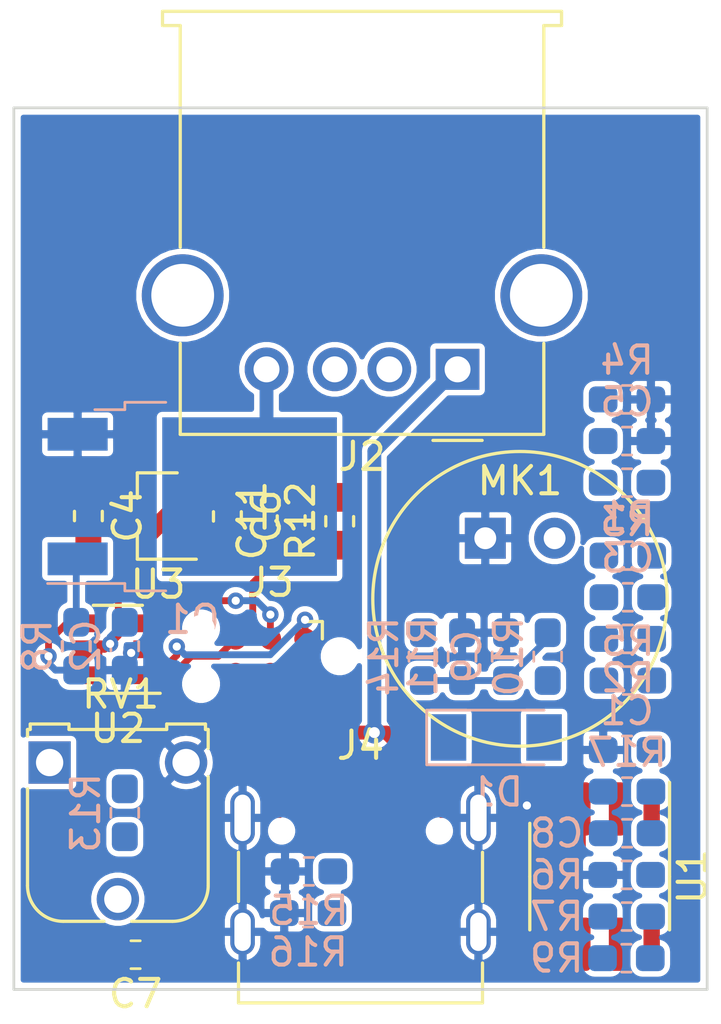
<source format=kicad_pcb>
(kicad_pcb (version 20171130) (host pcbnew "(5.1.8-0-10_14)")

  (general
    (thickness 1.6)
    (drawings 4)
    (tracks 74)
    (zones 0)
    (modules 37)
    (nets 32)
  )

  (page A4)
  (layers
    (0 F.Cu signal)
    (31 B.Cu signal)
    (32 B.Adhes user)
    (33 F.Adhes user)
    (34 B.Paste user)
    (35 F.Paste user)
    (36 B.SilkS user)
    (37 F.SilkS user)
    (38 B.Mask user)
    (39 F.Mask user)
    (40 Dwgs.User user)
    (41 Cmts.User user)
    (42 Eco1.User user)
    (43 Eco2.User user)
    (44 Edge.Cuts user)
    (45 Margin user)
    (46 B.CrtYd user)
    (47 F.CrtYd user)
    (48 B.Fab user hide)
    (49 F.Fab user hide)
  )

  (setup
    (last_trace_width 0.25)
    (user_trace_width 0.2032)
    (user_trace_width 0.508)
    (trace_clearance 0.15)
    (zone_clearance 0.2)
    (zone_45_only no)
    (trace_min 0.2)
    (via_size 0.8)
    (via_drill 0.4)
    (via_min_size 0.4)
    (via_min_drill 0.3)
    (user_via 0.6 0.3)
    (uvia_size 0.3)
    (uvia_drill 0.1)
    (uvias_allowed no)
    (uvia_min_size 0.2)
    (uvia_min_drill 0.1)
    (edge_width 0.05)
    (segment_width 0.2)
    (pcb_text_width 0.3)
    (pcb_text_size 1.5 1.5)
    (mod_edge_width 0.1)
    (mod_text_size 1 1)
    (mod_text_width 0.15)
    (pad_size 1.524 1.524)
    (pad_drill 0.762)
    (pad_to_mask_clearance 0.05)
    (aux_axis_origin 0 0)
    (visible_elements FFFFFF7F)
    (pcbplotparams
      (layerselection 0x010fc_ffffffff)
      (usegerberextensions false)
      (usegerberattributes true)
      (usegerberadvancedattributes true)
      (creategerberjobfile true)
      (excludeedgelayer true)
      (linewidth 0.100000)
      (plotframeref false)
      (viasonmask false)
      (mode 1)
      (useauxorigin false)
      (hpglpennumber 1)
      (hpglpenspeed 20)
      (hpglpendiameter 15.000000)
      (psnegative false)
      (psa4output false)
      (plotreference true)
      (plotvalue true)
      (plotinvisibletext false)
      (padsonsilk false)
      (subtractmaskfromsilk false)
      (outputformat 1)
      (mirror false)
      (drillshape 1)
      (scaleselection 1)
      (outputdirectory ""))
  )

  (net 0 "")
  (net 1 GND)
  (net 2 "Net-(C3-Pad2)")
  (net 3 "Net-(C3-Pad1)")
  (net 4 VCC)
  (net 5 Vref)
  (net 6 "Net-(C8-Pad2)")
  (net 7 "Net-(C8-Pad1)")
  (net 8 sig)
  (net 9 "Net-(D1-Pad2)")
  (net 10 "Net-(D1-Pad1)")
  (net 11 Vswitch)
  (net 12 "Net-(Q1-Pad1)")
  (net 13 "Net-(R2-Pad1)")
  (net 14 "Net-(R7-Pad1)")
  (net 15 ctrl)
  (net 16 nReset)
  (net 17 tpiclk)
  (net 18 tpidata)
  (net 19 "Net-(J2-Pad3)")
  (net 20 "Net-(J2-Pad2)")
  (net 21 "Net-(J3-Pad4)")
  (net 22 "Net-(J4-PadB5)")
  (net 23 "Net-(J4-PadB6)")
  (net 24 "Net-(J4-PadA8)")
  (net 25 "Net-(J4-PadA5)")
  (net 26 "Net-(J4-PadB8)")
  (net 27 "Net-(J4-PadA7)")
  (net 28 "Net-(J4-PadA6)")
  (net 29 "Net-(J4-PadB7)")
  (net 30 vCPU)
  (net 31 1.1v)

  (net_class Default "This is the default net class."
    (clearance 0.15)
    (trace_width 0.25)
    (via_dia 0.8)
    (via_drill 0.4)
    (uvia_dia 0.3)
    (uvia_drill 0.1)
    (add_net 1.1v)
    (add_net GND)
    (add_net "Net-(C3-Pad1)")
    (add_net "Net-(C3-Pad2)")
    (add_net "Net-(C8-Pad1)")
    (add_net "Net-(C8-Pad2)")
    (add_net "Net-(D1-Pad1)")
    (add_net "Net-(D1-Pad2)")
    (add_net "Net-(J2-Pad2)")
    (add_net "Net-(J2-Pad3)")
    (add_net "Net-(J3-Pad4)")
    (add_net "Net-(J4-PadA5)")
    (add_net "Net-(J4-PadA6)")
    (add_net "Net-(J4-PadA7)")
    (add_net "Net-(J4-PadA8)")
    (add_net "Net-(J4-PadB5)")
    (add_net "Net-(J4-PadB6)")
    (add_net "Net-(J4-PadB7)")
    (add_net "Net-(J4-PadB8)")
    (add_net "Net-(Q1-Pad1)")
    (add_net "Net-(R2-Pad1)")
    (add_net "Net-(R7-Pad1)")
    (add_net VCC)
    (add_net Vref)
    (add_net Vswitch)
    (add_net ctrl)
    (add_net nReset)
    (add_net sig)
    (add_net tpiclk)
    (add_net tpidata)
    (add_net vCPU)
  )

  (module Package_DIP:electret_microphone_10mm (layer F.Cu) (tedit 5F414E52) (tstamp 600DC7C1)
    (at 122.682 97.028 270)
    (tags "electret condenser microphone")
    (path /5F4F2CF8)
    (fp_text reference MK1 (at -2.1 0) (layer F.SilkS)
      (effects (font (size 1 1) (thickness 0.15)))
    )
    (fp_text value Microphone_Condenser (at 0 -3.175 90) (layer F.Fab)
      (effects (font (size 1 1) (thickness 0.15)))
    )
    (fp_circle (center 2.216894 0) (end -0.835073 -4.445) (layer F.SilkS) (width 0.12))
    (pad 1 thru_hole rect (at 0 1.27 270) (size 1.5 1.5) (drill 0.8) (layers *.Cu *.Mask)
      (net 1 GND))
    (pad 2 thru_hole oval (at 0 -1.27 270) (size 1.5 1.5) (drill 0.8) (layers *.Cu *.Mask)
      (net 2 "Net-(C3-Pad2)"))
  )

  (module Resistor_SMD:R_0603_1608Metric_Pad1.05x0.95mm_HandSolder (layer B.Cu) (tedit 5B301BBD) (tstamp 5F41E994)
    (at 120.5611 101.36 270)
    (descr "Resistor SMD 0603 (1608 Metric), square (rectangular) end terminal, IPC_7351 nominal with elongated pad for handsoldering. (Body size source: http://www.tortai-tech.com/upload/download/2011102023233369053.pdf), generated with kicad-footprint-generator")
    (tags "resistor handsolder")
    (path /5F52D621)
    (attr smd)
    (fp_text reference R11 (at 0 1.43 270) (layer B.SilkS)
      (effects (font (size 1 1) (thickness 0.15)) (justify mirror))
    )
    (fp_text value 1M (at 0 -1.43 270) (layer B.Fab)
      (effects (font (size 1 1) (thickness 0.15)) (justify mirror))
    )
    (fp_line (start -0.8 -0.4) (end -0.8 0.4) (layer B.Fab) (width 0.1))
    (fp_line (start -0.8 0.4) (end 0.8 0.4) (layer B.Fab) (width 0.1))
    (fp_line (start 0.8 0.4) (end 0.8 -0.4) (layer B.Fab) (width 0.1))
    (fp_line (start 0.8 -0.4) (end -0.8 -0.4) (layer B.Fab) (width 0.1))
    (fp_line (start -0.171267 0.51) (end 0.171267 0.51) (layer B.SilkS) (width 0.1))
    (fp_line (start -0.171267 -0.51) (end 0.171267 -0.51) (layer B.SilkS) (width 0.1))
    (fp_line (start -1.65 -0.73) (end -1.65 0.73) (layer B.CrtYd) (width 0.05))
    (fp_line (start -1.65 0.73) (end 1.65 0.73) (layer B.CrtYd) (width 0.05))
    (fp_line (start 1.65 0.73) (end 1.65 -0.73) (layer B.CrtYd) (width 0.05))
    (fp_line (start 1.65 -0.73) (end -1.65 -0.73) (layer B.CrtYd) (width 0.05))
    (fp_text user %R (at 0 0 270) (layer B.Fab)
      (effects (font (size 0.4 0.4) (thickness 0.06)) (justify mirror))
    )
    (pad 2 smd roundrect (at 0.875 0 270) (size 1.05 0.95) (layers B.Cu B.Paste B.Mask) (roundrect_rratio 0.25)
      (net 8 sig))
    (pad 1 smd roundrect (at -0.875 0 270) (size 1.05 0.95) (layers B.Cu B.Paste B.Mask) (roundrect_rratio 0.25)
      (net 1 GND))
    (model ${KISYS3DMOD}/Resistor_SMD.3dshapes/R_0603_1608Metric.wrl
      (at (xyz 0 0 0))
      (scale (xyz 1 1 1))
      (rotate (xyz 0 0 0))
    )
  )

  (module Capacitor_SMD:C_0603_1608Metric_Pad1.05x0.95mm_HandSolder (layer B.Cu) (tedit 5B301BBE) (tstamp 5F41E9F4)
    (at 122.174 101.36 270)
    (descr "Capacitor SMD 0603 (1608 Metric), square (rectangular) end terminal, IPC_7351 nominal with elongated pad for handsoldering. (Body size source: http://www.tortai-tech.com/upload/download/2011102023233369053.pdf), generated with kicad-footprint-generator")
    (tags "capacitor handsolder")
    (path /5F52D0CE)
    (attr smd)
    (fp_text reference C9 (at 0 1.43 90) (layer B.SilkS)
      (effects (font (size 1 1) (thickness 0.15)) (justify mirror))
    )
    (fp_text value 47nF (at 0 -1.43 90) (layer B.Fab)
      (effects (font (size 1 1) (thickness 0.15)) (justify mirror))
    )
    (fp_line (start -0.8 -0.4) (end -0.8 0.4) (layer B.Fab) (width 0.1))
    (fp_line (start -0.8 0.4) (end 0.8 0.4) (layer B.Fab) (width 0.1))
    (fp_line (start 0.8 0.4) (end 0.8 -0.4) (layer B.Fab) (width 0.1))
    (fp_line (start 0.8 -0.4) (end -0.8 -0.4) (layer B.Fab) (width 0.1))
    (fp_line (start -0.171267 0.51) (end 0.171267 0.51) (layer B.SilkS) (width 0.1))
    (fp_line (start -0.171267 -0.51) (end 0.171267 -0.51) (layer B.SilkS) (width 0.1))
    (fp_line (start -1.65 -0.73) (end -1.65 0.73) (layer B.CrtYd) (width 0.05))
    (fp_line (start -1.65 0.73) (end 1.65 0.73) (layer B.CrtYd) (width 0.05))
    (fp_line (start 1.65 0.73) (end 1.65 -0.73) (layer B.CrtYd) (width 0.05))
    (fp_line (start 1.65 -0.73) (end -1.65 -0.73) (layer B.CrtYd) (width 0.05))
    (fp_text user %R (at 0 0 90) (layer B.Fab)
      (effects (font (size 0.4 0.4) (thickness 0.06)) (justify mirror))
    )
    (pad 2 smd roundrect (at 0.875 0 270) (size 1.05 0.95) (layers B.Cu B.Paste B.Mask) (roundrect_rratio 0.25)
      (net 8 sig))
    (pad 1 smd roundrect (at -0.875 0 270) (size 1.05 0.95) (layers B.Cu B.Paste B.Mask) (roundrect_rratio 0.25)
      (net 1 GND))
    (model ${KISYS3DMOD}/Capacitor_SMD.3dshapes/C_0603_1608Metric.wrl
      (at (xyz 0 0 0))
      (scale (xyz 1 1 1))
      (rotate (xyz 0 0 0))
    )
  )

  (module Resistor_SMD:R_0603_1608Metric_Pad1.05x0.95mm_HandSolder (layer B.Cu) (tedit 5B301BBD) (tstamp 5F42CECB)
    (at 119.126 101.36 270)
    (descr "Resistor SMD 0603 (1608 Metric), square (rectangular) end terminal, IPC_7351 nominal with elongated pad for handsoldering. (Body size source: http://www.tortai-tech.com/upload/download/2011102023233369053.pdf), generated with kicad-footprint-generator")
    (tags "resistor handsolder")
    (path /5F71C9C0)
    (attr smd)
    (fp_text reference R14 (at 0 1.43 90) (layer B.SilkS)
      (effects (font (size 1 1) (thickness 0.15)) (justify mirror))
    )
    (fp_text value 1k (at 0 -1.43 90) (layer B.Fab)
      (effects (font (size 1 1) (thickness 0.15)) (justify mirror))
    )
    (fp_line (start -0.8 -0.4) (end -0.8 0.4) (layer B.Fab) (width 0.1))
    (fp_line (start -0.8 0.4) (end 0.8 0.4) (layer B.Fab) (width 0.1))
    (fp_line (start 0.8 0.4) (end 0.8 -0.4) (layer B.Fab) (width 0.1))
    (fp_line (start 0.8 -0.4) (end -0.8 -0.4) (layer B.Fab) (width 0.1))
    (fp_line (start -0.171267 0.51) (end 0.171267 0.51) (layer B.SilkS) (width 0.1))
    (fp_line (start -0.171267 -0.51) (end 0.171267 -0.51) (layer B.SilkS) (width 0.1))
    (fp_line (start -1.65 -0.73) (end -1.65 0.73) (layer B.CrtYd) (width 0.05))
    (fp_line (start -1.65 0.73) (end 1.65 0.73) (layer B.CrtYd) (width 0.05))
    (fp_line (start 1.65 0.73) (end 1.65 -0.73) (layer B.CrtYd) (width 0.05))
    (fp_line (start 1.65 -0.73) (end -1.65 -0.73) (layer B.CrtYd) (width 0.05))
    (fp_text user %R (at 0 0 90) (layer B.Fab)
      (effects (font (size 0.4 0.4) (thickness 0.06)) (justify mirror))
    )
    (pad 2 smd roundrect (at 0.875 0 270) (size 1.05 0.95) (layers B.Cu B.Paste B.Mask) (roundrect_rratio 0.25)
      (net 8 sig))
    (pad 1 smd roundrect (at -0.875 0 270) (size 1.05 0.95) (layers B.Cu B.Paste B.Mask) (roundrect_rratio 0.25)
      (net 17 tpiclk))
    (model ${KISYS3DMOD}/Resistor_SMD.3dshapes/R_0603_1608Metric.wrl
      (at (xyz 0 0 0))
      (scale (xyz 1 1 1))
      (rotate (xyz 0 0 0))
    )
  )

  (module Resistor_SMD:R_0603_1608Metric_Pad1.05x0.95mm_HandSolder (layer B.Cu) (tedit 5B301BBD) (tstamp 60021BF3)
    (at 126.605 106.299 180)
    (descr "Resistor SMD 0603 (1608 Metric), square (rectangular) end terminal, IPC_7351 nominal with elongated pad for handsoldering. (Body size source: http://www.tortai-tech.com/upload/download/2011102023233369053.pdf), generated with kicad-footprint-generator")
    (tags "resistor handsolder")
    (path /604AE49E)
    (attr smd)
    (fp_text reference R17 (at 0 1.43 180) (layer B.SilkS)
      (effects (font (size 1 1) (thickness 0.15)) (justify mirror))
    )
    (fp_text value 1k (at 0 -1.43 180) (layer B.Fab)
      (effects (font (size 1 1) (thickness 0.15)) (justify mirror))
    )
    (fp_text user %R (at 0 0 180) (layer B.Fab)
      (effects (font (size 0.4 0.4) (thickness 0.06)) (justify mirror))
    )
    (fp_line (start -0.8 -0.4) (end -0.8 0.4) (layer B.Fab) (width 0.1))
    (fp_line (start -0.8 0.4) (end 0.8 0.4) (layer B.Fab) (width 0.1))
    (fp_line (start 0.8 0.4) (end 0.8 -0.4) (layer B.Fab) (width 0.1))
    (fp_line (start 0.8 -0.4) (end -0.8 -0.4) (layer B.Fab) (width 0.1))
    (fp_line (start -0.171267 0.51) (end 0.171267 0.51) (layer B.SilkS) (width 0.1))
    (fp_line (start -0.171267 -0.51) (end 0.171267 -0.51) (layer B.SilkS) (width 0.1))
    (fp_line (start -1.65 -0.73) (end -1.65 0.73) (layer B.CrtYd) (width 0.05))
    (fp_line (start -1.65 0.73) (end 1.65 0.73) (layer B.CrtYd) (width 0.05))
    (fp_line (start 1.65 0.73) (end 1.65 -0.73) (layer B.CrtYd) (width 0.05))
    (fp_line (start 1.65 -0.73) (end -1.65 -0.73) (layer B.CrtYd) (width 0.05))
    (pad 2 smd roundrect (at 0.875 0 180) (size 1.05 0.95) (layers B.Cu B.Paste B.Mask) (roundrect_rratio 0.25)
      (net 30 vCPU))
    (pad 1 smd roundrect (at -0.875 0 180) (size 1.05 0.95) (layers B.Cu B.Paste B.Mask) (roundrect_rratio 0.25)
      (net 7 "Net-(C8-Pad1)"))
    (model ${KISYS3DMOD}/Resistor_SMD.3dshapes/R_0603_1608Metric.wrl
      (at (xyz 0 0 0))
      (scale (xyz 1 1 1))
      (rotate (xyz 0 0 0))
    )
  )

  (module Capacitor_SMD:C_0603_1608Metric_Pad1.05x0.95mm_HandSolder (layer F.Cu) (tedit 5B301BBE) (tstamp 600DCA21)
    (at 114.3 96.379 90)
    (descr "Capacitor SMD 0603 (1608 Metric), square (rectangular) end terminal, IPC_7351 nominal with elongated pad for handsoldering. (Body size source: http://www.tortai-tech.com/upload/download/2011102023233369053.pdf), generated with kicad-footprint-generator")
    (tags "capacitor handsolder")
    (path /6053812F)
    (attr smd)
    (fp_text reference C11 (at 0 -1.43 90) (layer F.SilkS)
      (effects (font (size 1 1) (thickness 0.15)))
    )
    (fp_text value 1uF (at 0 1.43 90) (layer F.Fab)
      (effects (font (size 1 1) (thickness 0.15)))
    )
    (fp_text user %R (at 0 0 90) (layer F.Fab)
      (effects (font (size 0.4 0.4) (thickness 0.06)))
    )
    (fp_line (start -0.8 0.4) (end -0.8 -0.4) (layer F.Fab) (width 0.1))
    (fp_line (start -0.8 -0.4) (end 0.8 -0.4) (layer F.Fab) (width 0.1))
    (fp_line (start 0.8 -0.4) (end 0.8 0.4) (layer F.Fab) (width 0.1))
    (fp_line (start 0.8 0.4) (end -0.8 0.4) (layer F.Fab) (width 0.1))
    (fp_line (start -0.171267 -0.51) (end 0.171267 -0.51) (layer F.SilkS) (width 0.12))
    (fp_line (start -0.171267 0.51) (end 0.171267 0.51) (layer F.SilkS) (width 0.12))
    (fp_line (start -1.65 0.73) (end -1.65 -0.73) (layer F.CrtYd) (width 0.05))
    (fp_line (start -1.65 -0.73) (end 1.65 -0.73) (layer F.CrtYd) (width 0.05))
    (fp_line (start 1.65 -0.73) (end 1.65 0.73) (layer F.CrtYd) (width 0.05))
    (fp_line (start 1.65 0.73) (end -1.65 0.73) (layer F.CrtYd) (width 0.05))
    (pad 2 smd roundrect (at 0.875 0 90) (size 1.05 0.95) (layers F.Cu F.Paste F.Mask) (roundrect_rratio 0.25)
      (net 1 GND))
    (pad 1 smd roundrect (at -0.875 0 90) (size 1.05 0.95) (layers F.Cu F.Paste F.Mask) (roundrect_rratio 0.25)
      (net 16 nReset))
    (model ${KISYS3DMOD}/Capacitor_SMD.3dshapes/C_0603_1608Metric.wrl
      (at (xyz 0 0 0))
      (scale (xyz 1 1 1))
      (rotate (xyz 0 0 0))
    )
  )

  (module Diode_SMD:D_MiniMELF (layer B.Cu) (tedit 5905D8F5) (tstamp 6004949B)
    (at 121.8158 104.3178)
    (descr "Diode Mini-MELF (SOD-80)")
    (tags "Diode Mini-MELF (SOD-80)")
    (path /5F5E3441)
    (attr smd)
    (fp_text reference D1 (at 0 2 180) (layer B.SilkS)
      (effects (font (size 1 1) (thickness 0.15)) (justify mirror))
    )
    (fp_text value LL4148 (at 0 -1.75 180) (layer B.Fab)
      (effects (font (size 1 1) (thickness 0.15)) (justify mirror))
    )
    (fp_text user %R (at 0 2 180) (layer B.Fab)
      (effects (font (size 1 1) (thickness 0.15)) (justify mirror))
    )
    (fp_line (start 1.75 1) (end -2.55 1) (layer B.SilkS) (width 0.1))
    (fp_line (start -2.55 1) (end -2.55 -1) (layer B.SilkS) (width 0.1))
    (fp_line (start -2.55 -1) (end 1.75 -1) (layer B.SilkS) (width 0.1))
    (fp_line (start 1.65 0.8) (end 1.65 -0.8) (layer B.Fab) (width 0.1))
    (fp_line (start 1.65 -0.8) (end -1.65 -0.8) (layer B.Fab) (width 0.1))
    (fp_line (start -1.65 -0.8) (end -1.65 0.8) (layer B.Fab) (width 0.1))
    (fp_line (start -1.65 0.8) (end 1.65 0.8) (layer B.Fab) (width 0.1))
    (fp_line (start 0.25 0) (end 0.75 0) (layer B.Fab) (width 0.1))
    (fp_line (start 0.25 -0.4) (end -0.35 0) (layer B.Fab) (width 0.1))
    (fp_line (start 0.25 0.4) (end 0.25 -0.4) (layer B.Fab) (width 0.1))
    (fp_line (start -0.35 0) (end 0.25 0.4) (layer B.Fab) (width 0.1))
    (fp_line (start -0.35 0) (end -0.35 -0.55) (layer B.Fab) (width 0.1))
    (fp_line (start -0.35 0) (end -0.35 0.55) (layer B.Fab) (width 0.1))
    (fp_line (start -0.75 0) (end -0.35 0) (layer B.Fab) (width 0.1))
    (fp_line (start -2.65 1.1) (end 2.65 1.1) (layer B.CrtYd) (width 0.05))
    (fp_line (start 2.65 1.1) (end 2.65 -1.1) (layer B.CrtYd) (width 0.05))
    (fp_line (start 2.65 -1.1) (end -2.65 -1.1) (layer B.CrtYd) (width 0.05))
    (fp_line (start -2.65 -1.1) (end -2.65 1.1) (layer B.CrtYd) (width 0.05))
    (pad 2 smd rect (at 1.75 0) (size 1.3 1.7) (layers B.Cu B.Paste B.Mask)
      (net 9 "Net-(D1-Pad2)"))
    (pad 1 smd rect (at -1.75 0) (size 1.3 1.7) (layers B.Cu B.Paste B.Mask)
      (net 10 "Net-(D1-Pad1)"))
    (model ${KISYS3DMOD}/Diode_SMD.3dshapes/D_MiniMELF.wrl
      (at (xyz 0 0 0))
      (scale (xyz 1 1 1))
      (rotate (xyz 0 0 0))
    )
  )

  (module Resistor_SMD:R_0603_1608Metric_Pad1.05x0.95mm_HandSolder (layer B.Cu) (tedit 5B301BBD) (tstamp 5FFF9EDD)
    (at 114.921 110.744)
    (descr "Resistor SMD 0603 (1608 Metric), square (rectangular) end terminal, IPC_7351 nominal with elongated pad for handsoldering. (Body size source: http://www.tortai-tech.com/upload/download/2011102023233369053.pdf), generated with kicad-footprint-generator")
    (tags "resistor handsolder")
    (path /60449B25)
    (attr smd)
    (fp_text reference R16 (at 0 1.43 180) (layer B.SilkS)
      (effects (font (size 1 1) (thickness 0.15)) (justify mirror))
    )
    (fp_text value 5.1k (at 0 -1.43 180) (layer B.Fab)
      (effects (font (size 1 1) (thickness 0.15)) (justify mirror))
    )
    (fp_text user %R (at 0 0 180) (layer B.Fab)
      (effects (font (size 0.4 0.4) (thickness 0.06)) (justify mirror))
    )
    (fp_line (start -0.8 -0.4) (end -0.8 0.4) (layer B.Fab) (width 0.1))
    (fp_line (start -0.8 0.4) (end 0.8 0.4) (layer B.Fab) (width 0.1))
    (fp_line (start 0.8 0.4) (end 0.8 -0.4) (layer B.Fab) (width 0.1))
    (fp_line (start 0.8 -0.4) (end -0.8 -0.4) (layer B.Fab) (width 0.1))
    (fp_line (start -0.171267 0.51) (end 0.171267 0.51) (layer B.SilkS) (width 0.1))
    (fp_line (start -0.171267 -0.51) (end 0.171267 -0.51) (layer B.SilkS) (width 0.1))
    (fp_line (start -1.65 -0.73) (end -1.65 0.73) (layer B.CrtYd) (width 0.05))
    (fp_line (start -1.65 0.73) (end 1.65 0.73) (layer B.CrtYd) (width 0.05))
    (fp_line (start 1.65 0.73) (end 1.65 -0.73) (layer B.CrtYd) (width 0.05))
    (fp_line (start 1.65 -0.73) (end -1.65 -0.73) (layer B.CrtYd) (width 0.05))
    (pad 2 smd roundrect (at 0.875 0) (size 1.05 0.95) (layers B.Cu B.Paste B.Mask) (roundrect_rratio 0.25)
      (net 22 "Net-(J4-PadB5)"))
    (pad 1 smd roundrect (at -0.875 0) (size 1.05 0.95) (layers B.Cu B.Paste B.Mask) (roundrect_rratio 0.25)
      (net 1 GND))
    (model ${KISYS3DMOD}/Resistor_SMD.3dshapes/R_0603_1608Metric.wrl
      (at (xyz 0 0 0))
      (scale (xyz 1 1 1))
      (rotate (xyz 0 0 0))
    )
  )

  (module Resistor_SMD:R_0603_1608Metric_Pad1.05x0.95mm_HandSolder (layer B.Cu) (tedit 5B301BBD) (tstamp 5FFF9ECC)
    (at 114.949 109.22)
    (descr "Resistor SMD 0603 (1608 Metric), square (rectangular) end terminal, IPC_7351 nominal with elongated pad for handsoldering. (Body size source: http://www.tortai-tech.com/upload/download/2011102023233369053.pdf), generated with kicad-footprint-generator")
    (tags "resistor handsolder")
    (path /6044921B)
    (attr smd)
    (fp_text reference R15 (at 0 1.43 180) (layer B.SilkS)
      (effects (font (size 1 1) (thickness 0.15)) (justify mirror))
    )
    (fp_text value 5.1k (at 0 -1.43 180) (layer B.Fab)
      (effects (font (size 1 1) (thickness 0.15)) (justify mirror))
    )
    (fp_text user %R (at 0 0 180) (layer B.Fab)
      (effects (font (size 0.4 0.4) (thickness 0.06)) (justify mirror))
    )
    (fp_line (start -0.8 -0.4) (end -0.8 0.4) (layer B.Fab) (width 0.1))
    (fp_line (start -0.8 0.4) (end 0.8 0.4) (layer B.Fab) (width 0.1))
    (fp_line (start 0.8 0.4) (end 0.8 -0.4) (layer B.Fab) (width 0.1))
    (fp_line (start 0.8 -0.4) (end -0.8 -0.4) (layer B.Fab) (width 0.1))
    (fp_line (start -0.171267 0.51) (end 0.171267 0.51) (layer B.SilkS) (width 0.1))
    (fp_line (start -0.171267 -0.51) (end 0.171267 -0.51) (layer B.SilkS) (width 0.1))
    (fp_line (start -1.65 -0.73) (end -1.65 0.73) (layer B.CrtYd) (width 0.05))
    (fp_line (start -1.65 0.73) (end 1.65 0.73) (layer B.CrtYd) (width 0.05))
    (fp_line (start 1.65 0.73) (end 1.65 -0.73) (layer B.CrtYd) (width 0.05))
    (fp_line (start 1.65 -0.73) (end -1.65 -0.73) (layer B.CrtYd) (width 0.05))
    (pad 2 smd roundrect (at 0.875 0) (size 1.05 0.95) (layers B.Cu B.Paste B.Mask) (roundrect_rratio 0.25)
      (net 25 "Net-(J4-PadA5)"))
    (pad 1 smd roundrect (at -0.875 0) (size 1.05 0.95) (layers B.Cu B.Paste B.Mask) (roundrect_rratio 0.25)
      (net 1 GND))
    (model ${KISYS3DMOD}/Resistor_SMD.3dshapes/R_0603_1608Metric.wrl
      (at (xyz 0 0 0))
      (scale (xyz 1 1 1))
      (rotate (xyz 0 0 0))
    )
  )

  (module Connector_USB:USB_C_Receptacle_Palconn_UTC16-G (layer F.Cu) (tedit 5CF432E0) (tstamp 600D71E7)
    (at 116.84 109.19)
    (descr http://www.palpilot.com/wp-content/uploads/2017/05/UTC027-GKN-OR-Rev-A.pdf)
    (tags "USB C Type-C Receptacle USB2.0")
    (path /60441477)
    (attr smd)
    (fp_text reference J4 (at 0 -4.58) (layer F.SilkS)
      (effects (font (size 1 1) (thickness 0.15)))
    )
    (fp_text value USB_C_Receptacle_USB2.0 (at 0 6.24) (layer F.Fab)
      (effects (font (size 1 1) (thickness 0.15)))
    )
    (fp_text user "PCB Edge" (at 0 3.43) (layer Dwgs.User)
      (effects (font (size 1 1) (thickness 0.15)))
    )
    (fp_text user %R (at 0 1.18) (layer F.Fab)
      (effects (font (size 1 1) (thickness 0.15)))
    )
    (fp_line (start 4.47 4.84) (end -4.47 4.84) (layer F.SilkS) (width 0.12))
    (fp_line (start 4.47 -0.67) (end 4.47 1.13) (layer F.SilkS) (width 0.12))
    (fp_line (start 4.47 4.84) (end 4.47 3.38) (layer F.SilkS) (width 0.12))
    (fp_line (start -4.47 4.84) (end -4.47 3.38) (layer F.SilkS) (width 0.12))
    (fp_line (start -4.47 -0.67) (end -4.47 1.13) (layer F.SilkS) (width 0.12))
    (fp_line (start -4.47 4.34) (end 4.47 4.34) (layer Dwgs.User) (width 0.1))
    (fp_line (start 5.27 5.34) (end 5.27 -3.59) (layer F.CrtYd) (width 0.05))
    (fp_line (start 5.27 -3.59) (end -5.27 -3.59) (layer F.CrtYd) (width 0.05))
    (fp_line (start -5.27 -3.59) (end -5.27 5.34) (layer F.CrtYd) (width 0.05))
    (fp_line (start -5.27 5.34) (end 5.27 5.34) (layer F.CrtYd) (width 0.05))
    (fp_line (start -4.47 -2.48) (end -4.47 4.84) (layer F.Fab) (width 0.1))
    (fp_line (start 4.47 4.84) (end -4.47 4.84) (layer F.Fab) (width 0.1))
    (fp_line (start 4.47 -2.48) (end 4.47 4.84) (layer F.Fab) (width 0.1))
    (fp_line (start -4.47 -2.48) (end 4.47 -2.48) (layer F.Fab) (width 0.1))
    (pad A12 smd rect (at 3.2 -2.51) (size 0.6 1.16) (layers F.Cu F.Paste F.Mask)
      (net 1 GND))
    (pad A9 smd rect (at 2.4 -2.51) (size 0.6 1.16) (layers F.Cu F.Paste F.Mask)
      (net 4 VCC))
    (pad B1 smd rect (at 3.2 -2.51) (size 0.6 1.16) (layers F.Cu F.Paste F.Mask)
      (net 1 GND))
    (pad B4 smd rect (at 2.4 -2.51) (size 0.6 1.16) (layers F.Cu F.Paste F.Mask)
      (net 4 VCC))
    (pad B12 smd rect (at -3.2 -2.51) (size 0.6 1.16) (layers F.Cu F.Paste F.Mask)
      (net 1 GND))
    (pad A1 smd rect (at -3.2 -2.51) (size 0.6 1.16) (layers F.Cu F.Paste F.Mask)
      (net 1 GND))
    (pad B9 smd rect (at -2.4 -2.51) (size 0.6 1.16) (layers F.Cu F.Paste F.Mask)
      (net 4 VCC))
    (pad A4 smd rect (at -2.4 -2.51) (size 0.6 1.16) (layers F.Cu F.Paste F.Mask)
      (net 4 VCC))
    (pad "" np_thru_hole circle (at -2.89 -1.45 180) (size 0.6 0.6) (drill 0.6) (layers *.Cu *.Mask))
    (pad "" np_thru_hole circle (at 2.89 -1.45 180) (size 0.6 0.6) (drill 0.6) (layers *.Cu *.Mask))
    (pad B5 smd rect (at 1.75 -2.51 180) (size 0.3 1.16) (layers F.Cu F.Paste F.Mask)
      (net 22 "Net-(J4-PadB5)"))
    (pad B6 smd rect (at 0.75 -2.51 180) (size 0.3 1.16) (layers F.Cu F.Paste F.Mask)
      (net 23 "Net-(J4-PadB6)"))
    (pad A8 smd rect (at 1.25 -2.51 180) (size 0.3 1.16) (layers F.Cu F.Paste F.Mask)
      (net 24 "Net-(J4-PadA8)"))
    (pad A5 smd rect (at -1.25 -2.51 180) (size 0.3 1.16) (layers F.Cu F.Paste F.Mask)
      (net 25 "Net-(J4-PadA5)"))
    (pad B8 smd rect (at -1.75 -2.51 180) (size 0.3 1.16) (layers F.Cu F.Paste F.Mask)
      (net 26 "Net-(J4-PadB8)"))
    (pad A7 smd rect (at 0.25 -2.51 180) (size 0.3 1.16) (layers F.Cu F.Paste F.Mask)
      (net 27 "Net-(J4-PadA7)"))
    (pad A6 smd rect (at -0.25 -2.51 180) (size 0.3 1.16) (layers F.Cu F.Paste F.Mask)
      (net 28 "Net-(J4-PadA6)"))
    (pad B7 smd rect (at -0.75 -2.51 180) (size 0.3 1.16) (layers F.Cu F.Paste F.Mask)
      (net 29 "Net-(J4-PadB7)"))
    (pad S1 thru_hole oval (at 4.32 2.24 90) (size 1.7 0.9) (drill oval 1.4 0.6) (layers *.Cu *.Mask)
      (net 1 GND))
    (pad S1 thru_hole oval (at -4.32 2.24 90) (size 1.7 0.9) (drill oval 1.4 0.6) (layers *.Cu *.Mask)
      (net 1 GND))
    (pad S1 thru_hole oval (at 4.32 -1.93 90) (size 2 0.9) (drill oval 1.7 0.6) (layers *.Cu *.Mask)
      (net 1 GND))
    (pad S1 thru_hole oval (at -4.32 -1.93 90) (size 2 0.9) (drill oval 1.7 0.6) (layers *.Cu *.Mask)
      (net 1 GND))
    (model ${KISYS3DMOD}/Connector_USB.3dshapes/USB_C_Receptacle_Palconn_UTC16-G.wrl
      (at (xyz 0 0 0))
      (scale (xyz 1 1 1))
      (rotate (xyz 0 0 0))
    )
  )

  (module Connector:Tag-Connect_TC2030-IDC-NL_2x03_P1.27mm_Vertical (layer F.Cu) (tedit 5A29CEA9) (tstamp 60047F07)
    (at 113.538 101.346 180)
    (descr "Tag-Connect programming header; http://www.tag-connect.com/Materials/TC2030-IDC-NL.pdf")
    (tags "tag connect programming header pogo pins")
    (path /5F75D9C4)
    (attr virtual)
    (fp_text reference J3 (at 0 2.7) (layer F.SilkS)
      (effects (font (size 1 1) (thickness 0.15)))
    )
    (fp_text value AVR-TPI-6 (at 0 -2.3) (layer F.Fab)
      (effects (font (size 1 1) (thickness 0.15)))
    )
    (fp_line (start 0.635 0.635) (end 1.27 0) (layer Dwgs.User) (width 0.1))
    (fp_line (start 0 0.635) (end 1.27 -0.635) (layer Dwgs.User) (width 0.1))
    (fp_line (start -0.635 0.635) (end 0.635 -0.635) (layer Dwgs.User) (width 0.1))
    (fp_line (start -1.27 0) (end -0.635 -0.635) (layer Dwgs.User) (width 0.1))
    (fp_line (start -1.27 0.635) (end 0 -0.635) (layer Dwgs.User) (width 0.1))
    (fp_line (start -1.27 -0.635) (end 1.27 -0.635) (layer Dwgs.User) (width 0.1))
    (fp_line (start 1.27 -0.635) (end 1.27 0.635) (layer Dwgs.User) (width 0.1))
    (fp_line (start 1.27 0.635) (end -1.27 0.635) (layer Dwgs.User) (width 0.1))
    (fp_line (start -1.27 0.635) (end -1.27 -0.635) (layer Dwgs.User) (width 0.1))
    (fp_line (start -3.5 -2) (end 3.5 -2) (layer F.CrtYd) (width 0.05))
    (fp_line (start 3.5 -2) (end 3.5 2) (layer F.CrtYd) (width 0.05))
    (fp_line (start 3.5 2) (end -3.5 2) (layer F.CrtYd) (width 0.05))
    (fp_line (start -3.5 2) (end -3.5 -2) (layer F.CrtYd) (width 0.05))
    (fp_line (start -1.27 1.27) (end -1.905 1.27) (layer F.SilkS) (width 0.12))
    (fp_line (start -1.905 1.27) (end -1.905 0.635) (layer F.SilkS) (width 0.12))
    (fp_text user KEEPOUT (at 0 0) (layer Cmts.User)
      (effects (font (size 0.4 0.4) (thickness 0.07)))
    )
    (fp_text user %R (at 0 0) (layer F.Fab)
      (effects (font (size 1 1) (thickness 0.15)))
    )
    (pad 6 connect circle (at 1.27 -0.635 180) (size 0.7874 0.7874) (layers F.Cu F.Mask)
      (net 1 GND))
    (pad 5 connect circle (at 1.27 0.635 180) (size 0.7874 0.7874) (layers F.Cu F.Mask)
      (net 16 nReset))
    (pad 4 connect circle (at 0 -0.635 180) (size 0.7874 0.7874) (layers F.Cu F.Mask)
      (net 21 "Net-(J3-Pad4)"))
    (pad 3 connect circle (at 0 0.635 180) (size 0.7874 0.7874) (layers F.Cu F.Mask)
      (net 17 tpiclk))
    (pad 2 connect circle (at -1.27 -0.635 180) (size 0.7874 0.7874) (layers F.Cu F.Mask)
      (net 30 vCPU))
    (pad 1 connect circle (at -1.27 0.635 180) (size 0.7874 0.7874) (layers F.Cu F.Mask)
      (net 18 tpidata))
    (pad "" np_thru_hole circle (at -2.54 0 180) (size 0.9906 0.9906) (drill 0.9906) (layers *.Cu *.Mask))
    (pad "" np_thru_hole circle (at 2.54 1.016 180) (size 0.9906 0.9906) (drill 0.9906) (layers *.Cu *.Mask))
    (pad "" np_thru_hole circle (at 2.54 -1.016 180) (size 0.9906 0.9906) (drill 0.9906) (layers *.Cu *.Mask))
  )

  (module Resistor_SMD:R_0603_1608Metric_Pad1.05x0.95mm_HandSolder (layer B.Cu) (tedit 5B301BBD) (tstamp 6004871A)
    (at 108.204 107.075 270)
    (descr "Resistor SMD 0603 (1608 Metric), square (rectangular) end terminal, IPC_7351 nominal with elongated pad for handsoldering. (Body size source: http://www.tortai-tech.com/upload/download/2011102023233369053.pdf), generated with kicad-footprint-generator")
    (tags "resistor handsolder")
    (path /5F71C268)
    (attr smd)
    (fp_text reference R13 (at 0 1.43 90) (layer B.SilkS)
      (effects (font (size 1 1) (thickness 0.15)) (justify mirror))
    )
    (fp_text value 1k (at 0 -1.43 90) (layer B.Fab)
      (effects (font (size 1 1) (thickness 0.15)) (justify mirror))
    )
    (fp_line (start -0.8 -0.4) (end -0.8 0.4) (layer B.Fab) (width 0.1))
    (fp_line (start -0.8 0.4) (end 0.8 0.4) (layer B.Fab) (width 0.1))
    (fp_line (start 0.8 0.4) (end 0.8 -0.4) (layer B.Fab) (width 0.1))
    (fp_line (start 0.8 -0.4) (end -0.8 -0.4) (layer B.Fab) (width 0.1))
    (fp_line (start -0.171267 0.51) (end 0.171267 0.51) (layer B.SilkS) (width 0.1))
    (fp_line (start -0.171267 -0.51) (end 0.171267 -0.51) (layer B.SilkS) (width 0.1))
    (fp_line (start -1.65 -0.73) (end -1.65 0.73) (layer B.CrtYd) (width 0.05))
    (fp_line (start -1.65 0.73) (end 1.65 0.73) (layer B.CrtYd) (width 0.05))
    (fp_line (start 1.65 0.73) (end 1.65 -0.73) (layer B.CrtYd) (width 0.05))
    (fp_line (start 1.65 -0.73) (end -1.65 -0.73) (layer B.CrtYd) (width 0.05))
    (fp_text user %R (at 0 0 90) (layer B.Fab)
      (effects (font (size 0.4 0.4) (thickness 0.06)) (justify mirror))
    )
    (pad 2 smd roundrect (at 0.875 0 270) (size 1.05 0.95) (layers B.Cu B.Paste B.Mask) (roundrect_rratio 0.25)
      (net 5 Vref))
    (pad 1 smd roundrect (at -0.875 0 270) (size 1.05 0.95) (layers B.Cu B.Paste B.Mask) (roundrect_rratio 0.25)
      (net 18 tpidata))
    (model ${KISYS3DMOD}/Resistor_SMD.3dshapes/R_0603_1608Metric.wrl
      (at (xyz 0 0 0))
      (scale (xyz 1 1 1))
      (rotate (xyz 0 0 0))
    )
  )

  (module Resistor_SMD:R_0603_1608Metric_Pad1.05x0.95mm_HandSolder (layer F.Cu) (tedit 5B301BBD) (tstamp 600DCB8C)
    (at 116.078 96.407 90)
    (descr "Resistor SMD 0603 (1608 Metric), square (rectangular) end terminal, IPC_7351 nominal with elongated pad for handsoldering. (Body size source: http://www.tortai-tech.com/upload/download/2011102023233369053.pdf), generated with kicad-footprint-generator")
    (tags "resistor handsolder")
    (path /5F701BBE)
    (attr smd)
    (fp_text reference R12 (at 0 -1.43 90) (layer F.SilkS)
      (effects (font (size 1 1) (thickness 0.15)))
    )
    (fp_text value 10k (at 0 1.43 90) (layer F.Fab)
      (effects (font (size 1 1) (thickness 0.15)))
    )
    (fp_line (start -0.8 0.4) (end -0.8 -0.4) (layer F.Fab) (width 0.1))
    (fp_line (start -0.8 -0.4) (end 0.8 -0.4) (layer F.Fab) (width 0.1))
    (fp_line (start 0.8 -0.4) (end 0.8 0.4) (layer F.Fab) (width 0.1))
    (fp_line (start 0.8 0.4) (end -0.8 0.4) (layer F.Fab) (width 0.1))
    (fp_line (start -0.171267 -0.51) (end 0.171267 -0.51) (layer F.SilkS) (width 0.12))
    (fp_line (start -0.171267 0.51) (end 0.171267 0.51) (layer F.SilkS) (width 0.12))
    (fp_line (start -1.65 0.73) (end -1.65 -0.73) (layer F.CrtYd) (width 0.05))
    (fp_line (start -1.65 -0.73) (end 1.65 -0.73) (layer F.CrtYd) (width 0.05))
    (fp_line (start 1.65 -0.73) (end 1.65 0.73) (layer F.CrtYd) (width 0.05))
    (fp_line (start 1.65 0.73) (end -1.65 0.73) (layer F.CrtYd) (width 0.05))
    (fp_text user %R (at 0 0 90) (layer F.Fab)
      (effects (font (size 0.4 0.4) (thickness 0.06)))
    )
    (pad 2 smd roundrect (at 0.875 0 90) (size 1.05 0.95) (layers F.Cu F.Paste F.Mask) (roundrect_rratio 0.25)
      (net 4 VCC))
    (pad 1 smd roundrect (at -0.875 0 90) (size 1.05 0.95) (layers F.Cu F.Paste F.Mask) (roundrect_rratio 0.25)
      (net 16 nReset))
    (model ${KISYS3DMOD}/Resistor_SMD.3dshapes/R_0603_1608Metric.wrl
      (at (xyz 0 0 0))
      (scale (xyz 1 1 1))
      (rotate (xyz 0 0 0))
    )
  )

  (module Package_TO_SOT_SMD:SOT-23 (layer F.Cu) (tedit 5A02FF57) (tstamp 600DCAC4)
    (at 109.4232 96.2152 180)
    (descr "SOT-23, Standard")
    (tags SOT-23)
    (path /5F4F6068)
    (attr smd)
    (fp_text reference U3 (at 0 -2.5 180) (layer F.SilkS)
      (effects (font (size 1 1) (thickness 0.15)))
    )
    (fp_text value XC6206PxxxMR (at 0 2.5 180) (layer F.Fab)
      (effects (font (size 1 1) (thickness 0.15)))
    )
    (fp_line (start -0.7 -0.95) (end -0.7 1.5) (layer F.Fab) (width 0.1))
    (fp_line (start -0.15 -1.52) (end 0.7 -1.52) (layer F.Fab) (width 0.1))
    (fp_line (start -0.7 -0.95) (end -0.15 -1.52) (layer F.Fab) (width 0.1))
    (fp_line (start 0.7 -1.52) (end 0.7 1.52) (layer F.Fab) (width 0.1))
    (fp_line (start -0.7 1.52) (end 0.7 1.52) (layer F.Fab) (width 0.1))
    (fp_line (start 0.76 1.58) (end 0.76 0.65) (layer F.SilkS) (width 0.12))
    (fp_line (start 0.76 -1.58) (end 0.76 -0.65) (layer F.SilkS) (width 0.12))
    (fp_line (start -1.7 -1.75) (end 1.7 -1.75) (layer F.CrtYd) (width 0.05))
    (fp_line (start 1.7 -1.75) (end 1.7 1.75) (layer F.CrtYd) (width 0.05))
    (fp_line (start 1.7 1.75) (end -1.7 1.75) (layer F.CrtYd) (width 0.05))
    (fp_line (start -1.7 1.75) (end -1.7 -1.75) (layer F.CrtYd) (width 0.05))
    (fp_line (start 0.76 -1.58) (end -1.4 -1.58) (layer F.SilkS) (width 0.12))
    (fp_line (start 0.76 1.58) (end -0.7 1.58) (layer F.SilkS) (width 0.12))
    (fp_text user %R (at 0 0 270) (layer F.Fab)
      (effects (font (size 0.5 0.5) (thickness 0.075)))
    )
    (pad 3 smd rect (at 1 0 180) (size 0.9 0.8) (layers F.Cu F.Paste F.Mask)
      (net 4 VCC))
    (pad 2 smd rect (at -1 0.95 180) (size 0.9 0.8) (layers F.Cu F.Paste F.Mask)
      (net 30 vCPU))
    (pad 1 smd rect (at -1 -0.95 180) (size 0.9 0.8) (layers F.Cu F.Paste F.Mask)
      (net 1 GND))
    (model ${KISYS3DMOD}/Package_TO_SOT_SMD.3dshapes/SOT-23.wrl
      (at (xyz 0 0 0))
      (scale (xyz 1 1 1))
      (rotate (xyz 0 0 0))
    )
  )

  (module Package_TO_SOT_SMD:SOT-23-6 (layer F.Cu) (tedit 5A02FF57) (tstamp 600DCA86)
    (at 107.95 101.092 180)
    (descr "6-pin SOT-23 package")
    (tags SOT-23-6)
    (path /5F4F1B68)
    (attr smd)
    (fp_text reference U2 (at 0 -2.9) (layer F.SilkS)
      (effects (font (size 1 1) (thickness 0.15)))
    )
    (fp_text value ATtiny10-TS (at 0 2.9) (layer F.Fab)
      (effects (font (size 1 1) (thickness 0.15)))
    )
    (fp_line (start -0.9 1.61) (end 0.9 1.61) (layer F.SilkS) (width 0.12))
    (fp_line (start 0.9 -1.61) (end -1.55 -1.61) (layer F.SilkS) (width 0.12))
    (fp_line (start 1.9 -1.8) (end -1.9 -1.8) (layer F.CrtYd) (width 0.05))
    (fp_line (start 1.9 1.8) (end 1.9 -1.8) (layer F.CrtYd) (width 0.05))
    (fp_line (start -1.9 1.8) (end 1.9 1.8) (layer F.CrtYd) (width 0.05))
    (fp_line (start -1.9 -1.8) (end -1.9 1.8) (layer F.CrtYd) (width 0.05))
    (fp_line (start -0.9 -0.9) (end -0.25 -1.55) (layer F.Fab) (width 0.1))
    (fp_line (start 0.9 -1.55) (end -0.25 -1.55) (layer F.Fab) (width 0.1))
    (fp_line (start -0.9 -0.9) (end -0.9 1.55) (layer F.Fab) (width 0.1))
    (fp_line (start 0.9 1.55) (end -0.9 1.55) (layer F.Fab) (width 0.1))
    (fp_line (start 0.9 -1.55) (end 0.9 1.55) (layer F.Fab) (width 0.1))
    (fp_text user %R (at 0 0 90) (layer F.Fab)
      (effects (font (size 0.5 0.5) (thickness 0.075)))
    )
    (pad 5 smd rect (at 1.1 0 180) (size 1.06 0.65) (layers F.Cu F.Paste F.Mask)
      (net 30 vCPU))
    (pad 6 smd rect (at 1.1 -0.95 180) (size 1.06 0.65) (layers F.Cu F.Paste F.Mask)
      (net 16 nReset))
    (pad 4 smd rect (at 1.1 0.95 180) (size 1.06 0.65) (layers F.Cu F.Paste F.Mask)
      (net 15 ctrl))
    (pad 3 smd rect (at -1.1 0.95 180) (size 1.06 0.65) (layers F.Cu F.Paste F.Mask)
      (net 17 tpiclk))
    (pad 2 smd rect (at -1.1 0 180) (size 1.06 0.65) (layers F.Cu F.Paste F.Mask)
      (net 1 GND))
    (pad 1 smd rect (at -1.1 -0.95 180) (size 1.06 0.65) (layers F.Cu F.Paste F.Mask)
      (net 18 tpidata))
    (model ${KISYS3DMOD}/Package_TO_SOT_SMD.3dshapes/SOT-23-6.wrl
      (at (xyz 0 0 0))
      (scale (xyz 1 1 1))
      (rotate (xyz 0 0 0))
    )
  )

  (module Package_SO:SOIC-8_3.9x4.9mm_P1.27mm (layer F.Cu) (tedit 5D9F72B1) (tstamp 600DC833)
    (at 125.603 109.409 270)
    (descr "SOIC, 8 Pin (JEDEC MS-012AA, https://www.analog.com/media/en/package-pcb-resources/package/pkg_pdf/soic_narrow-r/r_8.pdf), generated with kicad-footprint-generator ipc_gullwing_generator.py")
    (tags "SOIC SO")
    (path /5F4E53CC)
    (attr smd)
    (fp_text reference U1 (at 0 -3.4 90) (layer F.SilkS)
      (effects (font (size 1 1) (thickness 0.15)))
    )
    (fp_text value LM358 (at 0 3.4 90) (layer F.Fab)
      (effects (font (size 1 1) (thickness 0.15)))
    )
    (fp_line (start 0 2.56) (end 1.95 2.56) (layer F.SilkS) (width 0.12))
    (fp_line (start 0 2.56) (end -1.95 2.56) (layer F.SilkS) (width 0.12))
    (fp_line (start 0 -2.56) (end 1.95 -2.56) (layer F.SilkS) (width 0.12))
    (fp_line (start 0 -2.56) (end -3.45 -2.56) (layer F.SilkS) (width 0.12))
    (fp_line (start -0.975 -2.45) (end 1.95 -2.45) (layer F.Fab) (width 0.1))
    (fp_line (start 1.95 -2.45) (end 1.95 2.45) (layer F.Fab) (width 0.1))
    (fp_line (start 1.95 2.45) (end -1.95 2.45) (layer F.Fab) (width 0.1))
    (fp_line (start -1.95 2.45) (end -1.95 -1.475) (layer F.Fab) (width 0.1))
    (fp_line (start -1.95 -1.475) (end -0.975 -2.45) (layer F.Fab) (width 0.1))
    (fp_line (start -3.7 -2.7) (end -3.7 2.7) (layer F.CrtYd) (width 0.05))
    (fp_line (start -3.7 2.7) (end 3.7 2.7) (layer F.CrtYd) (width 0.05))
    (fp_line (start 3.7 2.7) (end 3.7 -2.7) (layer F.CrtYd) (width 0.05))
    (fp_line (start 3.7 -2.7) (end -3.7 -2.7) (layer F.CrtYd) (width 0.05))
    (fp_text user %R (at 0 0 90) (layer F.Fab)
      (effects (font (size 0.98 0.98) (thickness 0.15)))
    )
    (pad 8 smd roundrect (at 2.475 -1.905 270) (size 1.95 0.6) (layers F.Cu F.Paste F.Mask) (roundrect_rratio 0.25)
      (net 30 vCPU))
    (pad 7 smd roundrect (at 2.475 -0.635 270) (size 1.95 0.6) (layers F.Cu F.Paste F.Mask) (roundrect_rratio 0.25)
      (net 9 "Net-(D1-Pad2)"))
    (pad 6 smd roundrect (at 2.475 0.635 270) (size 1.95 0.6) (layers F.Cu F.Paste F.Mask) (roundrect_rratio 0.25)
      (net 14 "Net-(R7-Pad1)"))
    (pad 5 smd roundrect (at 2.475 1.905 270) (size 1.95 0.6) (layers F.Cu F.Paste F.Mask) (roundrect_rratio 0.25)
      (net 31 1.1v))
    (pad 4 smd roundrect (at -2.475 1.905 270) (size 1.95 0.6) (layers F.Cu F.Paste F.Mask) (roundrect_rratio 0.25)
      (net 1 GND))
    (pad 3 smd roundrect (at -2.475 0.635 270) (size 1.95 0.6) (layers F.Cu F.Paste F.Mask) (roundrect_rratio 0.25)
      (net 31 1.1v))
    (pad 2 smd roundrect (at -2.475 -0.635 270) (size 1.95 0.6) (layers F.Cu F.Paste F.Mask) (roundrect_rratio 0.25)
      (net 13 "Net-(R2-Pad1)"))
    (pad 1 smd roundrect (at -2.475 -1.905 270) (size 1.95 0.6) (layers F.Cu F.Paste F.Mask) (roundrect_rratio 0.25)
      (net 6 "Net-(C8-Pad2)"))
    (model ${KISYS3DMOD}/Package_SO.3dshapes/SOIC-8_3.9x4.9mm_P1.27mm.wrl
      (at (xyz 0 0 0))
      (scale (xyz 1 1 1))
      (rotate (xyz 0 0 0))
    )
  )

  (module Potentiometer_THT:Potentiometer_Runtron_RM-065_Vertical (layer F.Cu) (tedit 5BF6754C) (tstamp 5F41C076)
    (at 105.45 105.236)
    (descr "Potentiometer, vertical, Trimmer, RM-065 http://www.runtron.com/down/PDF%20Datasheet/Carbon%20Film%20Potentiometer/RM065%20RM063.pdf")
    (tags "Potentiometer Trimmer RM-065")
    (path /5F4F3C17)
    (fp_text reference RV1 (at 2.6 -2.5) (layer F.SilkS)
      (effects (font (size 1 1) (thickness 0.15)))
    )
    (fp_text value 20k (at 2.6 7.4) (layer F.Fab)
      (effects (font (size 1 1) (thickness 0.15)))
    )
    (fp_line (start 5.81 -1.21) (end 5.81 -0.52) (layer F.SilkS) (width 0.12))
    (fp_line (start 5.71 -1.21) (end 5.81 -1.21) (layer F.SilkS) (width 0.12))
    (fp_line (start -0.81 -1.21) (end -0.81 -0.96) (layer F.SilkS) (width 0.12))
    (fp_line (start -0.71 -1.21) (end -0.81 -1.21) (layer F.SilkS) (width 0.12))
    (fp_line (start -0.71 -1.41) (end -0.71 -1.21) (layer F.SilkS) (width 0.12))
    (fp_line (start 0.71 -1.21) (end 0.71 -1.41) (layer F.SilkS) (width 0.12))
    (fp_circle (center 2.5 2.5) (end 5.5 2.5) (layer F.Fab) (width 0.1))
    (fp_line (start -1.03 -1.55) (end 6.03 -1.55) (layer F.CrtYd) (width 0.05))
    (fp_line (start -1.03 -1.55) (end -1.03 6.05) (layer F.CrtYd) (width 0.05))
    (fp_line (start 6.03 6.05) (end 6.03 -1.55) (layer F.CrtYd) (width 0.05))
    (fp_line (start 6.05 6.03) (end -1.05 6.03) (layer F.CrtYd) (width 0.05))
    (fp_line (start 5.7 -1.1) (end -0.7 -1.1) (layer F.Fab) (width 0.1))
    (fp_line (start 4.4 -1.3) (end 4.4 -1.1) (layer F.Fab) (width 0.1))
    (fp_line (start 5.6 -1.3) (end 4.41 -1.3) (layer F.Fab) (width 0.1))
    (fp_line (start 5.6 -1.1) (end 5.6 -1.3) (layer F.Fab) (width 0.1))
    (fp_line (start 0.6 -1.3) (end 0.6 -1.1) (layer F.Fab) (width 0.1))
    (fp_line (start -0.6 -1.3) (end 0.6 -1.3) (layer F.Fab) (width 0.1))
    (fp_line (start -0.6 -1.1) (end -0.6 -1.3) (layer F.Fab) (width 0.1))
    (fp_line (start -0.7 4.5) (end -0.7 -1.1) (layer F.Fab) (width 0.1))
    (fp_line (start 5.7 4.5) (end 5.7 -1.1) (layer F.Fab) (width 0.1))
    (fp_line (start 0.5 5.7) (end 4.5 5.7) (layer F.Fab) (width 0.1))
    (fp_line (start 4.5 5.81) (end 3.01 5.81) (layer F.SilkS) (width 0.12))
    (fp_line (start 5.81 0.52) (end 5.81 4.5) (layer F.SilkS) (width 0.12))
    (fp_line (start -0.81 4.5) (end -0.81 0.96) (layer F.SilkS) (width 0.12))
    (fp_line (start 1.99 5.81) (end 0.5 5.81) (layer F.SilkS) (width 0.12))
    (fp_line (start 5.71 -1.41) (end 5.71 -1.21) (layer F.SilkS) (width 0.12))
    (fp_line (start 4.29 -1.41) (end 5.71 -1.41) (layer F.SilkS) (width 0.12))
    (fp_line (start 4.29 -1.21) (end 4.29 -1.41) (layer F.SilkS) (width 0.12))
    (fp_line (start 0.71 -1.21) (end 4.29 -1.21) (layer F.SilkS) (width 0.12))
    (fp_line (start -0.71 -1.41) (end 0.71 -1.41) (layer F.SilkS) (width 0.12))
    (fp_text user %R (at 2.5 2.5) (layer F.Fab)
      (effects (font (size 1 1) (thickness 0.15)))
    )
    (fp_arc (start 4.5 4.5) (end 4.5 5.7) (angle -90) (layer F.Fab) (width 0.1))
    (fp_arc (start 0.5 4.5) (end -0.7 4.5) (angle -90) (layer F.Fab) (width 0.1))
    (fp_arc (start 0.5 4.5) (end -0.81 4.5) (angle -90) (layer F.SilkS) (width 0.12))
    (fp_arc (start 4.5 4.5) (end 4.5 5.81) (angle -90) (layer F.SilkS) (width 0.12))
    (pad 2 thru_hole circle (at 2.5 5) (size 1.55 1.55) (drill 1) (layers *.Cu *.Mask)
      (net 5 Vref))
    (pad 1 thru_hole rect (at 0 0) (size 1.55 1.55) (drill 1) (layers *.Cu *.Mask)
      (net 30 vCPU))
    (pad 3 thru_hole circle (at 5 0) (size 1.55 1.55) (drill 1) (layers *.Cu *.Mask)
      (net 1 GND))
    (model ${KISYS3DMOD}/Potentiometer_THT.3dshapes/Potentiometer_Runtron_RM-065_Vertical.wrl
      (at (xyz 0 0 0))
      (scale (xyz 1 1 1))
      (rotate (xyz 0 0 0))
    )
  )

  (module Resistor_SMD:R_0603_1608Metric_Pad1.05x0.95mm_HandSolder (layer B.Cu) (tedit 5B301BBD) (tstamp 5F41E9C4)
    (at 123.698 101.36 270)
    (descr "Resistor SMD 0603 (1608 Metric), square (rectangular) end terminal, IPC_7351 nominal with elongated pad for handsoldering. (Body size source: http://www.tortai-tech.com/upload/download/2011102023233369053.pdf), generated with kicad-footprint-generator")
    (tags "resistor handsolder")
    (path /5F52CCAE)
    (attr smd)
    (fp_text reference R10 (at 0 1.43 90) (layer B.SilkS)
      (effects (font (size 1 1) (thickness 0.15)) (justify mirror))
    )
    (fp_text value 5.1k (at 0 -1.43 90) (layer B.Fab)
      (effects (font (size 1 1) (thickness 0.15)) (justify mirror))
    )
    (fp_line (start -0.8 -0.4) (end -0.8 0.4) (layer B.Fab) (width 0.1))
    (fp_line (start -0.8 0.4) (end 0.8 0.4) (layer B.Fab) (width 0.1))
    (fp_line (start 0.8 0.4) (end 0.8 -0.4) (layer B.Fab) (width 0.1))
    (fp_line (start 0.8 -0.4) (end -0.8 -0.4) (layer B.Fab) (width 0.1))
    (fp_line (start -0.171267 0.51) (end 0.171267 0.51) (layer B.SilkS) (width 0.1))
    (fp_line (start -0.171267 -0.51) (end 0.171267 -0.51) (layer B.SilkS) (width 0.1))
    (fp_line (start -1.65 -0.73) (end -1.65 0.73) (layer B.CrtYd) (width 0.05))
    (fp_line (start -1.65 0.73) (end 1.65 0.73) (layer B.CrtYd) (width 0.05))
    (fp_line (start 1.65 0.73) (end 1.65 -0.73) (layer B.CrtYd) (width 0.05))
    (fp_line (start 1.65 -0.73) (end -1.65 -0.73) (layer B.CrtYd) (width 0.05))
    (fp_text user %R (at 0 0 90) (layer B.Fab)
      (effects (font (size 0.4 0.4) (thickness 0.06)) (justify mirror))
    )
    (pad 2 smd roundrect (at 0.875 0 270) (size 1.05 0.95) (layers B.Cu B.Paste B.Mask) (roundrect_rratio 0.25)
      (net 10 "Net-(D1-Pad1)"))
    (pad 1 smd roundrect (at -0.875 0 270) (size 1.05 0.95) (layers B.Cu B.Paste B.Mask) (roundrect_rratio 0.25)
      (net 8 sig))
    (model ${KISYS3DMOD}/Resistor_SMD.3dshapes/R_0603_1608Metric.wrl
      (at (xyz 0 0 0))
      (scale (xyz 1 1 1))
      (rotate (xyz 0 0 0))
    )
  )

  (module Resistor_SMD:R_0603_1608Metric_Pad1.05x0.95mm_HandSolder (layer B.Cu) (tedit 5B301BBD) (tstamp 600DB89B)
    (at 126.5822 112.395 180)
    (descr "Resistor SMD 0603 (1608 Metric), square (rectangular) end terminal, IPC_7351 nominal with elongated pad for handsoldering. (Body size source: http://www.tortai-tech.com/upload/download/2011102023233369053.pdf), generated with kicad-footprint-generator")
    (tags "resistor handsolder")
    (path /5F52A0BB)
    (attr smd)
    (fp_text reference R9 (at 2.554 0) (layer B.SilkS)
      (effects (font (size 1 1) (thickness 0.15)) (justify mirror))
    )
    (fp_text value 20k (at 0 -1.43) (layer B.Fab)
      (effects (font (size 1 1) (thickness 0.15)) (justify mirror))
    )
    (fp_line (start -0.8 -0.4) (end -0.8 0.4) (layer B.Fab) (width 0.1))
    (fp_line (start -0.8 0.4) (end 0.8 0.4) (layer B.Fab) (width 0.1))
    (fp_line (start 0.8 0.4) (end 0.8 -0.4) (layer B.Fab) (width 0.1))
    (fp_line (start 0.8 -0.4) (end -0.8 -0.4) (layer B.Fab) (width 0.1))
    (fp_line (start -0.171267 0.51) (end 0.171267 0.51) (layer B.SilkS) (width 0.1))
    (fp_line (start -0.171267 -0.51) (end 0.171267 -0.51) (layer B.SilkS) (width 0.1))
    (fp_line (start -1.65 -0.73) (end -1.65 0.73) (layer B.CrtYd) (width 0.05))
    (fp_line (start -1.65 0.73) (end 1.65 0.73) (layer B.CrtYd) (width 0.05))
    (fp_line (start 1.65 0.73) (end 1.65 -0.73) (layer B.CrtYd) (width 0.05))
    (fp_line (start 1.65 -0.73) (end -1.65 -0.73) (layer B.CrtYd) (width 0.05))
    (fp_text user %R (at 0 0) (layer B.Fab)
      (effects (font (size 0.4 0.4) (thickness 0.06)) (justify mirror))
    )
    (pad 2 smd roundrect (at 0.875 0 180) (size 1.05 0.95) (layers B.Cu B.Paste B.Mask) (roundrect_rratio 0.25)
      (net 14 "Net-(R7-Pad1)"))
    (pad 1 smd roundrect (at -0.875 0 180) (size 1.05 0.95) (layers B.Cu B.Paste B.Mask) (roundrect_rratio 0.25)
      (net 9 "Net-(D1-Pad2)"))
    (model ${KISYS3DMOD}/Resistor_SMD.3dshapes/R_0603_1608Metric.wrl
      (at (xyz 0 0 0))
      (scale (xyz 1 1 1))
      (rotate (xyz 0 0 0))
    )
  )

  (module Resistor_SMD:R_0603_1608Metric_Pad1.05x0.95mm_HandSolder (layer B.Cu) (tedit 5B301BBD) (tstamp 600DCA51)
    (at 106.426 100.979 270)
    (descr "Resistor SMD 0603 (1608 Metric), square (rectangular) end terminal, IPC_7351 nominal with elongated pad for handsoldering. (Body size source: http://www.tortai-tech.com/upload/download/2011102023233369053.pdf), generated with kicad-footprint-generator")
    (tags "resistor handsolder")
    (path /5F5C5E65)
    (attr smd)
    (fp_text reference R8 (at 0 1.43 270) (layer B.SilkS)
      (effects (font (size 1 1) (thickness 0.15)) (justify mirror))
    )
    (fp_text value 330 (at 0 -1.43 270) (layer B.Fab)
      (effects (font (size 1 1) (thickness 0.15)) (justify mirror))
    )
    (fp_line (start -0.8 -0.4) (end -0.8 0.4) (layer B.Fab) (width 0.1))
    (fp_line (start -0.8 0.4) (end 0.8 0.4) (layer B.Fab) (width 0.1))
    (fp_line (start 0.8 0.4) (end 0.8 -0.4) (layer B.Fab) (width 0.1))
    (fp_line (start 0.8 -0.4) (end -0.8 -0.4) (layer B.Fab) (width 0.1))
    (fp_line (start -0.171267 0.51) (end 0.171267 0.51) (layer B.SilkS) (width 0.12))
    (fp_line (start -0.171267 -0.51) (end 0.171267 -0.51) (layer B.SilkS) (width 0.12))
    (fp_line (start -1.65 -0.73) (end -1.65 0.73) (layer B.CrtYd) (width 0.05))
    (fp_line (start -1.65 0.73) (end 1.65 0.73) (layer B.CrtYd) (width 0.05))
    (fp_line (start 1.65 0.73) (end 1.65 -0.73) (layer B.CrtYd) (width 0.05))
    (fp_line (start 1.65 -0.73) (end -1.65 -0.73) (layer B.CrtYd) (width 0.05))
    (fp_text user %R (at 0 0 270) (layer B.Fab)
      (effects (font (size 0.4 0.4) (thickness 0.06)) (justify mirror))
    )
    (pad 2 smd roundrect (at 0.875 0 270) (size 1.05 0.95) (layers B.Cu B.Paste B.Mask) (roundrect_rratio 0.25)
      (net 15 ctrl))
    (pad 1 smd roundrect (at -0.875 0 270) (size 1.05 0.95) (layers B.Cu B.Paste B.Mask) (roundrect_rratio 0.25)
      (net 12 "Net-(Q1-Pad1)"))
    (model ${KISYS3DMOD}/Resistor_SMD.3dshapes/R_0603_1608Metric.wrl
      (at (xyz 0 0 0))
      (scale (xyz 1 1 1))
      (rotate (xyz 0 0 0))
    )
  )

  (module Resistor_SMD:R_0603_1608Metric_Pad1.05x0.95mm_HandSolder (layer B.Cu) (tedit 5B301BBD) (tstamp 5F417A90)
    (at 126.5936 110.871)
    (descr "Resistor SMD 0603 (1608 Metric), square (rectangular) end terminal, IPC_7351 nominal with elongated pad for handsoldering. (Body size source: http://www.tortai-tech.com/upload/download/2011102023233369053.pdf), generated with kicad-footprint-generator")
    (tags "resistor handsolder")
    (path /5F5264E8)
    (attr smd)
    (fp_text reference R7 (at -2.5654 0 180) (layer B.SilkS)
      (effects (font (size 1 1) (thickness 0.15)) (justify mirror))
    )
    (fp_text value 10k (at 0 -1.43 180) (layer B.Fab)
      (effects (font (size 1 1) (thickness 0.15)) (justify mirror))
    )
    (fp_line (start -0.8 -0.4) (end -0.8 0.4) (layer B.Fab) (width 0.1))
    (fp_line (start -0.8 0.4) (end 0.8 0.4) (layer B.Fab) (width 0.1))
    (fp_line (start 0.8 0.4) (end 0.8 -0.4) (layer B.Fab) (width 0.1))
    (fp_line (start 0.8 -0.4) (end -0.8 -0.4) (layer B.Fab) (width 0.1))
    (fp_line (start -0.171267 0.51) (end 0.171267 0.51) (layer B.SilkS) (width 0.1))
    (fp_line (start -0.171267 -0.51) (end 0.171267 -0.51) (layer B.SilkS) (width 0.1))
    (fp_line (start -1.65 -0.73) (end -1.65 0.73) (layer B.CrtYd) (width 0.05))
    (fp_line (start -1.65 0.73) (end 1.65 0.73) (layer B.CrtYd) (width 0.05))
    (fp_line (start 1.65 0.73) (end 1.65 -0.73) (layer B.CrtYd) (width 0.05))
    (fp_line (start 1.65 -0.73) (end -1.65 -0.73) (layer B.CrtYd) (width 0.05))
    (fp_text user %R (at 0 0 180) (layer B.Fab)
      (effects (font (size 0.4 0.4) (thickness 0.06)) (justify mirror))
    )
    (pad 2 smd roundrect (at 0.875 0) (size 1.05 0.95) (layers B.Cu B.Paste B.Mask) (roundrect_rratio 0.25)
      (net 7 "Net-(C8-Pad1)"))
    (pad 1 smd roundrect (at -0.875 0) (size 1.05 0.95) (layers B.Cu B.Paste B.Mask) (roundrect_rratio 0.25)
      (net 14 "Net-(R7-Pad1)"))
    (model ${KISYS3DMOD}/Resistor_SMD.3dshapes/R_0603_1608Metric.wrl
      (at (xyz 0 0 0))
      (scale (xyz 1 1 1))
      (rotate (xyz 0 0 0))
    )
  )

  (module Resistor_SMD:R_0603_1608Metric_Pad1.05x0.95mm_HandSolder (layer B.Cu) (tedit 5B301BBD) (tstamp 5F417A7F)
    (at 126.5936 109.347)
    (descr "Resistor SMD 0603 (1608 Metric), square (rectangular) end terminal, IPC_7351 nominal with elongated pad for handsoldering. (Body size source: http://www.tortai-tech.com/upload/download/2011102023233369053.pdf), generated with kicad-footprint-generator")
    (tags "resistor handsolder")
    (path /5F526146)
    (attr smd)
    (fp_text reference R6 (at -2.5654 0 180) (layer B.SilkS)
      (effects (font (size 1 1) (thickness 0.15)) (justify mirror))
    )
    (fp_text value 510 (at 0 -1.43 180) (layer B.Fab)
      (effects (font (size 1 1) (thickness 0.15)) (justify mirror))
    )
    (fp_line (start -0.8 -0.4) (end -0.8 0.4) (layer B.Fab) (width 0.1))
    (fp_line (start -0.8 0.4) (end 0.8 0.4) (layer B.Fab) (width 0.1))
    (fp_line (start 0.8 0.4) (end 0.8 -0.4) (layer B.Fab) (width 0.1))
    (fp_line (start 0.8 -0.4) (end -0.8 -0.4) (layer B.Fab) (width 0.1))
    (fp_line (start -0.171267 0.51) (end 0.171267 0.51) (layer B.SilkS) (width 0.1))
    (fp_line (start -0.171267 -0.51) (end 0.171267 -0.51) (layer B.SilkS) (width 0.1))
    (fp_line (start -1.65 -0.73) (end -1.65 0.73) (layer B.CrtYd) (width 0.05))
    (fp_line (start -1.65 0.73) (end 1.65 0.73) (layer B.CrtYd) (width 0.05))
    (fp_line (start 1.65 0.73) (end 1.65 -0.73) (layer B.CrtYd) (width 0.05))
    (fp_line (start 1.65 -0.73) (end -1.65 -0.73) (layer B.CrtYd) (width 0.05))
    (fp_text user %R (at 0 0 180) (layer B.Fab)
      (effects (font (size 0.4 0.4) (thickness 0.06)) (justify mirror))
    )
    (pad 2 smd roundrect (at 0.875 0) (size 1.05 0.95) (layers B.Cu B.Paste B.Mask) (roundrect_rratio 0.25)
      (net 7 "Net-(C8-Pad1)"))
    (pad 1 smd roundrect (at -0.875 0) (size 1.05 0.95) (layers B.Cu B.Paste B.Mask) (roundrect_rratio 0.25)
      (net 1 GND))
    (model ${KISYS3DMOD}/Resistor_SMD.3dshapes/R_0603_1608Metric.wrl
      (at (xyz 0 0 0))
      (scale (xyz 1 1 1))
      (rotate (xyz 0 0 0))
    )
  )

  (module Resistor_SMD:R_0603_1608Metric_Pad1.05x0.95mm_HandSolder (layer B.Cu) (tedit 5B301BBD) (tstamp 600D6FE9)
    (at 126.633 102.235 180)
    (descr "Resistor SMD 0603 (1608 Metric), square (rectangular) end terminal, IPC_7351 nominal with elongated pad for handsoldering. (Body size source: http://www.tortai-tech.com/upload/download/2011102023233369053.pdf), generated with kicad-footprint-generator")
    (tags "resistor handsolder")
    (path /5F51791E)
    (attr smd)
    (fp_text reference R5 (at 0 1.43) (layer B.SilkS)
      (effects (font (size 1 1) (thickness 0.15)) (justify mirror))
    )
    (fp_text value 470k (at 0 -1.43) (layer B.Fab)
      (effects (font (size 1 1) (thickness 0.15)) (justify mirror))
    )
    (fp_line (start -0.8 -0.4) (end -0.8 0.4) (layer B.Fab) (width 0.1))
    (fp_line (start -0.8 0.4) (end 0.8 0.4) (layer B.Fab) (width 0.1))
    (fp_line (start 0.8 0.4) (end 0.8 -0.4) (layer B.Fab) (width 0.1))
    (fp_line (start 0.8 -0.4) (end -0.8 -0.4) (layer B.Fab) (width 0.1))
    (fp_line (start -0.171267 0.51) (end 0.171267 0.51) (layer B.SilkS) (width 0.1))
    (fp_line (start -0.171267 -0.51) (end 0.171267 -0.51) (layer B.SilkS) (width 0.1))
    (fp_line (start -1.65 -0.73) (end -1.65 0.73) (layer B.CrtYd) (width 0.05))
    (fp_line (start -1.65 0.73) (end 1.65 0.73) (layer B.CrtYd) (width 0.05))
    (fp_line (start 1.65 0.73) (end 1.65 -0.73) (layer B.CrtYd) (width 0.05))
    (fp_line (start 1.65 -0.73) (end -1.65 -0.73) (layer B.CrtYd) (width 0.05))
    (fp_text user %R (at 0 0) (layer B.Fab)
      (effects (font (size 0.4 0.4) (thickness 0.06)) (justify mirror))
    )
    (pad 2 smd roundrect (at 0.875 0 180) (size 1.05 0.95) (layers B.Cu B.Paste B.Mask) (roundrect_rratio 0.25)
      (net 13 "Net-(R2-Pad1)"))
    (pad 1 smd roundrect (at -0.875 0 180) (size 1.05 0.95) (layers B.Cu B.Paste B.Mask) (roundrect_rratio 0.25)
      (net 6 "Net-(C8-Pad2)"))
    (model ${KISYS3DMOD}/Resistor_SMD.3dshapes/R_0603_1608Metric.wrl
      (at (xyz 0 0 0))
      (scale (xyz 1 1 1))
      (rotate (xyz 0 0 0))
    )
  )

  (module Resistor_SMD:R_0603_1608Metric_Pad1.05x0.95mm_HandSolder (layer B.Cu) (tedit 5B301BBD) (tstamp 60047349)
    (at 126.605 91.948 180)
    (descr "Resistor SMD 0603 (1608 Metric), square (rectangular) end terminal, IPC_7351 nominal with elongated pad for handsoldering. (Body size source: http://www.tortai-tech.com/upload/download/2011102023233369053.pdf), generated with kicad-footprint-generator")
    (tags "resistor handsolder")
    (path /5F51AFE4)
    (attr smd)
    (fp_text reference R4 (at 0 1.43) (layer B.SilkS)
      (effects (font (size 1 1) (thickness 0.15)) (justify mirror))
    )
    (fp_text value 10k (at 0 -1.43) (layer B.Fab)
      (effects (font (size 1 1) (thickness 0.15)) (justify mirror))
    )
    (fp_line (start -0.8 -0.4) (end -0.8 0.4) (layer B.Fab) (width 0.1))
    (fp_line (start -0.8 0.4) (end 0.8 0.4) (layer B.Fab) (width 0.1))
    (fp_line (start 0.8 0.4) (end 0.8 -0.4) (layer B.Fab) (width 0.1))
    (fp_line (start 0.8 -0.4) (end -0.8 -0.4) (layer B.Fab) (width 0.1))
    (fp_line (start -0.171267 0.51) (end 0.171267 0.51) (layer B.SilkS) (width 0.1))
    (fp_line (start -0.171267 -0.51) (end 0.171267 -0.51) (layer B.SilkS) (width 0.1))
    (fp_line (start -1.65 -0.73) (end -1.65 0.73) (layer B.CrtYd) (width 0.05))
    (fp_line (start -1.65 0.73) (end 1.65 0.73) (layer B.CrtYd) (width 0.05))
    (fp_line (start 1.65 0.73) (end 1.65 -0.73) (layer B.CrtYd) (width 0.05))
    (fp_line (start 1.65 -0.73) (end -1.65 -0.73) (layer B.CrtYd) (width 0.05))
    (fp_text user %R (at 0 0) (layer B.Fab)
      (effects (font (size 0.4 0.4) (thickness 0.06)) (justify mirror))
    )
    (pad 2 smd roundrect (at 0.875 0 180) (size 1.05 0.95) (layers B.Cu B.Paste B.Mask) (roundrect_rratio 0.25)
      (net 31 1.1v))
    (pad 1 smd roundrect (at -0.875 0 180) (size 1.05 0.95) (layers B.Cu B.Paste B.Mask) (roundrect_rratio 0.25)
      (net 1 GND))
    (model ${KISYS3DMOD}/Resistor_SMD.3dshapes/R_0603_1608Metric.wrl
      (at (xyz 0 0 0))
      (scale (xyz 1 1 1))
      (rotate (xyz 0 0 0))
    )
  )

  (module Resistor_SMD:R_0603_1608Metric_Pad1.05x0.95mm_HandSolder (layer B.Cu) (tedit 5B301BBD) (tstamp 60047409)
    (at 126.605 94.996)
    (descr "Resistor SMD 0603 (1608 Metric), square (rectangular) end terminal, IPC_7351 nominal with elongated pad for handsoldering. (Body size source: http://www.tortai-tech.com/upload/download/2011102023233369053.pdf), generated with kicad-footprint-generator")
    (tags "resistor handsolder")
    (path /5F51A402)
    (attr smd)
    (fp_text reference R3 (at 0 1.43) (layer B.SilkS)
      (effects (font (size 1 1) (thickness 0.15)) (justify mirror))
    )
    (fp_text value 20k (at 0 -1.43) (layer B.Fab)
      (effects (font (size 1 1) (thickness 0.15)) (justify mirror))
    )
    (fp_line (start -0.8 -0.4) (end -0.8 0.4) (layer B.Fab) (width 0.1))
    (fp_line (start -0.8 0.4) (end 0.8 0.4) (layer B.Fab) (width 0.1))
    (fp_line (start 0.8 0.4) (end 0.8 -0.4) (layer B.Fab) (width 0.1))
    (fp_line (start 0.8 -0.4) (end -0.8 -0.4) (layer B.Fab) (width 0.1))
    (fp_line (start -0.171267 0.51) (end 0.171267 0.51) (layer B.SilkS) (width 0.1))
    (fp_line (start -0.171267 -0.51) (end 0.171267 -0.51) (layer B.SilkS) (width 0.1))
    (fp_line (start -1.65 -0.73) (end -1.65 0.73) (layer B.CrtYd) (width 0.05))
    (fp_line (start -1.65 0.73) (end 1.65 0.73) (layer B.CrtYd) (width 0.05))
    (fp_line (start 1.65 0.73) (end 1.65 -0.73) (layer B.CrtYd) (width 0.05))
    (fp_line (start 1.65 -0.73) (end -1.65 -0.73) (layer B.CrtYd) (width 0.05))
    (fp_text user %R (at 0 0) (layer B.Fab)
      (effects (font (size 0.4 0.4) (thickness 0.06)) (justify mirror))
    )
    (pad 2 smd roundrect (at 0.875 0) (size 1.05 0.95) (layers B.Cu B.Paste B.Mask) (roundrect_rratio 0.25)
      (net 30 vCPU))
    (pad 1 smd roundrect (at -0.875 0) (size 1.05 0.95) (layers B.Cu B.Paste B.Mask) (roundrect_rratio 0.25)
      (net 31 1.1v))
    (model ${KISYS3DMOD}/Resistor_SMD.3dshapes/R_0603_1608Metric.wrl
      (at (xyz 0 0 0))
      (scale (xyz 1 1 1))
      (rotate (xyz 0 0 0))
    )
  )

  (module Resistor_SMD:R_0603_1608Metric_Pad1.05x0.95mm_HandSolder (layer B.Cu) (tedit 5B301BBD) (tstamp 6004B3D1)
    (at 126.633 100.711)
    (descr "Resistor SMD 0603 (1608 Metric), square (rectangular) end terminal, IPC_7351 nominal with elongated pad for handsoldering. (Body size source: http://www.tortai-tech.com/upload/download/2011102023233369053.pdf), generated with kicad-footprint-generator")
    (tags "resistor handsolder")
    (path /5F513A75)
    (attr smd)
    (fp_text reference R2 (at 0 1.43 180) (layer B.SilkS)
      (effects (font (size 1 1) (thickness 0.15)) (justify mirror))
    )
    (fp_text value 10k (at 0 -1.43 180) (layer B.Fab)
      (effects (font (size 1 1) (thickness 0.15)) (justify mirror))
    )
    (fp_line (start -0.8 -0.4) (end -0.8 0.4) (layer B.Fab) (width 0.1))
    (fp_line (start -0.8 0.4) (end 0.8 0.4) (layer B.Fab) (width 0.1))
    (fp_line (start 0.8 0.4) (end 0.8 -0.4) (layer B.Fab) (width 0.1))
    (fp_line (start 0.8 -0.4) (end -0.8 -0.4) (layer B.Fab) (width 0.1))
    (fp_line (start -0.171267 0.51) (end 0.171267 0.51) (layer B.SilkS) (width 0.1))
    (fp_line (start -0.171267 -0.51) (end 0.171267 -0.51) (layer B.SilkS) (width 0.1))
    (fp_line (start -1.65 -0.73) (end -1.65 0.73) (layer B.CrtYd) (width 0.05))
    (fp_line (start -1.65 0.73) (end 1.65 0.73) (layer B.CrtYd) (width 0.05))
    (fp_line (start 1.65 0.73) (end 1.65 -0.73) (layer B.CrtYd) (width 0.05))
    (fp_line (start 1.65 -0.73) (end -1.65 -0.73) (layer B.CrtYd) (width 0.05))
    (fp_text user %R (at 0 0 180) (layer B.Fab)
      (effects (font (size 0.4 0.4) (thickness 0.06)) (justify mirror))
    )
    (pad 2 smd roundrect (at 0.875 0) (size 1.05 0.95) (layers B.Cu B.Paste B.Mask) (roundrect_rratio 0.25)
      (net 3 "Net-(C3-Pad1)"))
    (pad 1 smd roundrect (at -0.875 0) (size 1.05 0.95) (layers B.Cu B.Paste B.Mask) (roundrect_rratio 0.25)
      (net 13 "Net-(R2-Pad1)"))
    (model ${KISYS3DMOD}/Resistor_SMD.3dshapes/R_0603_1608Metric.wrl
      (at (xyz 0 0 0))
      (scale (xyz 1 1 1))
      (rotate (xyz 0 0 0))
    )
  )

  (module Resistor_SMD:R_0603_1608Metric_Pad1.05x0.95mm_HandSolder (layer B.Cu) (tedit 5B301BBD) (tstamp 600473D9)
    (at 126.633 97.663 180)
    (descr "Resistor SMD 0603 (1608 Metric), square (rectangular) end terminal, IPC_7351 nominal with elongated pad for handsoldering. (Body size source: http://www.tortai-tech.com/upload/download/2011102023233369053.pdf), generated with kicad-footprint-generator")
    (tags "resistor handsolder")
    (path /5F51122C)
    (attr smd)
    (fp_text reference R1 (at 0 1.43) (layer B.SilkS)
      (effects (font (size 1 1) (thickness 0.15)) (justify mirror))
    )
    (fp_text value 2.2k (at 0 -1.43) (layer B.Fab)
      (effects (font (size 1 1) (thickness 0.15)) (justify mirror))
    )
    (fp_line (start -0.8 -0.4) (end -0.8 0.4) (layer B.Fab) (width 0.1))
    (fp_line (start -0.8 0.4) (end 0.8 0.4) (layer B.Fab) (width 0.1))
    (fp_line (start 0.8 0.4) (end 0.8 -0.4) (layer B.Fab) (width 0.1))
    (fp_line (start 0.8 -0.4) (end -0.8 -0.4) (layer B.Fab) (width 0.1))
    (fp_line (start -0.171267 0.51) (end 0.171267 0.51) (layer B.SilkS) (width 0.1))
    (fp_line (start -0.171267 -0.51) (end 0.171267 -0.51) (layer B.SilkS) (width 0.1))
    (fp_line (start -1.65 -0.73) (end -1.65 0.73) (layer B.CrtYd) (width 0.05))
    (fp_line (start -1.65 0.73) (end 1.65 0.73) (layer B.CrtYd) (width 0.05))
    (fp_line (start 1.65 0.73) (end 1.65 -0.73) (layer B.CrtYd) (width 0.05))
    (fp_line (start 1.65 -0.73) (end -1.65 -0.73) (layer B.CrtYd) (width 0.05))
    (fp_text user %R (at 0 0) (layer B.Fab)
      (effects (font (size 0.4 0.4) (thickness 0.06)) (justify mirror))
    )
    (pad 2 smd roundrect (at 0.875 0 180) (size 1.05 0.95) (layers B.Cu B.Paste B.Mask) (roundrect_rratio 0.25)
      (net 2 "Net-(C3-Pad2)"))
    (pad 1 smd roundrect (at -0.875 0 180) (size 1.05 0.95) (layers B.Cu B.Paste B.Mask) (roundrect_rratio 0.25)
      (net 30 vCPU))
    (model ${KISYS3DMOD}/Resistor_SMD.3dshapes/R_0603_1608Metric.wrl
      (at (xyz 0 0 0))
      (scale (xyz 1 1 1))
      (rotate (xyz 0 0 0))
    )
  )

  (module Package_TO_SOT_SMD:TO-252-2 (layer B.Cu) (tedit 5A70A390) (tstamp 600DC916)
    (at 110.676 95.504)
    (descr "TO-252 / DPAK SMD package, http://www.infineon.com/cms/en/product/packages/PG-TO252/PG-TO252-3-1/")
    (tags "DPAK TO-252 DPAK-3 TO-252-3 SOT-428")
    (path /5F4F51B0)
    (attr smd)
    (fp_text reference Q1 (at 0 4.5 180) (layer B.SilkS)
      (effects (font (size 1 1) (thickness 0.15)) (justify mirror))
    )
    (fp_text value QM6006D (at 0 -4.5 180) (layer B.Fab)
      (effects (font (size 1 1) (thickness 0.15)) (justify mirror))
    )
    (fp_line (start 3.95 2.7) (end 4.95 2.7) (layer B.Fab) (width 0.1))
    (fp_line (start 4.95 2.7) (end 4.95 -2.7) (layer B.Fab) (width 0.1))
    (fp_line (start 4.95 -2.7) (end 3.95 -2.7) (layer B.Fab) (width 0.1))
    (fp_line (start 3.95 3.25) (end 3.95 -3.25) (layer B.Fab) (width 0.1))
    (fp_line (start 3.95 -3.25) (end -2.27 -3.25) (layer B.Fab) (width 0.1))
    (fp_line (start -2.27 -3.25) (end -2.27 2.25) (layer B.Fab) (width 0.1))
    (fp_line (start -2.27 2.25) (end -1.27 3.25) (layer B.Fab) (width 0.1))
    (fp_line (start -1.27 3.25) (end 3.95 3.25) (layer B.Fab) (width 0.1))
    (fp_line (start -1.865 2.655) (end -4.97 2.655) (layer B.Fab) (width 0.1))
    (fp_line (start -4.97 2.655) (end -4.97 1.905) (layer B.Fab) (width 0.1))
    (fp_line (start -4.97 1.905) (end -2.27 1.905) (layer B.Fab) (width 0.1))
    (fp_line (start -2.27 -1.905) (end -4.97 -1.905) (layer B.Fab) (width 0.1))
    (fp_line (start -4.97 -1.905) (end -4.97 -2.655) (layer B.Fab) (width 0.1))
    (fp_line (start -4.97 -2.655) (end -2.27 -2.655) (layer B.Fab) (width 0.1))
    (fp_line (start -0.97 3.45) (end -2.47 3.45) (layer B.SilkS) (width 0.1))
    (fp_line (start -2.47 3.45) (end -2.47 3.18) (layer B.SilkS) (width 0.1))
    (fp_line (start -2.47 3.18) (end -5.3 3.18) (layer B.SilkS) (width 0.1))
    (fp_line (start -0.97 -3.45) (end -2.47 -3.45) (layer B.SilkS) (width 0.1))
    (fp_line (start -2.47 -3.45) (end -2.47 -3.18) (layer B.SilkS) (width 0.1))
    (fp_line (start -2.47 -3.18) (end -3.57 -3.18) (layer B.SilkS) (width 0.1))
    (fp_line (start -5.55 3.5) (end -5.55 -3.5) (layer B.CrtYd) (width 0.05))
    (fp_line (start -5.55 -3.5) (end 5.55 -3.5) (layer B.CrtYd) (width 0.05))
    (fp_line (start 5.55 -3.5) (end 5.55 3.5) (layer B.CrtYd) (width 0.05))
    (fp_line (start 5.55 3.5) (end -5.55 3.5) (layer B.CrtYd) (width 0.05))
    (fp_text user %R (at 0 0 180) (layer B.Fab)
      (effects (font (size 1 1) (thickness 0.15)) (justify mirror))
    )
    (pad "" smd rect (at 0.425 -1.525) (size 3.05 2.75) (layers B.Paste))
    (pad "" smd rect (at 3.775 1.525) (size 3.05 2.75) (layers B.Paste))
    (pad "" smd rect (at 0.425 1.525) (size 3.05 2.75) (layers B.Paste))
    (pad "" smd rect (at 3.775 -1.525) (size 3.05 2.75) (layers B.Paste))
    (pad 2 smd rect (at 2.1 0) (size 6.4 5.8) (layers B.Cu B.Mask)
      (net 11 Vswitch))
    (pad 3 smd rect (at -4.2 -2.28) (size 2.2 1.2) (layers B.Cu B.Paste B.Mask)
      (net 1 GND))
    (pad 1 smd rect (at -4.2 2.28) (size 2.2 1.2) (layers B.Cu B.Paste B.Mask)
      (net 12 "Net-(Q1-Pad1)"))
    (model ${KISYS3DMOD}/Package_TO_SOT_SMD.3dshapes/TO-252-2.wrl
      (at (xyz 0 0 0))
      (scale (xyz 1 1 1))
      (rotate (xyz 0 0 0))
    )
  )

  (module Connector_USB:USB_A_Molex_67643_Horizontal (layer F.Cu) (tedit 5EA03975) (tstamp 6004768D)
    (at 120.396 90.848 180)
    (descr "USB type A, Horizontal, https://www.molex.com/pdm_docs/sd/676433910_sd.pdf")
    (tags "USB_A Female Connector receptacle")
    (path /5F4F0FBA)
    (fp_text reference J2 (at 3.5 -3.19) (layer F.SilkS)
      (effects (font (size 1 1) (thickness 0.15)))
    )
    (fp_text value USB_A (at 3.5 14.5) (layer F.Fab)
      (effects (font (size 1 1) (thickness 0.15)))
    )
    (fp_line (start -3.05 -2.27) (end 10.05 -2.27) (layer F.Fab) (width 0.1))
    (fp_line (start 10.05 -2.27) (end 10.05 12.69) (layer F.Fab) (width 0.1))
    (fp_line (start -3.16 12.58) (end -3.16 4.47) (layer F.SilkS) (width 0.12))
    (fp_line (start -3.16 12.58) (end -3.81 12.58) (layer F.SilkS) (width 0.12))
    (fp_line (start -3.7 12.69) (end -3.7 12.99) (layer F.Fab) (width 0.1))
    (fp_line (start -3.7 12.99) (end 10.7 12.99) (layer F.Fab) (width 0.1))
    (fp_line (start 10.7 12.99) (end 10.7 12.69) (layer F.Fab) (width 0.1))
    (fp_line (start 10.7 12.69) (end 10.05 12.69) (layer F.Fab) (width 0.1))
    (fp_line (start -3.05 9.27) (end 10.05 9.27) (layer F.Fab) (width 0.1))
    (fp_line (start -3.55 -2.77) (end 10.55 -2.77) (layer F.CrtYd) (width 0.05))
    (fp_line (start 10.55 -2.77) (end 10.55 0.76) (layer F.CrtYd) (width 0.05))
    (fp_line (start -3.55 -2.77) (end -3.55 0.76) (layer F.CrtYd) (width 0.05))
    (fp_line (start -4.2 13.49) (end 11.2 13.49) (layer F.CrtYd) (width 0.05))
    (fp_line (start 11.2 13.49) (end 11.2 12.19) (layer F.CrtYd) (width 0.05))
    (fp_line (start 11.2 12.19) (end 10.55 12.19) (layer F.CrtYd) (width 0.05))
    (fp_line (start 10.55 12.19) (end 10.55 4.66) (layer F.CrtYd) (width 0.05))
    (fp_line (start -4.2 13.49) (end -4.2 12.19) (layer F.CrtYd) (width 0.05))
    (fp_line (start -4.2 12.19) (end -3.55 12.19) (layer F.CrtYd) (width 0.05))
    (fp_line (start -3.55 12.19) (end -3.55 4.66) (layer F.CrtYd) (width 0.05))
    (fp_line (start -3.16 -2.38) (end 10.16 -2.38) (layer F.SilkS) (width 0.12))
    (fp_line (start -3.16 -2.38) (end -3.16 0.95) (layer F.SilkS) (width 0.12))
    (fp_line (start 10.16 -2.38) (end 10.16 0.95) (layer F.SilkS) (width 0.12))
    (fp_line (start -3.05 12.69) (end -3.05 -2.27) (layer F.Fab) (width 0.1))
    (fp_line (start 10.81 13.1) (end 10.81 12.58) (layer F.SilkS) (width 0.12))
    (fp_line (start -3.81 13.1) (end 10.81 13.1) (layer F.SilkS) (width 0.12))
    (fp_line (start 10.16 4.47) (end 10.16 12.58) (layer F.SilkS) (width 0.12))
    (fp_line (start -3.81 12.58) (end -3.81 13.1) (layer F.SilkS) (width 0.12))
    (fp_line (start 10.81 12.58) (end 10.16 12.58) (layer F.SilkS) (width 0.12))
    (fp_line (start -3.05 12.69) (end -3.7 12.69) (layer F.Fab) (width 0.1))
    (fp_line (start -0.9 -2.6) (end 0.9 -2.6) (layer F.SilkS) (width 0.12))
    (fp_line (start -1 -2.27) (end 0 -1.27) (layer F.Fab) (width 0.1))
    (fp_line (start 0 -1.27) (end 1 -2.27) (layer F.Fab) (width 0.1))
    (fp_arc (start 10.07 2.71) (end 10.55 4.66) (angle -152.3426981) (layer F.CrtYd) (width 0.05))
    (fp_arc (start -3.07 2.71) (end -3.55 0.76) (angle -152.3426981) (layer F.CrtYd) (width 0.05))
    (fp_text user %R (at 3.5 3.7) (layer F.Fab)
      (effects (font (size 1 1) (thickness 0.15)))
    )
    (pad 4 thru_hole circle (at 7 0 180) (size 1.6 1.6) (drill 0.95) (layers *.Cu *.Mask)
      (net 11 Vswitch))
    (pad 3 thru_hole circle (at 4.5 0 180) (size 1.6 1.6) (drill 0.95) (layers *.Cu *.Mask)
      (net 19 "Net-(J2-Pad3)"))
    (pad 2 thru_hole circle (at 2.5 0 180) (size 1.6 1.6) (drill 0.95) (layers *.Cu *.Mask)
      (net 20 "Net-(J2-Pad2)"))
    (pad 1 thru_hole rect (at 0 0 180) (size 1.6 1.5) (drill 0.95) (layers *.Cu *.Mask)
      (net 4 VCC))
    (pad 5 thru_hole circle (at 10.07 2.71 180) (size 3 3) (drill 2.3) (layers *.Cu *.Mask)
      (net 11 Vswitch))
    (pad 5 thru_hole circle (at -3.07 2.71 180) (size 3 3) (drill 2.3) (layers *.Cu *.Mask)
      (net 11 Vswitch))
    (model ${KISYS3DMOD}/Connector_USB.3dshapes/USB_A_Molex_67643_Horizontal.wrl
      (at (xyz 0 0 0))
      (scale (xyz 1 1 1))
      (rotate (xyz 0 0 0))
    )
  )

  (module Capacitor_SMD:C_0603_1608Metric_Pad1.05x0.95mm_HandSolder (layer B.Cu) (tedit 5B301BBE) (tstamp 5F417963)
    (at 126.6076 107.823 180)
    (descr "Capacitor SMD 0603 (1608 Metric), square (rectangular) end terminal, IPC_7351 nominal with elongated pad for handsoldering. (Body size source: http://www.tortai-tech.com/upload/download/2011102023233369053.pdf), generated with kicad-footprint-generator")
    (tags "capacitor handsolder")
    (path /5F52457B)
    (attr smd)
    (fp_text reference C8 (at 2.5794 0 180) (layer B.SilkS)
      (effects (font (size 1 1) (thickness 0.15)) (justify mirror))
    )
    (fp_text value 100nF (at 0 -1.43 180) (layer B.Fab)
      (effects (font (size 1 1) (thickness 0.15)) (justify mirror))
    )
    (fp_line (start -0.8 -0.4) (end -0.8 0.4) (layer B.Fab) (width 0.1))
    (fp_line (start -0.8 0.4) (end 0.8 0.4) (layer B.Fab) (width 0.1))
    (fp_line (start 0.8 0.4) (end 0.8 -0.4) (layer B.Fab) (width 0.1))
    (fp_line (start 0.8 -0.4) (end -0.8 -0.4) (layer B.Fab) (width 0.1))
    (fp_line (start -0.171267 0.51) (end 0.171267 0.51) (layer B.SilkS) (width 0.1))
    (fp_line (start -0.171267 -0.51) (end 0.171267 -0.51) (layer B.SilkS) (width 0.1))
    (fp_line (start -1.65 -0.73) (end -1.65 0.73) (layer B.CrtYd) (width 0.05))
    (fp_line (start -1.65 0.73) (end 1.65 0.73) (layer B.CrtYd) (width 0.05))
    (fp_line (start 1.65 0.73) (end 1.65 -0.73) (layer B.CrtYd) (width 0.05))
    (fp_line (start 1.65 -0.73) (end -1.65 -0.73) (layer B.CrtYd) (width 0.05))
    (fp_text user %R (at 0 0 180) (layer B.Fab)
      (effects (font (size 0.4 0.4) (thickness 0.06)) (justify mirror))
    )
    (pad 2 smd roundrect (at 0.875 0 180) (size 1.05 0.95) (layers B.Cu B.Paste B.Mask) (roundrect_rratio 0.25)
      (net 6 "Net-(C8-Pad2)"))
    (pad 1 smd roundrect (at -0.875 0 180) (size 1.05 0.95) (layers B.Cu B.Paste B.Mask) (roundrect_rratio 0.25)
      (net 7 "Net-(C8-Pad1)"))
    (model ${KISYS3DMOD}/Capacitor_SMD.3dshapes/C_0603_1608Metric.wrl
      (at (xyz 0 0 0))
      (scale (xyz 1 1 1))
      (rotate (xyz 0 0 0))
    )
  )

  (module Capacitor_SMD:C_0603_1608Metric_Pad1.05x0.95mm_HandSolder (layer F.Cu) (tedit 5B301BBE) (tstamp 5F417952)
    (at 108.599 112.268 180)
    (descr "Capacitor SMD 0603 (1608 Metric), square (rectangular) end terminal, IPC_7351 nominal with elongated pad for handsoldering. (Body size source: http://www.tortai-tech.com/upload/download/2011102023233369053.pdf), generated with kicad-footprint-generator")
    (tags "capacitor handsolder")
    (path /5F5D20D5)
    (attr smd)
    (fp_text reference C7 (at 0 -1.43 180) (layer F.SilkS)
      (effects (font (size 1 1) (thickness 0.15)))
    )
    (fp_text value 1nF (at 0 1.43 180) (layer F.Fab)
      (effects (font (size 1 1) (thickness 0.15)))
    )
    (fp_line (start -0.8 0.4) (end -0.8 -0.4) (layer F.Fab) (width 0.1))
    (fp_line (start -0.8 -0.4) (end 0.8 -0.4) (layer F.Fab) (width 0.1))
    (fp_line (start 0.8 -0.4) (end 0.8 0.4) (layer F.Fab) (width 0.1))
    (fp_line (start 0.8 0.4) (end -0.8 0.4) (layer F.Fab) (width 0.1))
    (fp_line (start -0.171267 -0.51) (end 0.171267 -0.51) (layer F.SilkS) (width 0.1))
    (fp_line (start -0.171267 0.51) (end 0.171267 0.51) (layer F.SilkS) (width 0.1))
    (fp_line (start -1.65 0.73) (end -1.65 -0.73) (layer F.CrtYd) (width 0.05))
    (fp_line (start -1.65 -0.73) (end 1.65 -0.73) (layer F.CrtYd) (width 0.05))
    (fp_line (start 1.65 -0.73) (end 1.65 0.73) (layer F.CrtYd) (width 0.05))
    (fp_line (start 1.65 0.73) (end -1.65 0.73) (layer F.CrtYd) (width 0.05))
    (fp_text user %R (at 0 0 180) (layer F.Fab)
      (effects (font (size 0.4 0.4) (thickness 0.06)))
    )
    (pad 2 smd roundrect (at 0.875 0 180) (size 1.05 0.95) (layers F.Cu F.Paste F.Mask) (roundrect_rratio 0.25)
      (net 5 Vref))
    (pad 1 smd roundrect (at -0.875 0 180) (size 1.05 0.95) (layers F.Cu F.Paste F.Mask) (roundrect_rratio 0.25)
      (net 1 GND))
    (model ${KISYS3DMOD}/Capacitor_SMD.3dshapes/C_0603_1608Metric.wrl
      (at (xyz 0 0 0))
      (scale (xyz 1 1 1))
      (rotate (xyz 0 0 0))
    )
  )

  (module Capacitor_SMD:C_0603_1608Metric_Pad1.05x0.95mm_HandSolder (layer F.Cu) (tedit 5B301BBE) (tstamp 600DCB5C)
    (at 111.9632 96.2292 270)
    (descr "Capacitor SMD 0603 (1608 Metric), square (rectangular) end terminal, IPC_7351 nominal with elongated pad for handsoldering. (Body size source: http://www.tortai-tech.com/upload/download/2011102023233369053.pdf), generated with kicad-footprint-generator")
    (tags "capacitor handsolder")
    (path /5F4FB558)
    (attr smd)
    (fp_text reference C6 (at 0 -1.43 90) (layer F.SilkS)
      (effects (font (size 1 1) (thickness 0.15)))
    )
    (fp_text value 1uF (at 0 1.43 90) (layer F.Fab)
      (effects (font (size 1 1) (thickness 0.15)))
    )
    (fp_line (start -0.8 0.4) (end -0.8 -0.4) (layer F.Fab) (width 0.1))
    (fp_line (start -0.8 -0.4) (end 0.8 -0.4) (layer F.Fab) (width 0.1))
    (fp_line (start 0.8 -0.4) (end 0.8 0.4) (layer F.Fab) (width 0.1))
    (fp_line (start 0.8 0.4) (end -0.8 0.4) (layer F.Fab) (width 0.1))
    (fp_line (start -0.171267 -0.51) (end 0.171267 -0.51) (layer F.SilkS) (width 0.12))
    (fp_line (start -0.171267 0.51) (end 0.171267 0.51) (layer F.SilkS) (width 0.12))
    (fp_line (start -1.65 0.73) (end -1.65 -0.73) (layer F.CrtYd) (width 0.05))
    (fp_line (start -1.65 -0.73) (end 1.65 -0.73) (layer F.CrtYd) (width 0.05))
    (fp_line (start 1.65 -0.73) (end 1.65 0.73) (layer F.CrtYd) (width 0.05))
    (fp_line (start 1.65 0.73) (end -1.65 0.73) (layer F.CrtYd) (width 0.05))
    (fp_text user %R (at 0 0 90) (layer F.Fab)
      (effects (font (size 0.4 0.4) (thickness 0.06)))
    )
    (pad 2 smd roundrect (at 0.875 0 270) (size 1.05 0.95) (layers F.Cu F.Paste F.Mask) (roundrect_rratio 0.25)
      (net 1 GND))
    (pad 1 smd roundrect (at -0.875 0 270) (size 1.05 0.95) (layers F.Cu F.Paste F.Mask) (roundrect_rratio 0.25)
      (net 30 vCPU))
    (model ${KISYS3DMOD}/Capacitor_SMD.3dshapes/C_0603_1608Metric.wrl
      (at (xyz 0 0 0))
      (scale (xyz 1 1 1))
      (rotate (xyz 0 0 0))
    )
  )

  (module Capacitor_SMD:C_0603_1608Metric_Pad1.05x0.95mm_HandSolder (layer B.Cu) (tedit 5B301BBE) (tstamp 600473A9)
    (at 126.605 93.472 180)
    (descr "Capacitor SMD 0603 (1608 Metric), square (rectangular) end terminal, IPC_7351 nominal with elongated pad for handsoldering. (Body size source: http://www.tortai-tech.com/upload/download/2011102023233369053.pdf), generated with kicad-footprint-generator")
    (tags "capacitor handsolder")
    (path /5F51DA68)
    (attr smd)
    (fp_text reference C5 (at 0 1.43) (layer B.SilkS)
      (effects (font (size 1 1) (thickness 0.15)) (justify mirror))
    )
    (fp_text value 1uF (at 0 -1.43) (layer B.Fab)
      (effects (font (size 1 1) (thickness 0.15)) (justify mirror))
    )
    (fp_line (start -0.8 -0.4) (end -0.8 0.4) (layer B.Fab) (width 0.1))
    (fp_line (start -0.8 0.4) (end 0.8 0.4) (layer B.Fab) (width 0.1))
    (fp_line (start 0.8 0.4) (end 0.8 -0.4) (layer B.Fab) (width 0.1))
    (fp_line (start 0.8 -0.4) (end -0.8 -0.4) (layer B.Fab) (width 0.1))
    (fp_line (start -0.171267 0.51) (end 0.171267 0.51) (layer B.SilkS) (width 0.1))
    (fp_line (start -0.171267 -0.51) (end 0.171267 -0.51) (layer B.SilkS) (width 0.1))
    (fp_line (start -1.65 -0.73) (end -1.65 0.73) (layer B.CrtYd) (width 0.05))
    (fp_line (start -1.65 0.73) (end 1.65 0.73) (layer B.CrtYd) (width 0.05))
    (fp_line (start 1.65 0.73) (end 1.65 -0.73) (layer B.CrtYd) (width 0.05))
    (fp_line (start 1.65 -0.73) (end -1.65 -0.73) (layer B.CrtYd) (width 0.05))
    (fp_text user %R (at 0 0) (layer B.Fab)
      (effects (font (size 0.4 0.4) (thickness 0.06)) (justify mirror))
    )
    (pad 2 smd roundrect (at 0.875 0 180) (size 1.05 0.95) (layers B.Cu B.Paste B.Mask) (roundrect_rratio 0.25)
      (net 31 1.1v))
    (pad 1 smd roundrect (at -0.875 0 180) (size 1.05 0.95) (layers B.Cu B.Paste B.Mask) (roundrect_rratio 0.25)
      (net 1 GND))
    (model ${KISYS3DMOD}/Capacitor_SMD.3dshapes/C_0603_1608Metric.wrl
      (at (xyz 0 0 0))
      (scale (xyz 1 1 1))
      (rotate (xyz 0 0 0))
    )
  )

  (module Capacitor_SMD:C_0603_1608Metric_Pad1.05x0.95mm_HandSolder (layer F.Cu) (tedit 5B301BBE) (tstamp 600DCB2C)
    (at 106.8705 96.2152 270)
    (descr "Capacitor SMD 0603 (1608 Metric), square (rectangular) end terminal, IPC_7351 nominal with elongated pad for handsoldering. (Body size source: http://www.tortai-tech.com/upload/download/2011102023233369053.pdf), generated with kicad-footprint-generator")
    (tags "capacitor handsolder")
    (path /5F4FAD0E)
    (attr smd)
    (fp_text reference C4 (at 0 -1.43 270) (layer F.SilkS)
      (effects (font (size 1 1) (thickness 0.15)))
    )
    (fp_text value 1uF (at 0 1.43 270) (layer F.Fab)
      (effects (font (size 1 1) (thickness 0.15)))
    )
    (fp_line (start -0.8 0.4) (end -0.8 -0.4) (layer F.Fab) (width 0.1))
    (fp_line (start -0.8 -0.4) (end 0.8 -0.4) (layer F.Fab) (width 0.1))
    (fp_line (start 0.8 -0.4) (end 0.8 0.4) (layer F.Fab) (width 0.1))
    (fp_line (start 0.8 0.4) (end -0.8 0.4) (layer F.Fab) (width 0.1))
    (fp_line (start -0.171267 -0.51) (end 0.171267 -0.51) (layer F.SilkS) (width 0.12))
    (fp_line (start -0.171267 0.51) (end 0.171267 0.51) (layer F.SilkS) (width 0.12))
    (fp_line (start -1.65 0.73) (end -1.65 -0.73) (layer F.CrtYd) (width 0.05))
    (fp_line (start -1.65 -0.73) (end 1.65 -0.73) (layer F.CrtYd) (width 0.05))
    (fp_line (start 1.65 -0.73) (end 1.65 0.73) (layer F.CrtYd) (width 0.05))
    (fp_line (start 1.65 0.73) (end -1.65 0.73) (layer F.CrtYd) (width 0.05))
    (fp_text user %R (at 0 0 270) (layer F.Fab)
      (effects (font (size 0.4 0.4) (thickness 0.06)))
    )
    (pad 2 smd roundrect (at 0.875 0 270) (size 1.05 0.95) (layers F.Cu F.Paste F.Mask) (roundrect_rratio 0.25)
      (net 1 GND))
    (pad 1 smd roundrect (at -0.875 0 270) (size 1.05 0.95) (layers F.Cu F.Paste F.Mask) (roundrect_rratio 0.25)
      (net 4 VCC))
    (model ${KISYS3DMOD}/Capacitor_SMD.3dshapes/C_0603_1608Metric.wrl
      (at (xyz 0 0 0))
      (scale (xyz 1 1 1))
      (rotate (xyz 0 0 0))
    )
  )

  (module Capacitor_SMD:C_0603_1608Metric_Pad1.05x0.95mm_HandSolder (layer B.Cu) (tedit 5B301BBE) (tstamp 60047379)
    (at 126.633 99.187 180)
    (descr "Capacitor SMD 0603 (1608 Metric), square (rectangular) end terminal, IPC_7351 nominal with elongated pad for handsoldering. (Body size source: http://www.tortai-tech.com/upload/download/2011102023233369053.pdf), generated with kicad-footprint-generator")
    (tags "capacitor handsolder")
    (path /5F512578)
    (attr smd)
    (fp_text reference C3 (at 0 1.43) (layer B.SilkS)
      (effects (font (size 1 1) (thickness 0.15)) (justify mirror))
    )
    (fp_text value 4.7uF (at 0 -1.43) (layer B.Fab)
      (effects (font (size 1 1) (thickness 0.15)) (justify mirror))
    )
    (fp_line (start -0.8 -0.4) (end -0.8 0.4) (layer B.Fab) (width 0.1))
    (fp_line (start -0.8 0.4) (end 0.8 0.4) (layer B.Fab) (width 0.1))
    (fp_line (start 0.8 0.4) (end 0.8 -0.4) (layer B.Fab) (width 0.1))
    (fp_line (start 0.8 -0.4) (end -0.8 -0.4) (layer B.Fab) (width 0.1))
    (fp_line (start -0.171267 0.51) (end 0.171267 0.51) (layer B.SilkS) (width 0.1))
    (fp_line (start -0.171267 -0.51) (end 0.171267 -0.51) (layer B.SilkS) (width 0.1))
    (fp_line (start -1.65 -0.73) (end -1.65 0.73) (layer B.CrtYd) (width 0.05))
    (fp_line (start -1.65 0.73) (end 1.65 0.73) (layer B.CrtYd) (width 0.05))
    (fp_line (start 1.65 0.73) (end 1.65 -0.73) (layer B.CrtYd) (width 0.05))
    (fp_line (start 1.65 -0.73) (end -1.65 -0.73) (layer B.CrtYd) (width 0.05))
    (fp_text user %R (at 0 0) (layer B.Fab)
      (effects (font (size 0.4 0.4) (thickness 0.06)) (justify mirror))
    )
    (pad 2 smd roundrect (at 0.875 0 180) (size 1.05 0.95) (layers B.Cu B.Paste B.Mask) (roundrect_rratio 0.25)
      (net 2 "Net-(C3-Pad2)"))
    (pad 1 smd roundrect (at -0.875 0 180) (size 1.05 0.95) (layers B.Cu B.Paste B.Mask) (roundrect_rratio 0.25)
      (net 3 "Net-(C3-Pad1)"))
    (model ${KISYS3DMOD}/Capacitor_SMD.3dshapes/C_0603_1608Metric.wrl
      (at (xyz 0 0 0))
      (scale (xyz 1 1 1))
      (rotate (xyz 0 0 0))
    )
  )

  (module Capacitor_SMD:C_0603_1608Metric_Pad1.05x0.95mm_HandSolder (layer B.Cu) (tedit 5B301BBE) (tstamp 600DCAFC)
    (at 108.204 100.979 270)
    (descr "Capacitor SMD 0603 (1608 Metric), square (rectangular) end terminal, IPC_7351 nominal with elongated pad for handsoldering. (Body size source: http://www.tortai-tech.com/upload/download/2011102023233369053.pdf), generated with kicad-footprint-generator")
    (tags "capacitor handsolder")
    (path /5F50A4B7)
    (attr smd)
    (fp_text reference C2 (at 0 1.43 90) (layer B.SilkS)
      (effects (font (size 1 1) (thickness 0.15)) (justify mirror))
    )
    (fp_text value 100nF (at 0 -1.43 90) (layer B.Fab)
      (effects (font (size 1 1) (thickness 0.15)) (justify mirror))
    )
    (fp_line (start -0.8 -0.4) (end -0.8 0.4) (layer B.Fab) (width 0.1))
    (fp_line (start -0.8 0.4) (end 0.8 0.4) (layer B.Fab) (width 0.1))
    (fp_line (start 0.8 0.4) (end 0.8 -0.4) (layer B.Fab) (width 0.1))
    (fp_line (start 0.8 -0.4) (end -0.8 -0.4) (layer B.Fab) (width 0.1))
    (fp_line (start -0.171267 0.51) (end 0.171267 0.51) (layer B.SilkS) (width 0.1))
    (fp_line (start -0.171267 -0.51) (end 0.171267 -0.51) (layer B.SilkS) (width 0.1))
    (fp_line (start -1.65 -0.73) (end -1.65 0.73) (layer B.CrtYd) (width 0.05))
    (fp_line (start -1.65 0.73) (end 1.65 0.73) (layer B.CrtYd) (width 0.05))
    (fp_line (start 1.65 0.73) (end 1.65 -0.73) (layer B.CrtYd) (width 0.05))
    (fp_line (start 1.65 -0.73) (end -1.65 -0.73) (layer B.CrtYd) (width 0.05))
    (fp_text user %R (at 0 0 90) (layer B.Fab)
      (effects (font (size 0.4 0.4) (thickness 0.06)) (justify mirror))
    )
    (pad 2 smd roundrect (at 0.875 0 270) (size 1.05 0.95) (layers B.Cu B.Paste B.Mask) (roundrect_rratio 0.25)
      (net 1 GND))
    (pad 1 smd roundrect (at -0.875 0 270) (size 1.05 0.95) (layers B.Cu B.Paste B.Mask) (roundrect_rratio 0.25)
      (net 30 vCPU))
    (model ${KISYS3DMOD}/Capacitor_SMD.3dshapes/C_0603_1608Metric.wrl
      (at (xyz 0 0 0))
      (scale (xyz 1 1 1))
      (rotate (xyz 0 0 0))
    )
  )

  (module Capacitor_SMD:C_0603_1608Metric_Pad1.05x0.95mm_HandSolder (layer B.Cu) (tedit 5B301BBE) (tstamp 5F4178EC)
    (at 126.6076 104.775 180)
    (descr "Capacitor SMD 0603 (1608 Metric), square (rectangular) end terminal, IPC_7351 nominal with elongated pad for handsoldering. (Body size source: http://www.tortai-tech.com/upload/download/2011102023233369053.pdf), generated with kicad-footprint-generator")
    (tags "capacitor handsolder")
    (path /5F4F7359)
    (attr smd)
    (fp_text reference C1 (at 0 1.43 180) (layer B.SilkS)
      (effects (font (size 1 1) (thickness 0.15)) (justify mirror))
    )
    (fp_text value 100nF (at 0 -1.43 180) (layer B.Fab)
      (effects (font (size 1 1) (thickness 0.15)) (justify mirror))
    )
    (fp_line (start -0.8 -0.4) (end -0.8 0.4) (layer B.Fab) (width 0.1))
    (fp_line (start -0.8 0.4) (end 0.8 0.4) (layer B.Fab) (width 0.1))
    (fp_line (start 0.8 0.4) (end 0.8 -0.4) (layer B.Fab) (width 0.1))
    (fp_line (start 0.8 -0.4) (end -0.8 -0.4) (layer B.Fab) (width 0.1))
    (fp_line (start -0.171267 0.51) (end 0.171267 0.51) (layer B.SilkS) (width 0.1))
    (fp_line (start -0.171267 -0.51) (end 0.171267 -0.51) (layer B.SilkS) (width 0.1))
    (fp_line (start -1.65 -0.73) (end -1.65 0.73) (layer B.CrtYd) (width 0.05))
    (fp_line (start -1.65 0.73) (end 1.65 0.73) (layer B.CrtYd) (width 0.05))
    (fp_line (start 1.65 0.73) (end 1.65 -0.73) (layer B.CrtYd) (width 0.05))
    (fp_line (start 1.65 -0.73) (end -1.65 -0.73) (layer B.CrtYd) (width 0.05))
    (fp_text user %R (at 0 0 180) (layer B.Fab)
      (effects (font (size 0.4 0.4) (thickness 0.06)) (justify mirror))
    )
    (pad 2 smd roundrect (at 0.875 0 180) (size 1.05 0.95) (layers B.Cu B.Paste B.Mask) (roundrect_rratio 0.25)
      (net 1 GND))
    (pad 1 smd roundrect (at -0.875 0 180) (size 1.05 0.95) (layers B.Cu B.Paste B.Mask) (roundrect_rratio 0.25)
      (net 30 vCPU))
    (model ${KISYS3DMOD}/Capacitor_SMD.3dshapes/C_0603_1608Metric.wrl
      (at (xyz 0 0 0))
      (scale (xyz 1 1 1))
      (rotate (xyz 0 0 0))
    )
  )

  (gr_line (start 129.54 81.28) (end 129.54 113.538) (layer Edge.Cuts) (width 0.1) (tstamp 60047337))
  (gr_line (start 104.14 81.28) (end 129.54 81.28) (layer Edge.Cuts) (width 0.1))
  (gr_line (start 104.14 113.538) (end 104.14 81.28) (layer Edge.Cuts) (width 0.1))
  (gr_line (start 129.54 113.538) (end 104.14 113.538) (layer Edge.Cuts) (width 0.1))

  (segment (start 110.2614 97.327) (end 110.4232 97.1652) (width 0.2032) (layer F.Cu) (net 1) (tstamp 600DCBDA))
  (via (at 108.437585 101.223837) (size 0.6) (drill 0.3) (layers F.Cu B.Cu) (net 1) (tstamp 600DCBEC))
  (segment (start 108.569422 101.092) (end 108.437585 101.223837) (width 0.25) (layer F.Cu) (net 1) (tstamp 600DCBF2))
  (segment (start 109.05 101.092) (end 108.569422 101.092) (width 0.25) (layer F.Cu) (net 1) (tstamp 600DCBEF))
  (segment (start 108.437585 101.620415) (end 108.204 101.854) (width 0.25) (layer B.Cu) (net 1) (tstamp 600DCBCB))
  (segment (start 108.437585 101.223837) (end 108.437585 101.620415) (width 0.25) (layer B.Cu) (net 1) (tstamp 600DCBC8))
  (via (at 122.936 106.807) (size 0.6) (drill 0.3) (layers F.Cu B.Cu) (net 1))
  (segment (start 123.063 106.934) (end 122.936 106.807) (width 0.25) (layer F.Cu) (net 1))
  (segment (start 123.698 106.934) (end 123.063 106.934) (width 0.25) (layer F.Cu) (net 1))
  (segment (start 108.5114 96.3034) (end 108.4232 96.2152) (width 0.2032) (layer F.Cu) (net 4) (tstamp 600DCBDD))
  (segment (start 117.348 93.846) (end 117.348 104.14) (width 0.508) (layer B.Cu) (net 4))
  (segment (start 117.788 104.14) (end 117.348 104.14) (width 0.508) (layer F.Cu) (net 4))
  (segment (start 119.24 105.592) (end 117.788 104.14) (width 0.508) (layer F.Cu) (net 4))
  (segment (start 119.24 106.68) (end 119.24 105.592) (width 0.508) (layer F.Cu) (net 4))
  (segment (start 114.44 106.68) (end 114.44 105.592) (width 0.508) (layer F.Cu) (net 4))
  (segment (start 115.892 104.14) (end 117.348 104.14) (width 0.508) (layer F.Cu) (net 4))
  (segment (start 114.44 105.592) (end 115.892 104.14) (width 0.508) (layer F.Cu) (net 4))
  (segment (start 120.346 90.848) (end 117.348 93.846) (width 0.508) (layer B.Cu) (net 4))
  (segment (start 120.396 90.848) (end 120.346 90.848) (width 0.508) (layer B.Cu) (net 4))
  (via (at 117.348 104.14) (size 0.8) (drill 0.4) (layers F.Cu B.Cu) (net 4))
  (segment (start 119.126 102.235) (end 120.5611 102.235) (width 0.25) (layer B.Cu) (net 8))
  (segment (start 120.5611 102.235) (end 122.174 102.235) (width 0.25) (layer B.Cu) (net 8))
  (segment (start 123.698 100.711) (end 122.174 102.235) (width 0.25) (layer B.Cu) (net 8))
  (segment (start 123.698 100.485) (end 123.698 100.711) (width 0.25) (layer B.Cu) (net 8))
  (segment (start 113.142 94.376) (end 112.522 94.996) (width 0.508) (layer B.Cu) (net 11))
  (segment (start 113.396 90.848) (end 113.396 94.884) (width 0.508) (layer B.Cu) (net 11))
  (segment (start 106.426 97.834) (end 106.476 97.784) (width 0.25) (layer B.Cu) (net 12) (tstamp 600DCC10))
  (segment (start 106.426 100.104) (end 106.426 97.834) (width 0.25) (layer B.Cu) (net 12) (tstamp 600DCC0D))
  (via (at 105.41 101.346) (size 0.6) (drill 0.3) (layers F.Cu B.Cu) (net 15))
  (segment (start 105.41 100.802) (end 105.41 101.346) (width 0.25) (layer F.Cu) (net 15))
  (segment (start 106.07 100.142) (end 105.41 100.802) (width 0.25) (layer F.Cu) (net 15))
  (segment (start 106.85 100.142) (end 106.07 100.142) (width 0.25) (layer F.Cu) (net 15) (tstamp 600DCBE9))
  (segment (start 105.41 101.346) (end 105.41 101.6) (width 0.25) (layer B.Cu) (net 15))
  (segment (start 105.664 101.854) (end 106.426 101.854) (width 0.25) (layer B.Cu) (net 15) (tstamp 600DCBE0))
  (segment (start 105.41 101.6) (end 105.664 101.854) (width 0.25) (layer B.Cu) (net 15))
  (segment (start 114.3 97.254) (end 112.893006 98.660994) (width 0.25) (layer F.Cu) (net 16) (tstamp 600DCC0A))
  (segment (start 112.893006 100.085994) (end 112.268 100.711) (width 0.25) (layer F.Cu) (net 16) (tstamp 600DCBF8))
  (segment (start 112.893006 98.660994) (end 112.893006 100.085994) (width 0.25) (layer F.Cu) (net 16) (tstamp 600DCBFB))
  (segment (start 108.303001 103.495001) (end 106.85 102.042) (width 0.25) (layer F.Cu) (net 16))
  (segment (start 109.265995 103.495001) (end 108.303001 103.495001) (width 0.25) (layer F.Cu) (net 16))
  (segment (start 110.644977 101.346) (end 109.982 102.008977) (width 0.25) (layer F.Cu) (net 16) (tstamp 600DCBCE))
  (segment (start 111.633 101.346) (end 110.644977 101.346) (width 0.25) (layer F.Cu) (net 16) (tstamp 600DCBD1))
  (segment (start 109.982 102.778996) (end 109.265995 103.495001) (width 0.25) (layer F.Cu) (net 16))
  (segment (start 109.982 102.008977) (end 109.982 102.778996) (width 0.25) (layer F.Cu) (net 16) (tstamp 600DCBD7))
  (segment (start 112.268 100.711) (end 111.633 101.346) (width 0.25) (layer F.Cu) (net 16) (tstamp 600DCBD4))
  (via (at 113.538 99.822) (size 0.6) (drill 0.3) (layers F.Cu B.Cu) (net 17) (tstamp 600DCBAD))
  (segment (start 113.538 100.711) (end 113.538 99.822) (width 0.25) (layer F.Cu) (net 17) (tstamp 600DCBBC))
  (segment (start 109.05 100.142) (end 109.878 99.314) (width 0.25) (layer F.Cu) (net 17) (tstamp 600DCBF5))
  (segment (start 113.538 99.822) (end 113.03 99.314) (width 0.25) (layer B.Cu) (net 17) (tstamp 600DCC01))
  (segment (start 113.03 99.314) (end 112.268004 99.314) (width 0.25) (layer B.Cu) (net 17) (tstamp 600DCC07))
  (segment (start 109.878 99.314) (end 112.268004 99.314) (width 0.25) (layer F.Cu) (net 17) (tstamp 600DCC04))
  (via (at 112.268004 99.314) (size 0.6) (drill 0.3) (layers F.Cu B.Cu) (net 17) (tstamp 600DCBFE))
  (segment (start 114.808 100.711) (end 114.808 100.013123) (width 0.25) (layer F.Cu) (net 18) (tstamp 600DCBE6))
  (via (at 114.808 100.013123) (size 0.6) (drill 0.3) (layers F.Cu B.Cu) (net 18) (tstamp 600DCBE3))
  (via (at 110.109 100.992809) (size 0.6) (drill 0.3) (layers F.Cu B.Cu) (net 18) (tstamp 600DCBB6))
  (segment (start 114.808 100.013123) (end 113.528315 101.292808) (width 0.25) (layer B.Cu) (net 18) (tstamp 600DCBC5))
  (segment (start 113.528315 101.292808) (end 110.408999 101.292808) (width 0.25) (layer B.Cu) (net 18) (tstamp 600DCBB3))
  (segment (start 109.05 102.042) (end 109.383277 102.042) (width 0.25) (layer F.Cu) (net 18) (tstamp 600DCBBF))
  (segment (start 110.408999 101.292808) (end 110.109 100.992809) (width 0.25) (layer B.Cu) (net 18) (tstamp 600DCBB0))
  (segment (start 109.383277 102.042) (end 110.109 101.316277) (width 0.25) (layer F.Cu) (net 18) (tstamp 600DCBC2))
  (segment (start 110.109 101.316277) (end 110.109 100.992809) (width 0.25) (layer F.Cu) (net 18) (tstamp 600DCBB9))
  (via (at 107.665796 100.893231) (size 0.6) (drill 0.3) (layers F.Cu B.Cu) (net 30) (tstamp 600DCC28) (status 1000000))
  (segment (start 107.467027 101.092) (end 107.665796 100.893231) (width 0.25) (layer F.Cu) (net 30) (tstamp 600DCC2B))
  (segment (start 106.85 101.092) (end 107.467027 101.092) (width 0.25) (layer F.Cu) (net 30) (tstamp 600DCC22))
  (segment (start 107.665796 100.642204) (end 108.204 100.104) (width 0.25) (layer B.Cu) (net 30) (tstamp 600DCC2E))
  (segment (start 107.665796 100.893231) (end 107.665796 100.642204) (width 0.25) (layer B.Cu) (net 30) (tstamp 600DCC25))
  (segment (start 107.965795 100.593232) (end 107.665796 100.893231) (width 0.25) (layer F.Cu) (net 30) (tstamp 600DCC13))
  (segment (start 109.474 96.774) (end 107.965795 98.282205) (width 0.25) (layer F.Cu) (net 30) (tstamp 600DCC1C))
  (segment (start 107.965795 98.282205) (end 107.965795 100.593232) (width 0.25) (layer F.Cu) (net 30) (tstamp 600DCC16))
  (segment (start 109.474 96.2144) (end 109.474 96.774) (width 0.25) (layer F.Cu) (net 30) (tstamp 600DCC19))
  (segment (start 110.4232 95.2652) (end 109.474 96.2144) (width 0.25) (layer F.Cu) (net 30) (tstamp 600DCC1F))
  (segment (start 124.968 108.585) (end 124.968 106.934) (width 0.25) (layer F.Cu) (net 31) (tstamp 600DB8D4))
  (segment (start 123.698 109.855) (end 124.968 108.585) (width 0.25) (layer F.Cu) (net 31))
  (segment (start 123.698 111.884) (end 123.698 109.855) (width 0.25) (layer F.Cu) (net 31))

  (zone (net 1) (net_name GND) (layer B.Cu) (tstamp 0) (hatch edge 0.508)
    (connect_pads (clearance 0.2))
    (min_thickness 0.2)
    (fill yes (arc_segments 32) (thermal_gap 0.2) (thermal_bridge_width 0.3))
    (polygon
      (pts
        (xy 130.048 114.808) (xy 103.632 114.808) (xy 103.632 80.772) (xy 130.048 80.772)
      )
    )
    (filled_polygon
      (pts
        (xy 129.190001 113.188) (xy 104.49 113.188) (xy 104.49 111.48) (xy 111.77 111.48) (xy 111.77 111.88)
        (xy 111.794166 112.025357) (xy 111.846225 112.163206) (xy 111.924177 112.288251) (xy 112.025026 112.395685) (xy 112.144896 112.48138)
        (xy 112.279181 112.542043) (xy 112.353551 112.561296) (xy 112.47 112.503146) (xy 112.47 111.48) (xy 112.57 111.48)
        (xy 112.57 112.503146) (xy 112.686449 112.561296) (xy 112.760819 112.542043) (xy 112.895104 112.48138) (xy 113.014974 112.395685)
        (xy 113.115823 112.288251) (xy 113.193775 112.163206) (xy 113.245834 112.025357) (xy 113.27 111.88) (xy 113.27 111.48)
        (xy 112.57 111.48) (xy 112.47 111.48) (xy 111.77 111.48) (xy 104.49 111.48) (xy 104.49 110.130122)
        (xy 106.875 110.130122) (xy 106.875 110.341878) (xy 106.916312 110.549566) (xy 106.997348 110.745203) (xy 107.114993 110.921272)
        (xy 107.264728 111.071007) (xy 107.440797 111.188652) (xy 107.636434 111.269688) (xy 107.844122 111.311) (xy 108.055878 111.311)
        (xy 108.263566 111.269688) (xy 108.459203 111.188652) (xy 108.635272 111.071007) (xy 108.726279 110.98) (xy 111.77 110.98)
        (xy 111.77 111.38) (xy 112.47 111.38) (xy 112.47 110.356854) (xy 112.57 110.356854) (xy 112.57 111.38)
        (xy 113.266889 111.38) (xy 113.270352 111.386478) (xy 113.307841 111.432159) (xy 113.353522 111.469648) (xy 113.405639 111.497505)
        (xy 113.46219 111.51466) (xy 113.521 111.520452) (xy 113.921 111.519) (xy 113.996 111.444) (xy 113.996 110.794)
        (xy 114.096 110.794) (xy 114.096 111.444) (xy 114.171 111.519) (xy 114.571 111.520452) (xy 114.62981 111.51466)
        (xy 114.686361 111.497505) (xy 114.738478 111.469648) (xy 114.784159 111.432159) (xy 114.821648 111.386478) (xy 114.849505 111.334361)
        (xy 114.86666 111.27781) (xy 114.872452 111.219) (xy 114.871 110.869) (xy 114.796 110.794) (xy 114.096 110.794)
        (xy 113.996 110.794) (xy 113.296 110.794) (xy 113.247192 110.842808) (xy 113.245834 110.834643) (xy 113.193775 110.696794)
        (xy 113.115823 110.571749) (xy 113.014974 110.464315) (xy 112.895104 110.37862) (xy 112.760819 110.317957) (xy 112.686449 110.298704)
        (xy 112.57 110.356854) (xy 112.47 110.356854) (xy 112.353551 110.298704) (xy 112.279181 110.317957) (xy 112.144896 110.37862)
        (xy 112.025026 110.464315) (xy 111.924177 110.571749) (xy 111.846225 110.696794) (xy 111.794166 110.834643) (xy 111.77 110.98)
        (xy 108.726279 110.98) (xy 108.785007 110.921272) (xy 108.902652 110.745203) (xy 108.983688 110.549566) (xy 109.025 110.341878)
        (xy 109.025 110.269) (xy 113.219548 110.269) (xy 113.221 110.619) (xy 113.296 110.694) (xy 113.996 110.694)
        (xy 113.996 110.044) (xy 114.096 110.044) (xy 114.096 110.694) (xy 114.796 110.694) (xy 114.871 110.619)
        (xy 114.871466 110.5065) (xy 114.969549 110.5065) (xy 114.969549 110.9815) (xy 114.979905 111.086644) (xy 115.010574 111.187748)
        (xy 115.060379 111.280925) (xy 115.127404 111.362596) (xy 115.209075 111.429621) (xy 115.302252 111.479426) (xy 115.403356 111.510095)
        (xy 115.5085 111.520451) (xy 116.0835 111.520451) (xy 116.188644 111.510095) (xy 116.287855 111.48) (xy 120.41 111.48)
        (xy 120.41 111.88) (xy 120.434166 112.025357) (xy 120.486225 112.163206) (xy 120.564177 112.288251) (xy 120.665026 112.395685)
        (xy 120.784896 112.48138) (xy 120.919181 112.542043) (xy 120.993551 112.561296) (xy 121.11 112.503146) (xy 121.11 111.48)
        (xy 121.21 111.48) (xy 121.21 112.503146) (xy 121.326449 112.561296) (xy 121.400819 112.542043) (xy 121.535104 112.48138)
        (xy 121.654974 112.395685) (xy 121.755823 112.288251) (xy 121.833775 112.163206) (xy 121.835929 112.1575) (xy 124.880749 112.1575)
        (xy 124.880749 112.6325) (xy 124.891105 112.737644) (xy 124.921774 112.838748) (xy 124.971579 112.931925) (xy 125.038604 113.013596)
        (xy 125.120275 113.080621) (xy 125.213452 113.130426) (xy 125.314556 113.161095) (xy 125.4197 113.171451) (xy 125.9947 113.171451)
        (xy 126.099844 113.161095) (xy 126.200948 113.130426) (xy 126.294125 113.080621) (xy 126.375796 113.013596) (xy 126.442821 112.931925)
        (xy 126.492626 112.838748) (xy 126.523295 112.737644) (xy 126.533651 112.6325) (xy 126.533651 112.1575) (xy 126.630749 112.1575)
        (xy 126.630749 112.6325) (xy 126.641105 112.737644) (xy 126.671774 112.838748) (xy 126.721579 112.931925) (xy 126.788604 113.013596)
        (xy 126.870275 113.080621) (xy 126.963452 113.130426) (xy 127.064556 113.161095) (xy 127.1697 113.171451) (xy 127.7447 113.171451)
        (xy 127.849844 113.161095) (xy 127.950948 113.130426) (xy 128.044125 113.080621) (xy 128.125796 113.013596) (xy 128.192821 112.931925)
        (xy 128.242626 112.838748) (xy 128.273295 112.737644) (xy 128.283651 112.6325) (xy 128.283651 112.1575) (xy 128.273295 112.052356)
        (xy 128.242626 111.951252) (xy 128.192821 111.858075) (xy 128.125796 111.776404) (xy 128.044125 111.709379) (xy 127.950948 111.659574)
        (xy 127.869044 111.634729) (xy 127.962348 111.606426) (xy 128.055525 111.556621) (xy 128.137196 111.489596) (xy 128.204221 111.407925)
        (xy 128.254026 111.314748) (xy 128.284695 111.213644) (xy 128.295051 111.1085) (xy 128.295051 110.6335) (xy 128.284695 110.528356)
        (xy 128.254026 110.427252) (xy 128.204221 110.334075) (xy 128.137196 110.252404) (xy 128.055525 110.185379) (xy 127.962348 110.135574)
        (xy 127.874744 110.109) (xy 127.962348 110.082426) (xy 128.055525 110.032621) (xy 128.137196 109.965596) (xy 128.204221 109.883925)
        (xy 128.254026 109.790748) (xy 128.284695 109.689644) (xy 128.295051 109.5845) (xy 128.295051 109.1095) (xy 128.284695 109.004356)
        (xy 128.254026 108.903252) (xy 128.204221 108.810075) (xy 128.137196 108.728404) (xy 128.055525 108.661379) (xy 127.962348 108.611574)
        (xy 127.881744 108.587123) (xy 127.976348 108.558426) (xy 128.069525 108.508621) (xy 128.151196 108.441596) (xy 128.218221 108.359925)
        (xy 128.268026 108.266748) (xy 128.298695 108.165644) (xy 128.309051 108.0605) (xy 128.309051 107.5855) (xy 128.298695 107.480356)
        (xy 128.268026 107.379252) (xy 128.218221 107.286075) (xy 128.151196 107.204404) (xy 128.069525 107.137379) (xy 127.976348 107.087574)
        (xy 127.887444 107.060606) (xy 127.973748 107.034426) (xy 128.066925 106.984621) (xy 128.148596 106.917596) (xy 128.215621 106.835925)
        (xy 128.265426 106.742748) (xy 128.296095 106.641644) (xy 128.306451 106.5365) (xy 128.306451 106.0615) (xy 128.296095 105.956356)
        (xy 128.265426 105.855252) (xy 128.215621 105.762075) (xy 128.148596 105.680404) (xy 128.066925 105.613379) (xy 127.973748 105.563574)
        (xy 127.887444 105.537394) (xy 127.976348 105.510426) (xy 128.069525 105.460621) (xy 128.151196 105.393596) (xy 128.218221 105.311925)
        (xy 128.268026 105.218748) (xy 128.298695 105.117644) (xy 128.309051 105.0125) (xy 128.309051 104.5375) (xy 128.298695 104.432356)
        (xy 128.268026 104.331252) (xy 128.218221 104.238075) (xy 128.151196 104.156404) (xy 128.069525 104.089379) (xy 127.976348 104.039574)
        (xy 127.875244 104.008905) (xy 127.7701 103.998549) (xy 127.1951 103.998549) (xy 127.089956 104.008905) (xy 126.988852 104.039574)
        (xy 126.895675 104.089379) (xy 126.814004 104.156404) (xy 126.746979 104.238075) (xy 126.697174 104.331252) (xy 126.666505 104.432356)
        (xy 126.656149 104.5375) (xy 126.656149 105.0125) (xy 126.666505 105.117644) (xy 126.697174 105.218748) (xy 126.746979 105.311925)
        (xy 126.814004 105.393596) (xy 126.895675 105.460621) (xy 126.988852 105.510426) (xy 127.075156 105.536606) (xy 126.986252 105.563574)
        (xy 126.893075 105.613379) (xy 126.811404 105.680404) (xy 126.744379 105.762075) (xy 126.694574 105.855252) (xy 126.663905 105.956356)
        (xy 126.653549 106.0615) (xy 126.653549 106.5365) (xy 126.663905 106.641644) (xy 126.694574 106.742748) (xy 126.744379 106.835925)
        (xy 126.811404 106.917596) (xy 126.893075 106.984621) (xy 126.986252 107.034426) (xy 127.075156 107.061394) (xy 126.988852 107.087574)
        (xy 126.895675 107.137379) (xy 126.814004 107.204404) (xy 126.746979 107.286075) (xy 126.697174 107.379252) (xy 126.666505 107.480356)
        (xy 126.656149 107.5855) (xy 126.656149 108.0605) (xy 126.666505 108.165644) (xy 126.697174 108.266748) (xy 126.746979 108.359925)
        (xy 126.814004 108.441596) (xy 126.895675 108.508621) (xy 126.988852 108.558426) (xy 127.069456 108.582877) (xy 126.974852 108.611574)
        (xy 126.881675 108.661379) (xy 126.800004 108.728404) (xy 126.732979 108.810075) (xy 126.683174 108.903252) (xy 126.652505 109.004356)
        (xy 126.642149 109.1095) (xy 126.642149 109.5845) (xy 126.652505 109.689644) (xy 126.683174 109.790748) (xy 126.732979 109.883925)
        (xy 126.800004 109.965596) (xy 126.881675 110.032621) (xy 126.974852 110.082426) (xy 127.062456 110.109) (xy 126.974852 110.135574)
        (xy 126.881675 110.185379) (xy 126.800004 110.252404) (xy 126.732979 110.334075) (xy 126.683174 110.427252) (xy 126.652505 110.528356)
        (xy 126.642149 110.6335) (xy 126.642149 111.1085) (xy 126.652505 111.213644) (xy 126.683174 111.314748) (xy 126.732979 111.407925)
        (xy 126.800004 111.489596) (xy 126.881675 111.556621) (xy 126.974852 111.606426) (xy 127.056756 111.631271) (xy 126.963452 111.659574)
        (xy 126.870275 111.709379) (xy 126.788604 111.776404) (xy 126.721579 111.858075) (xy 126.671774 111.951252) (xy 126.641105 112.052356)
        (xy 126.630749 112.1575) (xy 126.533651 112.1575) (xy 126.523295 112.052356) (xy 126.492626 111.951252) (xy 126.442821 111.858075)
        (xy 126.375796 111.776404) (xy 126.294125 111.709379) (xy 126.200948 111.659574) (xy 126.119044 111.634729) (xy 126.212348 111.606426)
        (xy 126.305525 111.556621) (xy 126.387196 111.489596) (xy 126.454221 111.407925) (xy 126.504026 111.314748) (xy 126.534695 111.213644)
        (xy 126.545051 111.1085) (xy 126.545051 110.6335) (xy 126.534695 110.528356) (xy 126.504026 110.427252) (xy 126.454221 110.334075)
        (xy 126.387196 110.252404) (xy 126.305525 110.185379) (xy 126.212348 110.135574) (xy 126.171524 110.12319) (xy 126.2436 110.123452)
        (xy 126.30241 110.11766) (xy 126.358961 110.100505) (xy 126.411078 110.072648) (xy 126.456759 110.035159) (xy 126.494248 109.989478)
        (xy 126.522105 109.937361) (xy 126.53926 109.88081) (xy 126.545052 109.822) (xy 126.5436 109.472) (xy 126.4686 109.397)
        (xy 125.7686 109.397) (xy 125.7686 109.417) (xy 125.6686 109.417) (xy 125.6686 109.397) (xy 124.9686 109.397)
        (xy 124.8936 109.472) (xy 124.892148 109.822) (xy 124.89794 109.88081) (xy 124.915095 109.937361) (xy 124.942952 109.989478)
        (xy 124.980441 110.035159) (xy 125.026122 110.072648) (xy 125.078239 110.100505) (xy 125.13479 110.11766) (xy 125.1936 110.123452)
        (xy 125.265676 110.12319) (xy 125.224852 110.135574) (xy 125.131675 110.185379) (xy 125.050004 110.252404) (xy 124.982979 110.334075)
        (xy 124.933174 110.427252) (xy 124.902505 110.528356) (xy 124.892149 110.6335) (xy 124.892149 111.1085) (xy 124.902505 111.213644)
        (xy 124.933174 111.314748) (xy 124.982979 111.407925) (xy 125.050004 111.489596) (xy 125.131675 111.556621) (xy 125.224852 111.606426)
        (xy 125.306756 111.631271) (xy 125.213452 111.659574) (xy 125.120275 111.709379) (xy 125.038604 111.776404) (xy 124.971579 111.858075)
        (xy 124.921774 111.951252) (xy 124.891105 112.052356) (xy 124.880749 112.1575) (xy 121.835929 112.1575) (xy 121.885834 112.025357)
        (xy 121.91 111.88) (xy 121.91 111.48) (xy 121.21 111.48) (xy 121.11 111.48) (xy 120.41 111.48)
        (xy 116.287855 111.48) (xy 116.289748 111.479426) (xy 116.382925 111.429621) (xy 116.464596 111.362596) (xy 116.531621 111.280925)
        (xy 116.581426 111.187748) (xy 116.612095 111.086644) (xy 116.622451 110.9815) (xy 116.622451 110.98) (xy 120.41 110.98)
        (xy 120.41 111.38) (xy 121.11 111.38) (xy 121.11 110.356854) (xy 121.21 110.356854) (xy 121.21 111.38)
        (xy 121.91 111.38) (xy 121.91 110.98) (xy 121.885834 110.834643) (xy 121.833775 110.696794) (xy 121.755823 110.571749)
        (xy 121.654974 110.464315) (xy 121.535104 110.37862) (xy 121.400819 110.317957) (xy 121.326449 110.298704) (xy 121.21 110.356854)
        (xy 121.11 110.356854) (xy 120.993551 110.298704) (xy 120.919181 110.317957) (xy 120.784896 110.37862) (xy 120.665026 110.464315)
        (xy 120.564177 110.571749) (xy 120.486225 110.696794) (xy 120.434166 110.834643) (xy 120.41 110.98) (xy 116.622451 110.98)
        (xy 116.622451 110.5065) (xy 116.612095 110.401356) (xy 116.581426 110.300252) (xy 116.531621 110.207075) (xy 116.464596 110.125404)
        (xy 116.382925 110.058379) (xy 116.289748 110.008574) (xy 116.215889 109.986169) (xy 116.216644 109.986095) (xy 116.317748 109.955426)
        (xy 116.410925 109.905621) (xy 116.492596 109.838596) (xy 116.559621 109.756925) (xy 116.609426 109.663748) (xy 116.640095 109.562644)
        (xy 116.650451 109.4575) (xy 116.650451 108.9825) (xy 116.640095 108.877356) (xy 116.638471 108.872) (xy 124.892148 108.872)
        (xy 124.8936 109.222) (xy 124.9686 109.297) (xy 125.6686 109.297) (xy 125.6686 109.277) (xy 125.7686 109.277)
        (xy 125.7686 109.297) (xy 126.4686 109.297) (xy 126.5436 109.222) (xy 126.545052 108.872) (xy 126.53926 108.81319)
        (xy 126.522105 108.756639) (xy 126.494248 108.704522) (xy 126.456759 108.658841) (xy 126.411078 108.621352) (xy 126.358961 108.593495)
        (xy 126.30241 108.57634) (xy 126.2436 108.570548) (xy 126.185693 108.570758) (xy 126.226348 108.558426) (xy 126.319525 108.508621)
        (xy 126.401196 108.441596) (xy 126.468221 108.359925) (xy 126.518026 108.266748) (xy 126.548695 108.165644) (xy 126.559051 108.0605)
        (xy 126.559051 107.5855) (xy 126.548695 107.480356) (xy 126.518026 107.379252) (xy 126.468221 107.286075) (xy 126.401196 107.204404)
        (xy 126.319525 107.137379) (xy 126.226348 107.087574) (xy 126.137444 107.060606) (xy 126.223748 107.034426) (xy 126.316925 106.984621)
        (xy 126.398596 106.917596) (xy 126.465621 106.835925) (xy 126.515426 106.742748) (xy 126.546095 106.641644) (xy 126.556451 106.5365)
        (xy 126.556451 106.0615) (xy 126.546095 105.956356) (xy 126.515426 105.855252) (xy 126.465621 105.762075) (xy 126.398596 105.680404)
        (xy 126.316925 105.613379) (xy 126.223748 105.563574) (xy 126.182892 105.551181) (xy 126.2576 105.551452) (xy 126.31641 105.54566)
        (xy 126.372961 105.528505) (xy 126.425078 105.500648) (xy 126.470759 105.463159) (xy 126.508248 105.417478) (xy 126.536105 105.365361)
        (xy 126.55326 105.30881) (xy 126.559052 105.25) (xy 126.5576 104.9) (xy 126.4826 104.825) (xy 125.7826 104.825)
        (xy 125.7826 104.845) (xy 125.6826 104.845) (xy 125.6826 104.825) (xy 124.9826 104.825) (xy 124.9076 104.9)
        (xy 124.906148 105.25) (xy 124.91194 105.30881) (xy 124.929095 105.365361) (xy 124.956952 105.417478) (xy 124.994441 105.463159)
        (xy 125.040122 105.500648) (xy 125.092239 105.528505) (xy 125.14879 105.54566) (xy 125.2076 105.551452) (xy 125.277045 105.5512)
        (xy 125.236252 105.563574) (xy 125.143075 105.613379) (xy 125.061404 105.680404) (xy 124.994379 105.762075) (xy 124.944574 105.855252)
        (xy 124.913905 105.956356) (xy 124.903549 106.0615) (xy 124.903549 106.5365) (xy 124.913905 106.641644) (xy 124.944574 106.742748)
        (xy 124.994379 106.835925) (xy 125.061404 106.917596) (xy 125.143075 106.984621) (xy 125.236252 107.034426) (xy 125.325156 107.061394)
        (xy 125.238852 107.087574) (xy 125.145675 107.137379) (xy 125.064004 107.204404) (xy 124.996979 107.286075) (xy 124.947174 107.379252)
        (xy 124.916505 107.480356) (xy 124.906149 107.5855) (xy 124.906149 108.0605) (xy 124.916505 108.165644) (xy 124.947174 108.266748)
        (xy 124.996979 108.359925) (xy 125.064004 108.441596) (xy 125.145675 108.508621) (xy 125.238852 108.558426) (xy 125.279846 108.570861)
        (xy 125.1936 108.570548) (xy 125.13479 108.57634) (xy 125.078239 108.593495) (xy 125.026122 108.621352) (xy 124.980441 108.658841)
        (xy 124.942952 108.704522) (xy 124.915095 108.756639) (xy 124.89794 108.81319) (xy 124.892148 108.872) (xy 116.638471 108.872)
        (xy 116.609426 108.776252) (xy 116.559621 108.683075) (xy 116.492596 108.601404) (xy 116.410925 108.534379) (xy 116.317748 108.484574)
        (xy 116.216644 108.453905) (xy 116.1115 108.443549) (xy 115.5365 108.443549) (xy 115.431356 108.453905) (xy 115.330252 108.484574)
        (xy 115.237075 108.534379) (xy 115.155404 108.601404) (xy 115.088379 108.683075) (xy 115.038574 108.776252) (xy 115.007905 108.877356)
        (xy 114.997549 108.9825) (xy 114.997549 109.4575) (xy 115.007905 109.562644) (xy 115.038574 109.663748) (xy 115.088379 109.756925)
        (xy 115.155404 109.838596) (xy 115.237075 109.905621) (xy 115.330252 109.955426) (xy 115.404111 109.977831) (xy 115.403356 109.977905)
        (xy 115.302252 110.008574) (xy 115.209075 110.058379) (xy 115.127404 110.125404) (xy 115.060379 110.207075) (xy 115.010574 110.300252)
        (xy 114.979905 110.401356) (xy 114.969549 110.5065) (xy 114.871466 110.5065) (xy 114.872452 110.269) (xy 114.86666 110.21019)
        (xy 114.849505 110.153639) (xy 114.821648 110.101522) (xy 114.784159 110.055841) (xy 114.738478 110.018352) (xy 114.686361 109.990495)
        (xy 114.672357 109.986247) (xy 114.714361 109.973505) (xy 114.766478 109.945648) (xy 114.812159 109.908159) (xy 114.849648 109.862478)
        (xy 114.877505 109.810361) (xy 114.89466 109.75381) (xy 114.900452 109.695) (xy 114.899 109.345) (xy 114.824 109.27)
        (xy 114.124 109.27) (xy 114.124 109.92) (xy 114.172993 109.968993) (xy 114.171 109.969) (xy 114.096 110.044)
        (xy 113.996 110.044) (xy 113.947007 109.995007) (xy 113.949 109.995) (xy 114.024 109.92) (xy 114.024 109.27)
        (xy 113.324 109.27) (xy 113.249 109.345) (xy 113.247548 109.695) (xy 113.25334 109.75381) (xy 113.270495 109.810361)
        (xy 113.298352 109.862478) (xy 113.335841 109.908159) (xy 113.381522 109.945648) (xy 113.433639 109.973505) (xy 113.447643 109.977753)
        (xy 113.405639 109.990495) (xy 113.353522 110.018352) (xy 113.307841 110.055841) (xy 113.270352 110.101522) (xy 113.242495 110.153639)
        (xy 113.22534 110.21019) (xy 113.219548 110.269) (xy 109.025 110.269) (xy 109.025 110.130122) (xy 108.983688 109.922434)
        (xy 108.902652 109.726797) (xy 108.785007 109.550728) (xy 108.635272 109.400993) (xy 108.459203 109.283348) (xy 108.263566 109.202312)
        (xy 108.055878 109.161) (xy 107.844122 109.161) (xy 107.636434 109.202312) (xy 107.440797 109.283348) (xy 107.264728 109.400993)
        (xy 107.114993 109.550728) (xy 106.997348 109.726797) (xy 106.916312 109.922434) (xy 106.875 110.130122) (xy 104.49 110.130122)
        (xy 104.49 107.6625) (xy 107.427549 107.6625) (xy 107.427549 108.2375) (xy 107.437905 108.342644) (xy 107.468574 108.443748)
        (xy 107.518379 108.536925) (xy 107.585404 108.618596) (xy 107.667075 108.685621) (xy 107.760252 108.735426) (xy 107.861356 108.766095)
        (xy 107.9665 108.776451) (xy 108.4415 108.776451) (xy 108.546644 108.766095) (xy 108.616186 108.745) (xy 113.247548 108.745)
        (xy 113.249 109.095) (xy 113.324 109.17) (xy 114.024 109.17) (xy 114.024 108.52) (xy 114.124 108.52)
        (xy 114.124 109.17) (xy 114.824 109.17) (xy 114.899 109.095) (xy 114.900452 108.745) (xy 114.89466 108.68619)
        (xy 114.877505 108.629639) (xy 114.849648 108.577522) (xy 114.812159 108.531841) (xy 114.766478 108.494352) (xy 114.714361 108.466495)
        (xy 114.65781 108.44934) (xy 114.599 108.443548) (xy 114.199 108.445) (xy 114.124 108.52) (xy 114.024 108.52)
        (xy 113.949 108.445) (xy 113.549 108.443548) (xy 113.49019 108.44934) (xy 113.433639 108.466495) (xy 113.381522 108.494352)
        (xy 113.335841 108.531841) (xy 113.298352 108.577522) (xy 113.270495 108.629639) (xy 113.25334 108.68619) (xy 113.247548 108.745)
        (xy 108.616186 108.745) (xy 108.647748 108.735426) (xy 108.740925 108.685621) (xy 108.822596 108.618596) (xy 108.889621 108.536925)
        (xy 108.939426 108.443748) (xy 108.970095 108.342644) (xy 108.980451 108.2375) (xy 108.980451 107.6625) (xy 108.970095 107.557356)
        (xy 108.939426 107.456252) (xy 108.889621 107.363075) (xy 108.846064 107.31) (xy 111.77 107.31) (xy 111.77 107.86)
        (xy 111.794166 108.005357) (xy 111.846225 108.143206) (xy 111.924177 108.268251) (xy 112.025026 108.375685) (xy 112.144896 108.46138)
        (xy 112.279181 108.522043) (xy 112.353551 108.541296) (xy 112.47 108.483146) (xy 112.47 107.31) (xy 112.57 107.31)
        (xy 112.57 108.483146) (xy 112.686449 108.541296) (xy 112.760819 108.522043) (xy 112.895104 108.46138) (xy 113.014974 108.375685)
        (xy 113.115823 108.268251) (xy 113.193775 108.143206) (xy 113.245834 108.005357) (xy 113.27 107.86) (xy 113.27 107.680905)
        (xy 113.35 107.680905) (xy 113.35 107.799095) (xy 113.373058 107.915014) (xy 113.418287 108.024207) (xy 113.48395 108.122478)
        (xy 113.567522 108.20605) (xy 113.665793 108.271713) (xy 113.774986 108.316942) (xy 113.890905 108.34) (xy 114.009095 108.34)
        (xy 114.125014 108.316942) (xy 114.234207 108.271713) (xy 114.332478 108.20605) (xy 114.41605 108.122478) (xy 114.481713 108.024207)
        (xy 114.526942 107.915014) (xy 114.55 107.799095) (xy 114.55 107.680905) (xy 119.13 107.680905) (xy 119.13 107.799095)
        (xy 119.153058 107.915014) (xy 119.198287 108.024207) (xy 119.26395 108.122478) (xy 119.347522 108.20605) (xy 119.445793 108.271713)
        (xy 119.554986 108.316942) (xy 119.670905 108.34) (xy 119.789095 108.34) (xy 119.905014 108.316942) (xy 120.014207 108.271713)
        (xy 120.112478 108.20605) (xy 120.19605 108.122478) (xy 120.261713 108.024207) (xy 120.306942 107.915014) (xy 120.33 107.799095)
        (xy 120.33 107.680905) (xy 120.306942 107.564986) (xy 120.261713 107.455793) (xy 120.19605 107.357522) (xy 120.148528 107.31)
        (xy 120.41 107.31) (xy 120.41 107.86) (xy 120.434166 108.005357) (xy 120.486225 108.143206) (xy 120.564177 108.268251)
        (xy 120.665026 108.375685) (xy 120.784896 108.46138) (xy 120.919181 108.522043) (xy 120.993551 108.541296) (xy 121.11 108.483146)
        (xy 121.11 107.31) (xy 121.21 107.31) (xy 121.21 108.483146) (xy 121.326449 108.541296) (xy 121.400819 108.522043)
        (xy 121.535104 108.46138) (xy 121.654974 108.375685) (xy 121.755823 108.268251) (xy 121.833775 108.143206) (xy 121.885834 108.005357)
        (xy 121.91 107.86) (xy 121.91 107.31) (xy 121.21 107.31) (xy 121.11 107.31) (xy 120.41 107.31)
        (xy 120.148528 107.31) (xy 120.112478 107.27395) (xy 120.014207 107.208287) (xy 119.905014 107.163058) (xy 119.789095 107.14)
        (xy 119.670905 107.14) (xy 119.554986 107.163058) (xy 119.445793 107.208287) (xy 119.347522 107.27395) (xy 119.26395 107.357522)
        (xy 119.198287 107.455793) (xy 119.153058 107.564986) (xy 119.13 107.680905) (xy 114.55 107.680905) (xy 114.526942 107.564986)
        (xy 114.481713 107.455793) (xy 114.41605 107.357522) (xy 114.332478 107.27395) (xy 114.234207 107.208287) (xy 114.125014 107.163058)
        (xy 114.009095 107.14) (xy 113.890905 107.14) (xy 113.774986 107.163058) (xy 113.665793 107.208287) (xy 113.567522 107.27395)
        (xy 113.48395 107.357522) (xy 113.418287 107.455793) (xy 113.373058 107.564986) (xy 113.35 107.680905) (xy 113.27 107.680905)
        (xy 113.27 107.31) (xy 112.57 107.31) (xy 112.47 107.31) (xy 111.77 107.31) (xy 108.846064 107.31)
        (xy 108.822596 107.281404) (xy 108.740925 107.214379) (xy 108.647748 107.164574) (xy 108.546644 107.133905) (xy 108.4415 107.123549)
        (xy 107.9665 107.123549) (xy 107.861356 107.133905) (xy 107.760252 107.164574) (xy 107.667075 107.214379) (xy 107.585404 107.281404)
        (xy 107.518379 107.363075) (xy 107.468574 107.456252) (xy 107.437905 107.557356) (xy 107.427549 107.6625) (xy 104.49 107.6625)
        (xy 104.49 106.247266) (xy 104.507523 106.261647) (xy 104.55964 106.289504) (xy 104.61619 106.306659) (xy 104.675 106.312451)
        (xy 106.225 106.312451) (xy 106.28381 106.306659) (xy 106.34036 106.289504) (xy 106.392477 106.261647) (xy 106.438158 106.224158)
        (xy 106.475647 106.178477) (xy 106.503504 106.12636) (xy 106.520659 106.06981) (xy 106.526451 106.011) (xy 106.526451 105.9125)
        (xy 107.427549 105.9125) (xy 107.427549 106.4875) (xy 107.437905 106.592644) (xy 107.468574 106.693748) (xy 107.518379 106.786925)
        (xy 107.585404 106.868596) (xy 107.667075 106.935621) (xy 107.760252 106.985426) (xy 107.861356 107.016095) (xy 107.9665 107.026451)
        (xy 108.4415 107.026451) (xy 108.546644 107.016095) (xy 108.647748 106.985426) (xy 108.740925 106.935621) (xy 108.822596 106.868596)
        (xy 108.889621 106.786925) (xy 108.939426 106.693748) (xy 108.949663 106.66) (xy 111.77 106.66) (xy 111.77 107.21)
        (xy 112.47 107.21) (xy 112.47 106.036854) (xy 112.57 106.036854) (xy 112.57 107.21) (xy 113.27 107.21)
        (xy 113.27 106.66) (xy 120.41 106.66) (xy 120.41 107.21) (xy 121.11 107.21) (xy 121.11 106.036854)
        (xy 121.21 106.036854) (xy 121.21 107.21) (xy 121.91 107.21) (xy 121.91 106.66) (xy 121.885834 106.514643)
        (xy 121.833775 106.376794) (xy 121.755823 106.251749) (xy 121.654974 106.144315) (xy 121.535104 106.05862) (xy 121.400819 105.997957)
        (xy 121.326449 105.978704) (xy 121.21 106.036854) (xy 121.11 106.036854) (xy 120.993551 105.978704) (xy 120.919181 105.997957)
        (xy 120.784896 106.05862) (xy 120.665026 106.144315) (xy 120.564177 106.251749) (xy 120.486225 106.376794) (xy 120.434166 106.514643)
        (xy 120.41 106.66) (xy 113.27 106.66) (xy 113.245834 106.514643) (xy 113.193775 106.376794) (xy 113.115823 106.251749)
        (xy 113.014974 106.144315) (xy 112.895104 106.05862) (xy 112.760819 105.997957) (xy 112.686449 105.978704) (xy 112.57 106.036854)
        (xy 112.47 106.036854) (xy 112.353551 105.978704) (xy 112.279181 105.997957) (xy 112.144896 106.05862) (xy 112.025026 106.144315)
        (xy 111.924177 106.251749) (xy 111.846225 106.376794) (xy 111.794166 106.514643) (xy 111.77 106.66) (xy 108.949663 106.66)
        (xy 108.970095 106.592644) (xy 108.980451 106.4875) (xy 108.980451 105.98126) (xy 109.775451 105.98126) (xy 109.856206 106.138353)
        (xy 110.043656 106.236858) (xy 110.246721 106.296901) (xy 110.457599 106.316173) (xy 110.668184 106.293936) (xy 110.870385 106.231042)
        (xy 111.043794 106.138353) (xy 111.124549 105.98126) (xy 110.45 105.306711) (xy 109.775451 105.98126) (xy 108.980451 105.98126)
        (xy 108.980451 105.9125) (xy 108.970095 105.807356) (xy 108.939426 105.706252) (xy 108.889621 105.613075) (xy 108.822596 105.531404)
        (xy 108.740925 105.464379) (xy 108.647748 105.414574) (xy 108.546644 105.383905) (xy 108.4415 105.373549) (xy 107.9665 105.373549)
        (xy 107.861356 105.383905) (xy 107.760252 105.414574) (xy 107.667075 105.464379) (xy 107.585404 105.531404) (xy 107.518379 105.613075)
        (xy 107.468574 105.706252) (xy 107.437905 105.807356) (xy 107.427549 105.9125) (xy 106.526451 105.9125) (xy 106.526451 105.243599)
        (xy 109.369827 105.243599) (xy 109.392064 105.454184) (xy 109.454958 105.656385) (xy 109.547647 105.829794) (xy 109.70474 105.910549)
        (xy 110.379289 105.236) (xy 110.520711 105.236) (xy 111.19526 105.910549) (xy 111.352353 105.829794) (xy 111.450858 105.642344)
        (xy 111.510901 105.439279) (xy 111.530173 105.228401) (xy 111.507936 105.017816) (xy 111.445042 104.815615) (xy 111.352353 104.642206)
        (xy 111.19526 104.561451) (xy 110.520711 105.236) (xy 110.379289 105.236) (xy 109.70474 104.561451) (xy 109.547647 104.642206)
        (xy 109.449142 104.829656) (xy 109.389099 105.032721) (xy 109.369827 105.243599) (xy 106.526451 105.243599) (xy 106.526451 104.49074)
        (xy 109.775451 104.49074) (xy 110.45 105.165289) (xy 111.124549 104.49074) (xy 111.043794 104.333647) (xy 110.856344 104.235142)
        (xy 110.653279 104.175099) (xy 110.442401 104.155827) (xy 110.231816 104.178064) (xy 110.029615 104.240958) (xy 109.856206 104.333647)
        (xy 109.775451 104.49074) (xy 106.526451 104.49074) (xy 106.526451 104.461) (xy 106.520659 104.40219) (xy 106.503504 104.34564)
        (xy 106.475647 104.293523) (xy 106.438158 104.247842) (xy 106.392477 104.210353) (xy 106.34036 104.182496) (xy 106.28381 104.165341)
        (xy 106.225 104.159549) (xy 104.675 104.159549) (xy 104.61619 104.165341) (xy 104.55964 104.182496) (xy 104.507523 104.210353)
        (xy 104.49 104.224734) (xy 104.49 101.286905) (xy 104.81 101.286905) (xy 104.81 101.405095) (xy 104.833058 101.521014)
        (xy 104.878287 101.630207) (xy 104.94395 101.728478) (xy 105.027522 101.81205) (xy 105.049175 101.826518) (xy 105.054917 101.83726)
        (xy 105.108027 101.901974) (xy 105.124239 101.915279) (xy 105.348716 102.139756) (xy 105.362026 102.155974) (xy 105.42674 102.209084)
        (xy 105.500573 102.248548) (xy 105.556383 102.265478) (xy 105.580685 102.27285) (xy 105.589098 102.273679) (xy 105.643126 102.279)
        (xy 105.643132 102.279) (xy 105.663999 102.281055) (xy 105.670159 102.280448) (xy 105.690574 102.347748) (xy 105.740379 102.440925)
        (xy 105.807404 102.522596) (xy 105.889075 102.589621) (xy 105.982252 102.639426) (xy 106.083356 102.670095) (xy 106.1885 102.680451)
        (xy 106.6635 102.680451) (xy 106.768644 102.670095) (xy 106.869748 102.639426) (xy 106.962925 102.589621) (xy 107.044596 102.522596)
        (xy 107.111621 102.440925) (xy 107.144721 102.379) (xy 107.427548 102.379) (xy 107.43334 102.43781) (xy 107.450495 102.494361)
        (xy 107.478352 102.546478) (xy 107.515841 102.592159) (xy 107.561522 102.629648) (xy 107.613639 102.657505) (xy 107.67019 102.67466)
        (xy 107.729 102.680452) (xy 108.079 102.679) (xy 108.154 102.604) (xy 108.154 101.904) (xy 108.254 101.904)
        (xy 108.254 102.604) (xy 108.329 102.679) (xy 108.679 102.680452) (xy 108.73781 102.67466) (xy 108.794361 102.657505)
        (xy 108.846478 102.629648) (xy 108.892159 102.592159) (xy 108.929648 102.546478) (xy 108.957505 102.494361) (xy 108.97466 102.43781)
        (xy 108.980452 102.379) (xy 108.979 101.979) (xy 108.904 101.904) (xy 108.254 101.904) (xy 108.154 101.904)
        (xy 107.504 101.904) (xy 107.429 101.979) (xy 107.427548 102.379) (xy 107.144721 102.379) (xy 107.161426 102.347748)
        (xy 107.192095 102.246644) (xy 107.202451 102.1415) (xy 107.202451 101.5665) (xy 107.192095 101.461356) (xy 107.161426 101.360252)
        (xy 107.111621 101.267075) (xy 107.044596 101.185404) (xy 106.962925 101.118379) (xy 106.869748 101.068574) (xy 106.768644 101.037905)
        (xy 106.6635 101.027549) (xy 106.1885 101.027549) (xy 106.083356 101.037905) (xy 105.982252 101.068574) (xy 105.951361 101.085086)
        (xy 105.941713 101.061793) (xy 105.87605 100.963522) (xy 105.792478 100.87995) (xy 105.694207 100.814287) (xy 105.585014 100.769058)
        (xy 105.469095 100.746) (xy 105.350905 100.746) (xy 105.234986 100.769058) (xy 105.125793 100.814287) (xy 105.027522 100.87995)
        (xy 104.94395 100.963522) (xy 104.878287 101.061793) (xy 104.833058 101.170986) (xy 104.81 101.286905) (xy 104.49 101.286905)
        (xy 104.49 97.184) (xy 105.074549 97.184) (xy 105.074549 98.384) (xy 105.080341 98.44281) (xy 105.097496 98.49936)
        (xy 105.125353 98.551477) (xy 105.162842 98.597158) (xy 105.208523 98.634647) (xy 105.26064 98.662504) (xy 105.31719 98.679659)
        (xy 105.376 98.685451) (xy 106.001001 98.685451) (xy 106.001 99.312887) (xy 105.982252 99.318574) (xy 105.889075 99.368379)
        (xy 105.807404 99.435404) (xy 105.740379 99.517075) (xy 105.690574 99.610252) (xy 105.659905 99.711356) (xy 105.649549 99.8165)
        (xy 105.649549 100.3915) (xy 105.659905 100.496644) (xy 105.690574 100.597748) (xy 105.740379 100.690925) (xy 105.807404 100.772596)
        (xy 105.889075 100.839621) (xy 105.982252 100.889426) (xy 106.083356 100.920095) (xy 106.1885 100.930451) (xy 106.6635 100.930451)
        (xy 106.768644 100.920095) (xy 106.869748 100.889426) (xy 106.962925 100.839621) (xy 107.044596 100.772596) (xy 107.088736 100.718811)
        (xy 107.065796 100.834136) (xy 107.065796 100.952326) (xy 107.088854 101.068245) (xy 107.134083 101.177438) (xy 107.199746 101.275709)
        (xy 107.283318 101.359281) (xy 107.381589 101.424944) (xy 107.427966 101.444154) (xy 107.429 101.729) (xy 107.504 101.804)
        (xy 108.154 101.804) (xy 108.154 101.784) (xy 108.254 101.784) (xy 108.254 101.804) (xy 108.904 101.804)
        (xy 108.979 101.729) (xy 108.980452 101.329) (xy 108.97466 101.27019) (xy 108.957505 101.213639) (xy 108.929648 101.161522)
        (xy 108.892159 101.115841) (xy 108.846478 101.078352) (xy 108.794361 101.050495) (xy 108.73781 101.03334) (xy 108.679 101.027548)
        (xy 108.329 101.029) (xy 108.254002 101.103998) (xy 108.254002 101.029) (xy 108.250544 101.029) (xy 108.265796 100.952326)
        (xy 108.265796 100.933714) (xy 109.509 100.933714) (xy 109.509 101.051904) (xy 109.532058 101.167823) (xy 109.577287 101.277016)
        (xy 109.64295 101.375287) (xy 109.726522 101.458859) (xy 109.824793 101.524522) (xy 109.933986 101.569751) (xy 110.049905 101.592809)
        (xy 110.105406 101.592809) (xy 110.107025 101.594782) (xy 110.171739 101.647892) (xy 110.245572 101.687356) (xy 110.325685 101.711658)
        (xy 110.388125 101.717808) (xy 110.388132 101.717808) (xy 110.408999 101.719863) (xy 110.429866 101.717808) (xy 110.530599 101.717808)
        (xy 110.491026 101.74425) (xy 110.38025 101.855026) (xy 110.293214 101.985284) (xy 110.233263 102.13002) (xy 110.2027 102.28367)
        (xy 110.2027 102.44033) (xy 110.233263 102.59398) (xy 110.293214 102.738716) (xy 110.38025 102.868974) (xy 110.491026 102.97975)
        (xy 110.621284 103.066786) (xy 110.76602 103.126737) (xy 110.91967 103.1573) (xy 111.07633 103.1573) (xy 111.22998 103.126737)
        (xy 111.374716 103.066786) (xy 111.504974 102.97975) (xy 111.61575 102.868974) (xy 111.702786 102.738716) (xy 111.762737 102.59398)
        (xy 111.7933 102.44033) (xy 111.7933 102.28367) (xy 111.762737 102.13002) (xy 111.702786 101.985284) (xy 111.61575 101.855026)
        (xy 111.504974 101.74425) (xy 111.465401 101.717808) (xy 113.507448 101.717808) (xy 113.528315 101.719863) (xy 113.549182 101.717808)
        (xy 113.549189 101.717808) (xy 113.611629 101.711658) (xy 113.691742 101.687356) (xy 113.765575 101.647892) (xy 113.830289 101.594782)
        (xy 113.843598 101.578565) (xy 114.154493 101.26767) (xy 115.2827 101.26767) (xy 115.2827 101.42433) (xy 115.313263 101.57798)
        (xy 115.373214 101.722716) (xy 115.46025 101.852974) (xy 115.571026 101.96375) (xy 115.701284 102.050786) (xy 115.84602 102.110737)
        (xy 115.99967 102.1413) (xy 116.15633 102.1413) (xy 116.30998 102.110737) (xy 116.454716 102.050786) (xy 116.584974 101.96375)
        (xy 116.69575 101.852974) (xy 116.782786 101.722716) (xy 116.794001 101.695641) (xy 116.794001 103.709151) (xy 116.727668 103.808426)
        (xy 116.674901 103.935818) (xy 116.648 104.071056) (xy 116.648 104.208944) (xy 116.674901 104.344182) (xy 116.727668 104.471574)
        (xy 116.804274 104.586224) (xy 116.901776 104.683726) (xy 117.016426 104.760332) (xy 117.143818 104.813099) (xy 117.279056 104.84)
        (xy 117.416944 104.84) (xy 117.552182 104.813099) (xy 117.679574 104.760332) (xy 117.794224 104.683726) (xy 117.891726 104.586224)
        (xy 117.968332 104.471574) (xy 118.021099 104.344182) (xy 118.048 104.208944) (xy 118.048 104.071056) (xy 118.021099 103.935818)
        (xy 117.968332 103.808426) (xy 117.902 103.709152) (xy 117.902 103.4678) (xy 119.114349 103.4678) (xy 119.114349 105.1678)
        (xy 119.120141 105.22661) (xy 119.137296 105.28316) (xy 119.165153 105.335277) (xy 119.202642 105.380958) (xy 119.248323 105.418447)
        (xy 119.30044 105.446304) (xy 119.35699 105.463459) (xy 119.4158 105.469251) (xy 120.7158 105.469251) (xy 120.77461 105.463459)
        (xy 120.83116 105.446304) (xy 120.883277 105.418447) (xy 120.928958 105.380958) (xy 120.966447 105.335277) (xy 120.994304 105.28316)
        (xy 121.011459 105.22661) (xy 121.017251 105.1678) (xy 121.017251 103.4678) (xy 122.614349 103.4678) (xy 122.614349 105.1678)
        (xy 122.620141 105.22661) (xy 122.637296 105.28316) (xy 122.665153 105.335277) (xy 122.702642 105.380958) (xy 122.748323 105.418447)
        (xy 122.80044 105.446304) (xy 122.85699 105.463459) (xy 122.9158 105.469251) (xy 124.2158 105.469251) (xy 124.27461 105.463459)
        (xy 124.33116 105.446304) (xy 124.383277 105.418447) (xy 124.428958 105.380958) (xy 124.466447 105.335277) (xy 124.494304 105.28316)
        (xy 124.511459 105.22661) (xy 124.517251 105.1678) (xy 124.517251 104.3) (xy 124.906148 104.3) (xy 124.9076 104.65)
        (xy 124.9826 104.725) (xy 125.6826 104.725) (xy 125.6826 104.075) (xy 125.7826 104.075) (xy 125.7826 104.725)
        (xy 126.4826 104.725) (xy 126.5576 104.65) (xy 126.559052 104.3) (xy 126.55326 104.24119) (xy 126.536105 104.184639)
        (xy 126.508248 104.132522) (xy 126.470759 104.086841) (xy 126.425078 104.049352) (xy 126.372961 104.021495) (xy 126.31641 104.00434)
        (xy 126.2576 103.998548) (xy 125.8576 104) (xy 125.7826 104.075) (xy 125.6826 104.075) (xy 125.6076 104)
        (xy 125.2076 103.998548) (xy 125.14879 104.00434) (xy 125.092239 104.021495) (xy 125.040122 104.049352) (xy 124.994441 104.086841)
        (xy 124.956952 104.132522) (xy 124.929095 104.184639) (xy 124.91194 104.24119) (xy 124.906148 104.3) (xy 124.517251 104.3)
        (xy 124.517251 103.4678) (xy 124.511459 103.40899) (xy 124.494304 103.35244) (xy 124.466447 103.300323) (xy 124.428958 103.254642)
        (xy 124.383277 103.217153) (xy 124.33116 103.189296) (xy 124.27461 103.172141) (xy 124.2158 103.166349) (xy 122.9158 103.166349)
        (xy 122.85699 103.172141) (xy 122.80044 103.189296) (xy 122.748323 103.217153) (xy 122.702642 103.254642) (xy 122.665153 103.300323)
        (xy 122.637296 103.35244) (xy 122.620141 103.40899) (xy 122.614349 103.4678) (xy 121.017251 103.4678) (xy 121.011459 103.40899)
        (xy 120.994304 103.35244) (xy 120.966447 103.300323) (xy 120.928958 103.254642) (xy 120.883277 103.217153) (xy 120.83116 103.189296)
        (xy 120.77461 103.172141) (xy 120.7158 103.166349) (xy 119.4158 103.166349) (xy 119.35699 103.172141) (xy 119.30044 103.189296)
        (xy 119.248323 103.217153) (xy 119.202642 103.254642) (xy 119.165153 103.300323) (xy 119.137296 103.35244) (xy 119.120141 103.40899)
        (xy 119.114349 103.4678) (xy 117.902 103.4678) (xy 117.902 101.9475) (xy 118.349549 101.9475) (xy 118.349549 102.5225)
        (xy 118.359905 102.627644) (xy 118.390574 102.728748) (xy 118.440379 102.821925) (xy 118.507404 102.903596) (xy 118.589075 102.970621)
        (xy 118.682252 103.020426) (xy 118.783356 103.051095) (xy 118.8885 103.061451) (xy 119.3635 103.061451) (xy 119.468644 103.051095)
        (xy 119.569748 103.020426) (xy 119.662925 102.970621) (xy 119.744596 102.903596) (xy 119.811621 102.821925) (xy 119.84355 102.762191)
        (xy 119.875479 102.821925) (xy 119.942504 102.903596) (xy 120.024175 102.970621) (xy 120.117352 103.020426) (xy 120.218456 103.051095)
        (xy 120.3236 103.061451) (xy 120.7986 103.061451) (xy 120.903744 103.051095) (xy 121.004848 103.020426) (xy 121.098025 102.970621)
        (xy 121.179696 102.903596) (xy 121.246721 102.821925) (xy 121.296526 102.728748) (xy 121.31738 102.66) (xy 121.41772 102.66)
        (xy 121.438574 102.728748) (xy 121.488379 102.821925) (xy 121.555404 102.903596) (xy 121.637075 102.970621) (xy 121.730252 103.020426)
        (xy 121.831356 103.051095) (xy 121.9365 103.061451) (xy 122.4115 103.061451) (xy 122.516644 103.051095) (xy 122.617748 103.020426)
        (xy 122.710925 102.970621) (xy 122.792596 102.903596) (xy 122.859621 102.821925) (xy 122.909426 102.728748) (xy 122.936 102.641144)
        (xy 122.962574 102.728748) (xy 123.012379 102.821925) (xy 123.079404 102.903596) (xy 123.161075 102.970621) (xy 123.254252 103.020426)
        (xy 123.355356 103.051095) (xy 123.4605 103.061451) (xy 123.9355 103.061451) (xy 124.040644 103.051095) (xy 124.141748 103.020426)
        (xy 124.234925 102.970621) (xy 124.316596 102.903596) (xy 124.383621 102.821925) (xy 124.433426 102.728748) (xy 124.464095 102.627644)
        (xy 124.474451 102.5225) (xy 124.474451 101.9475) (xy 124.464095 101.842356) (xy 124.433426 101.741252) (xy 124.383621 101.648075)
        (xy 124.316596 101.566404) (xy 124.234925 101.499379) (xy 124.141748 101.449574) (xy 124.040644 101.418905) (xy 123.9355 101.408549)
        (xy 123.601492 101.408549) (xy 123.69859 101.311451) (xy 123.9355 101.311451) (xy 124.040644 101.301095) (xy 124.141748 101.270426)
        (xy 124.234925 101.220621) (xy 124.316596 101.153596) (xy 124.383621 101.071925) (xy 124.433426 100.978748) (xy 124.464095 100.877644)
        (xy 124.474451 100.7725) (xy 124.474451 100.1975) (xy 124.464095 100.092356) (xy 124.433426 99.991252) (xy 124.383621 99.898075)
        (xy 124.316596 99.816404) (xy 124.234925 99.749379) (xy 124.141748 99.699574) (xy 124.040644 99.668905) (xy 123.9355 99.658549)
        (xy 123.4605 99.658549) (xy 123.355356 99.668905) (xy 123.254252 99.699574) (xy 123.161075 99.749379) (xy 123.079404 99.816404)
        (xy 123.012379 99.898075) (xy 122.962574 99.991252) (xy 122.95019 100.032076) (xy 122.950452 99.96) (xy 122.94466 99.90119)
        (xy 122.927505 99.844639) (xy 122.899648 99.792522) (xy 122.862159 99.746841) (xy 122.816478 99.709352) (xy 122.764361 99.681495)
        (xy 122.70781 99.66434) (xy 122.649 99.658548) (xy 122.299 99.66) (xy 122.224 99.735) (xy 122.224 100.435)
        (xy 122.244 100.435) (xy 122.244 100.535) (xy 122.224 100.535) (xy 122.224 101.235) (xy 122.299 101.31)
        (xy 122.497138 101.310822) (xy 122.399411 101.408549) (xy 121.9365 101.408549) (xy 121.831356 101.418905) (xy 121.730252 101.449574)
        (xy 121.637075 101.499379) (xy 121.555404 101.566404) (xy 121.488379 101.648075) (xy 121.438574 101.741252) (xy 121.41772 101.81)
        (xy 121.31738 101.81) (xy 121.296526 101.741252) (xy 121.246721 101.648075) (xy 121.179696 101.566404) (xy 121.098025 101.499379)
        (xy 121.004848 101.449574) (xy 120.903744 101.418905) (xy 120.7986 101.408549) (xy 120.3236 101.408549) (xy 120.218456 101.418905)
        (xy 120.117352 101.449574) (xy 120.024175 101.499379) (xy 119.942504 101.566404) (xy 119.875479 101.648075) (xy 119.84355 101.707809)
        (xy 119.811621 101.648075) (xy 119.744596 101.566404) (xy 119.662925 101.499379) (xy 119.569748 101.449574) (xy 119.468644 101.418905)
        (xy 119.3635 101.408549) (xy 118.8885 101.408549) (xy 118.783356 101.418905) (xy 118.682252 101.449574) (xy 118.589075 101.499379)
        (xy 118.507404 101.566404) (xy 118.440379 101.648075) (xy 118.390574 101.741252) (xy 118.359905 101.842356) (xy 118.349549 101.9475)
        (xy 117.902 101.9475) (xy 117.902 100.1975) (xy 118.349549 100.1975) (xy 118.349549 100.7725) (xy 118.359905 100.877644)
        (xy 118.390574 100.978748) (xy 118.440379 101.071925) (xy 118.507404 101.153596) (xy 118.589075 101.220621) (xy 118.682252 101.270426)
        (xy 118.783356 101.301095) (xy 118.8885 101.311451) (xy 119.3635 101.311451) (xy 119.468644 101.301095) (xy 119.569748 101.270426)
        (xy 119.662925 101.220621) (xy 119.744596 101.153596) (xy 119.796846 101.089928) (xy 119.807595 101.125361) (xy 119.835452 101.177478)
        (xy 119.872941 101.223159) (xy 119.918622 101.260648) (xy 119.970739 101.288505) (xy 120.02729 101.30566) (xy 120.0861 101.311452)
        (xy 120.4361 101.31) (xy 120.5111 101.235) (xy 120.5111 100.535) (xy 120.6111 100.535) (xy 120.6111 101.235)
        (xy 120.6861 101.31) (xy 121.0361 101.311452) (xy 121.09491 101.30566) (xy 121.151461 101.288505) (xy 121.203578 101.260648)
        (xy 121.249259 101.223159) (xy 121.286748 101.177478) (xy 121.314605 101.125361) (xy 121.33176 101.06881) (xy 121.337552 101.01)
        (xy 121.397548 101.01) (xy 121.40334 101.06881) (xy 121.420495 101.125361) (xy 121.448352 101.177478) (xy 121.485841 101.223159)
        (xy 121.531522 101.260648) (xy 121.583639 101.288505) (xy 121.64019 101.30566) (xy 121.699 101.311452) (xy 122.049 101.31)
        (xy 122.124 101.235) (xy 122.124 100.535) (xy 121.474 100.535) (xy 121.399 100.61) (xy 121.397548 101.01)
        (xy 121.337552 101.01) (xy 121.3361 100.61) (xy 121.2611 100.535) (xy 120.6111 100.535) (xy 120.5111 100.535)
        (xy 120.4911 100.535) (xy 120.4911 100.435) (xy 120.5111 100.435) (xy 120.5111 99.735) (xy 120.6111 99.735)
        (xy 120.6111 100.435) (xy 121.2611 100.435) (xy 121.3361 100.36) (xy 121.337552 99.96) (xy 121.397548 99.96)
        (xy 121.399 100.36) (xy 121.474 100.435) (xy 122.124 100.435) (xy 122.124 99.735) (xy 122.049 99.66)
        (xy 121.699 99.658548) (xy 121.64019 99.66434) (xy 121.583639 99.681495) (xy 121.531522 99.709352) (xy 121.485841 99.746841)
        (xy 121.448352 99.792522) (xy 121.420495 99.844639) (xy 121.40334 99.90119) (xy 121.397548 99.96) (xy 121.337552 99.96)
        (xy 121.33176 99.90119) (xy 121.314605 99.844639) (xy 121.286748 99.792522) (xy 121.249259 99.746841) (xy 121.203578 99.709352)
        (xy 121.151461 99.681495) (xy 121.09491 99.66434) (xy 121.0361 99.658548) (xy 120.6861 99.66) (xy 120.6111 99.735)
        (xy 120.5111 99.735) (xy 120.4361 99.66) (xy 120.0861 99.658548) (xy 120.02729 99.66434) (xy 119.970739 99.681495)
        (xy 119.918622 99.709352) (xy 119.872941 99.746841) (xy 119.835452 99.792522) (xy 119.807595 99.844639) (xy 119.796846 99.880072)
        (xy 119.744596 99.816404) (xy 119.662925 99.749379) (xy 119.569748 99.699574) (xy 119.468644 99.668905) (xy 119.3635 99.658549)
        (xy 118.8885 99.658549) (xy 118.783356 99.668905) (xy 118.682252 99.699574) (xy 118.589075 99.749379) (xy 118.507404 99.816404)
        (xy 118.440379 99.898075) (xy 118.390574 99.991252) (xy 118.359905 100.092356) (xy 118.349549 100.1975) (xy 117.902 100.1975)
        (xy 117.902 97.778) (xy 120.360548 97.778) (xy 120.36634 97.83681) (xy 120.383495 97.893361) (xy 120.411352 97.945478)
        (xy 120.448841 97.991159) (xy 120.494522 98.028648) (xy 120.546639 98.056505) (xy 120.60319 98.07366) (xy 120.662 98.079452)
        (xy 121.287 98.078) (xy 121.362 98.003) (xy 121.362 97.078) (xy 121.462 97.078) (xy 121.462 98.003)
        (xy 121.537 98.078) (xy 122.162 98.079452) (xy 122.22081 98.07366) (xy 122.277361 98.056505) (xy 122.329478 98.028648)
        (xy 122.375159 97.991159) (xy 122.412648 97.945478) (xy 122.440505 97.893361) (xy 122.45766 97.83681) (xy 122.463452 97.778)
        (xy 122.462 97.153) (xy 122.387 97.078) (xy 121.462 97.078) (xy 121.362 97.078) (xy 120.437 97.078)
        (xy 120.362 97.153) (xy 120.360548 97.778) (xy 117.902 97.778) (xy 117.902 96.278) (xy 120.360548 96.278)
        (xy 120.362 96.903) (xy 120.437 96.978) (xy 121.362 96.978) (xy 121.362 96.053) (xy 121.462 96.053)
        (xy 121.462 96.978) (xy 122.387 96.978) (xy 122.440416 96.924584) (xy 122.902 96.924584) (xy 122.902 97.131416)
        (xy 122.94235 97.334274) (xy 123.021502 97.525362) (xy 123.136411 97.697336) (xy 123.282664 97.843589) (xy 123.454638 97.958498)
        (xy 123.645726 98.03765) (xy 123.848584 98.078) (xy 124.055416 98.078) (xy 124.258274 98.03765) (xy 124.449362 97.958498)
        (xy 124.621336 97.843589) (xy 124.767589 97.697336) (xy 124.882498 97.525362) (xy 124.933947 97.401155) (xy 124.931549 97.4255)
        (xy 124.931549 97.9005) (xy 124.941905 98.005644) (xy 124.972574 98.106748) (xy 125.022379 98.199925) (xy 125.089404 98.281596)
        (xy 125.171075 98.348621) (xy 125.264252 98.398426) (xy 125.351856 98.425) (xy 125.264252 98.451574) (xy 125.171075 98.501379)
        (xy 125.089404 98.568404) (xy 125.022379 98.650075) (xy 124.972574 98.743252) (xy 124.941905 98.844356) (xy 124.931549 98.9495)
        (xy 124.931549 99.4245) (xy 124.941905 99.529644) (xy 124.972574 99.630748) (xy 125.022379 99.723925) (xy 125.089404 99.805596)
        (xy 125.171075 99.872621) (xy 125.264252 99.922426) (xy 125.351856 99.949) (xy 125.264252 99.975574) (xy 125.171075 100.025379)
        (xy 125.089404 100.092404) (xy 125.022379 100.174075) (xy 124.972574 100.267252) (xy 124.941905 100.368356) (xy 124.931549 100.4735)
        (xy 124.931549 100.9485) (xy 124.941905 101.053644) (xy 124.972574 101.154748) (xy 125.022379 101.247925) (xy 125.089404 101.329596)
        (xy 125.171075 101.396621) (xy 125.264252 101.446426) (xy 125.351856 101.473) (xy 125.264252 101.499574) (xy 125.171075 101.549379)
        (xy 125.089404 101.616404) (xy 125.022379 101.698075) (xy 124.972574 101.791252) (xy 124.941905 101.892356) (xy 124.931549 101.9975)
        (xy 124.931549 102.4725) (xy 124.941905 102.577644) (xy 124.972574 102.678748) (xy 125.022379 102.771925) (xy 125.089404 102.853596)
        (xy 125.171075 102.920621) (xy 125.264252 102.970426) (xy 125.365356 103.001095) (xy 125.4705 103.011451) (xy 126.0455 103.011451)
        (xy 126.150644 103.001095) (xy 126.251748 102.970426) (xy 126.344925 102.920621) (xy 126.426596 102.853596) (xy 126.493621 102.771925)
        (xy 126.543426 102.678748) (xy 126.574095 102.577644) (xy 126.584451 102.4725) (xy 126.584451 101.9975) (xy 126.574095 101.892356)
        (xy 126.543426 101.791252) (xy 126.493621 101.698075) (xy 126.426596 101.616404) (xy 126.344925 101.549379) (xy 126.251748 101.499574)
        (xy 126.164144 101.473) (xy 126.251748 101.446426) (xy 126.344925 101.396621) (xy 126.426596 101.329596) (xy 126.493621 101.247925)
        (xy 126.543426 101.154748) (xy 126.574095 101.053644) (xy 126.584451 100.9485) (xy 126.584451 100.4735) (xy 126.574095 100.368356)
        (xy 126.543426 100.267252) (xy 126.493621 100.174075) (xy 126.426596 100.092404) (xy 126.344925 100.025379) (xy 126.251748 99.975574)
        (xy 126.164144 99.949) (xy 126.251748 99.922426) (xy 126.344925 99.872621) (xy 126.426596 99.805596) (xy 126.493621 99.723925)
        (xy 126.543426 99.630748) (xy 126.574095 99.529644) (xy 126.584451 99.4245) (xy 126.584451 98.9495) (xy 126.574095 98.844356)
        (xy 126.543426 98.743252) (xy 126.493621 98.650075) (xy 126.426596 98.568404) (xy 126.344925 98.501379) (xy 126.251748 98.451574)
        (xy 126.164144 98.425) (xy 126.251748 98.398426) (xy 126.344925 98.348621) (xy 126.426596 98.281596) (xy 126.493621 98.199925)
        (xy 126.543426 98.106748) (xy 126.574095 98.005644) (xy 126.584451 97.9005) (xy 126.584451 97.4255) (xy 126.681549 97.4255)
        (xy 126.681549 97.9005) (xy 126.691905 98.005644) (xy 126.722574 98.106748) (xy 126.772379 98.199925) (xy 126.839404 98.281596)
        (xy 126.921075 98.348621) (xy 127.014252 98.398426) (xy 127.101856 98.425) (xy 127.014252 98.451574) (xy 126.921075 98.501379)
        (xy 126.839404 98.568404) (xy 126.772379 98.650075) (xy 126.722574 98.743252) (xy 126.691905 98.844356) (xy 126.681549 98.9495)
        (xy 126.681549 99.4245) (xy 126.691905 99.529644) (xy 126.722574 99.630748) (xy 126.772379 99.723925) (xy 126.839404 99.805596)
        (xy 126.921075 99.872621) (xy 127.014252 99.922426) (xy 127.101856 99.949) (xy 127.014252 99.975574) (xy 126.921075 100.025379)
        (xy 126.839404 100.092404) (xy 126.772379 100.174075) (xy 126.722574 100.267252) (xy 126.691905 100.368356) (xy 126.681549 100.4735)
        (xy 126.681549 100.9485) (xy 126.691905 101.053644) (xy 126.722574 101.154748) (xy 126.772379 101.247925) (xy 126.839404 101.329596)
        (xy 126.921075 101.396621) (xy 127.014252 101.446426) (xy 127.101856 101.473) (xy 127.014252 101.499574) (xy 126.921075 101.549379)
        (xy 126.839404 101.616404) (xy 126.772379 101.698075) (xy 126.722574 101.791252) (xy 126.691905 101.892356) (xy 126.681549 101.9975)
        (xy 126.681549 102.4725) (xy 126.691905 102.577644) (xy 126.722574 102.678748) (xy 126.772379 102.771925) (xy 126.839404 102.853596)
        (xy 126.921075 102.920621) (xy 127.014252 102.970426) (xy 127.115356 103.001095) (xy 127.2205 103.011451) (xy 127.7955 103.011451)
        (xy 127.900644 103.001095) (xy 128.001748 102.970426) (xy 128.094925 102.920621) (xy 128.176596 102.853596) (xy 128.243621 102.771925)
        (xy 128.293426 102.678748) (xy 128.324095 102.577644) (xy 128.334451 102.4725) (xy 128.334451 101.9975) (xy 128.324095 101.892356)
        (xy 128.293426 101.791252) (xy 128.243621 101.698075) (xy 128.176596 101.616404) (xy 128.094925 101.549379) (xy 128.001748 101.499574)
        (xy 127.914144 101.473) (xy 128.001748 101.446426) (xy 128.094925 101.396621) (xy 128.176596 101.329596) (xy 128.243621 101.247925)
        (xy 128.293426 101.154748) (xy 128.324095 101.053644) (xy 128.334451 100.9485) (xy 128.334451 100.4735) (xy 128.324095 100.368356)
        (xy 128.293426 100.267252) (xy 128.243621 100.174075) (xy 128.176596 100.092404) (xy 128.094925 100.025379) (xy 128.001748 99.975574)
        (xy 127.914144 99.949) (xy 128.001748 99.922426) (xy 128.094925 99.872621) (xy 128.176596 99.805596) (xy 128.243621 99.723925)
        (xy 128.293426 99.630748) (xy 128.324095 99.529644) (xy 128.334451 99.4245) (xy 128.334451 98.9495) (xy 128.324095 98.844356)
        (xy 128.293426 98.743252) (xy 128.243621 98.650075) (xy 128.176596 98.568404) (xy 128.094925 98.501379) (xy 128.001748 98.451574)
        (xy 127.914144 98.425) (xy 128.001748 98.398426) (xy 128.094925 98.348621) (xy 128.176596 98.281596) (xy 128.243621 98.199925)
        (xy 128.293426 98.106748) (xy 128.324095 98.005644) (xy 128.334451 97.9005) (xy 128.334451 97.4255) (xy 128.324095 97.320356)
        (xy 128.293426 97.219252) (xy 128.243621 97.126075) (xy 128.176596 97.044404) (xy 128.094925 96.977379) (xy 128.001748 96.927574)
        (xy 127.900644 96.896905) (xy 127.7955 96.886549) (xy 127.2205 96.886549) (xy 127.115356 96.896905) (xy 127.014252 96.927574)
        (xy 126.921075 96.977379) (xy 126.839404 97.044404) (xy 126.772379 97.126075) (xy 126.722574 97.219252) (xy 126.691905 97.320356)
        (xy 126.681549 97.4255) (xy 126.584451 97.4255) (xy 126.574095 97.320356) (xy 126.543426 97.219252) (xy 126.493621 97.126075)
        (xy 126.426596 97.044404) (xy 126.344925 96.977379) (xy 126.251748 96.927574) (xy 126.150644 96.896905) (xy 126.0455 96.886549)
        (xy 125.4705 96.886549) (xy 125.365356 96.896905) (xy 125.264252 96.927574) (xy 125.171075 96.977379) (xy 125.089404 97.044404)
        (xy 125.022379 97.126075) (xy 124.991614 97.183631) (xy 125.002 97.131416) (xy 125.002 96.924584) (xy 124.96165 96.721726)
        (xy 124.882498 96.530638) (xy 124.767589 96.358664) (xy 124.621336 96.212411) (xy 124.449362 96.097502) (xy 124.258274 96.01835)
        (xy 124.055416 95.978) (xy 123.848584 95.978) (xy 123.645726 96.01835) (xy 123.454638 96.097502) (xy 123.282664 96.212411)
        (xy 123.136411 96.358664) (xy 123.021502 96.530638) (xy 122.94235 96.721726) (xy 122.902 96.924584) (xy 122.440416 96.924584)
        (xy 122.462 96.903) (xy 122.463452 96.278) (xy 122.45766 96.21919) (xy 122.440505 96.162639) (xy 122.412648 96.110522)
        (xy 122.375159 96.064841) (xy 122.329478 96.027352) (xy 122.277361 95.999495) (xy 122.22081 95.98234) (xy 122.162 95.976548)
        (xy 121.537 95.978) (xy 121.462 96.053) (xy 121.362 96.053) (xy 121.287 95.978) (xy 120.662 95.976548)
        (xy 120.60319 95.98234) (xy 120.546639 95.999495) (xy 120.494522 96.027352) (xy 120.448841 96.064841) (xy 120.411352 96.110522)
        (xy 120.383495 96.162639) (xy 120.36634 96.21919) (xy 120.360548 96.278) (xy 117.902 96.278) (xy 117.902 94.075473)
        (xy 120.078023 91.899451) (xy 121.196 91.899451) (xy 121.25481 91.893659) (xy 121.31136 91.876504) (xy 121.363477 91.848647)
        (xy 121.409158 91.811158) (xy 121.446647 91.765477) (xy 121.474504 91.71336) (xy 121.475371 91.7105) (xy 124.903549 91.7105)
        (xy 124.903549 92.1855) (xy 124.913905 92.290644) (xy 124.944574 92.391748) (xy 124.994379 92.484925) (xy 125.061404 92.566596)
        (xy 125.143075 92.633621) (xy 125.236252 92.683426) (xy 125.323856 92.71) (xy 125.236252 92.736574) (xy 125.143075 92.786379)
        (xy 125.061404 92.853404) (xy 124.994379 92.935075) (xy 124.944574 93.028252) (xy 124.913905 93.129356) (xy 124.903549 93.2345)
        (xy 124.903549 93.7095) (xy 124.913905 93.814644) (xy 124.944574 93.915748) (xy 124.994379 94.008925) (xy 125.061404 94.090596)
        (xy 125.143075 94.157621) (xy 125.236252 94.207426) (xy 125.323856 94.234) (xy 125.236252 94.260574) (xy 125.143075 94.310379)
        (xy 125.061404 94.377404) (xy 124.994379 94.459075) (xy 124.944574 94.552252) (xy 124.913905 94.653356) (xy 124.903549 94.7585)
        (xy 124.903549 95.2335) (xy 124.913905 95.338644) (xy 124.944574 95.439748) (xy 124.994379 95.532925) (xy 125.061404 95.614596)
        (xy 125.143075 95.681621) (xy 125.236252 95.731426) (xy 125.337356 95.762095) (xy 125.4425 95.772451) (xy 126.0175 95.772451)
        (xy 126.122644 95.762095) (xy 126.223748 95.731426) (xy 126.316925 95.681621) (xy 126.398596 95.614596) (xy 126.465621 95.532925)
        (xy 126.515426 95.439748) (xy 126.546095 95.338644) (xy 126.556451 95.2335) (xy 126.556451 94.7585) (xy 126.546095 94.653356)
        (xy 126.515426 94.552252) (xy 126.465621 94.459075) (xy 126.398596 94.377404) (xy 126.316925 94.310379) (xy 126.223748 94.260574)
        (xy 126.136144 94.234) (xy 126.223748 94.207426) (xy 126.316925 94.157621) (xy 126.398596 94.090596) (xy 126.465621 94.008925)
        (xy 126.498721 93.947) (xy 126.653548 93.947) (xy 126.65934 94.00581) (xy 126.676495 94.062361) (xy 126.704352 94.114478)
        (xy 126.741841 94.160159) (xy 126.787522 94.197648) (xy 126.839639 94.225505) (xy 126.89619 94.24266) (xy 126.955 94.248452)
        (xy 127.027076 94.24819) (xy 126.986252 94.260574) (xy 126.893075 94.310379) (xy 126.811404 94.377404) (xy 126.744379 94.459075)
        (xy 126.694574 94.552252) (xy 126.663905 94.653356) (xy 126.653549 94.7585) (xy 126.653549 95.2335) (xy 126.663905 95.338644)
        (xy 126.694574 95.439748) (xy 126.744379 95.532925) (xy 126.811404 95.614596) (xy 126.893075 95.681621) (xy 126.986252 95.731426)
        (xy 127.087356 95.762095) (xy 127.1925 95.772451) (xy 127.7675 95.772451) (xy 127.872644 95.762095) (xy 127.973748 95.731426)
        (xy 128.066925 95.681621) (xy 128.148596 95.614596) (xy 128.215621 95.532925) (xy 128.265426 95.439748) (xy 128.296095 95.338644)
        (xy 128.306451 95.2335) (xy 128.306451 94.7585) (xy 128.296095 94.653356) (xy 128.265426 94.552252) (xy 128.215621 94.459075)
        (xy 128.148596 94.377404) (xy 128.066925 94.310379) (xy 127.973748 94.260574) (xy 127.932924 94.24819) (xy 128.005 94.248452)
        (xy 128.06381 94.24266) (xy 128.120361 94.225505) (xy 128.172478 94.197648) (xy 128.218159 94.160159) (xy 128.255648 94.114478)
        (xy 128.283505 94.062361) (xy 128.30066 94.00581) (xy 128.306452 93.947) (xy 128.305 93.597) (xy 128.23 93.522)
        (xy 127.53 93.522) (xy 127.53 93.542) (xy 127.43 93.542) (xy 127.43 93.522) (xy 126.73 93.522)
        (xy 126.655 93.597) (xy 126.653548 93.947) (xy 126.498721 93.947) (xy 126.515426 93.915748) (xy 126.546095 93.814644)
        (xy 126.556451 93.7095) (xy 126.556451 93.2345) (xy 126.546095 93.129356) (xy 126.515426 93.028252) (xy 126.465621 92.935075)
        (xy 126.398596 92.853404) (xy 126.316925 92.786379) (xy 126.223748 92.736574) (xy 126.136144 92.71) (xy 126.223748 92.683426)
        (xy 126.316925 92.633621) (xy 126.398596 92.566596) (xy 126.465621 92.484925) (xy 126.498721 92.423) (xy 126.653548 92.423)
        (xy 126.65934 92.48181) (xy 126.676495 92.538361) (xy 126.704352 92.590478) (xy 126.741841 92.636159) (xy 126.787522 92.673648)
        (xy 126.839639 92.701505) (xy 126.867643 92.71) (xy 126.839639 92.718495) (xy 126.787522 92.746352) (xy 126.741841 92.783841)
        (xy 126.704352 92.829522) (xy 126.676495 92.881639) (xy 126.65934 92.93819) (xy 126.653548 92.997) (xy 126.655 93.347)
        (xy 126.73 93.422) (xy 127.43 93.422) (xy 127.43 92.772) (xy 127.368 92.71) (xy 127.43 92.648)
        (xy 127.43 91.998) (xy 127.53 91.998) (xy 127.53 92.648) (xy 127.592 92.71) (xy 127.53 92.772)
        (xy 127.53 93.422) (xy 128.23 93.422) (xy 128.305 93.347) (xy 128.306452 92.997) (xy 128.30066 92.93819)
        (xy 128.283505 92.881639) (xy 128.255648 92.829522) (xy 128.218159 92.783841) (xy 128.172478 92.746352) (xy 128.120361 92.718495)
        (xy 128.092357 92.71) (xy 128.120361 92.701505) (xy 128.172478 92.673648) (xy 128.218159 92.636159) (xy 128.255648 92.590478)
        (xy 128.283505 92.538361) (xy 128.30066 92.48181) (xy 128.306452 92.423) (xy 128.305 92.073) (xy 128.23 91.998)
        (xy 127.53 91.998) (xy 127.43 91.998) (xy 126.73 91.998) (xy 126.655 92.073) (xy 126.653548 92.423)
        (xy 126.498721 92.423) (xy 126.515426 92.391748) (xy 126.546095 92.290644) (xy 126.556451 92.1855) (xy 126.556451 91.7105)
        (xy 126.546095 91.605356) (xy 126.515426 91.504252) (xy 126.498722 91.473) (xy 126.653548 91.473) (xy 126.655 91.823)
        (xy 126.73 91.898) (xy 127.43 91.898) (xy 127.43 91.248) (xy 127.53 91.248) (xy 127.53 91.898)
        (xy 128.23 91.898) (xy 128.305 91.823) (xy 128.306452 91.473) (xy 128.30066 91.41419) (xy 128.283505 91.357639)
        (xy 128.255648 91.305522) (xy 128.218159 91.259841) (xy 128.172478 91.222352) (xy 128.120361 91.194495) (xy 128.06381 91.17734)
        (xy 128.005 91.171548) (xy 127.605 91.173) (xy 127.53 91.248) (xy 127.43 91.248) (xy 127.355 91.173)
        (xy 126.955 91.171548) (xy 126.89619 91.17734) (xy 126.839639 91.194495) (xy 126.787522 91.222352) (xy 126.741841 91.259841)
        (xy 126.704352 91.305522) (xy 126.676495 91.357639) (xy 126.65934 91.41419) (xy 126.653548 91.473) (xy 126.498722 91.473)
        (xy 126.465621 91.411075) (xy 126.398596 91.329404) (xy 126.316925 91.262379) (xy 126.223748 91.212574) (xy 126.122644 91.181905)
        (xy 126.0175 91.171549) (xy 125.4425 91.171549) (xy 125.337356 91.181905) (xy 125.236252 91.212574) (xy 125.143075 91.262379)
        (xy 125.061404 91.329404) (xy 124.994379 91.411075) (xy 124.944574 91.504252) (xy 124.913905 91.605356) (xy 124.903549 91.7105)
        (xy 121.475371 91.7105) (xy 121.491659 91.65681) (xy 121.497451 91.598) (xy 121.497451 90.098) (xy 121.491659 90.03919)
        (xy 121.474504 89.98264) (xy 121.446647 89.930523) (xy 121.409158 89.884842) (xy 121.363477 89.847353) (xy 121.31136 89.819496)
        (xy 121.25481 89.802341) (xy 121.196 89.796549) (xy 119.596 89.796549) (xy 119.53719 89.802341) (xy 119.48064 89.819496)
        (xy 119.428523 89.847353) (xy 119.382842 89.884842) (xy 119.345353 89.930523) (xy 119.317496 89.98264) (xy 119.300341 90.03919)
        (xy 119.294549 90.098) (xy 119.294549 91.115977) (xy 116.97551 93.435017) (xy 116.954368 93.452368) (xy 116.885137 93.536725)
        (xy 116.833695 93.632969) (xy 116.802016 93.737398) (xy 116.794 93.818789) (xy 116.794 93.818796) (xy 116.791321 93.846)
        (xy 116.794 93.873204) (xy 116.794001 100.996359) (xy 116.782786 100.969284) (xy 116.69575 100.839026) (xy 116.584974 100.72825)
        (xy 116.454716 100.641214) (xy 116.30998 100.581263) (xy 116.15633 100.5507) (xy 115.99967 100.5507) (xy 115.84602 100.581263)
        (xy 115.701284 100.641214) (xy 115.571026 100.72825) (xy 115.46025 100.839026) (xy 115.373214 100.969284) (xy 115.313263 101.11402)
        (xy 115.2827 101.26767) (xy 114.154493 101.26767) (xy 114.809041 100.613123) (xy 114.867095 100.613123) (xy 114.983014 100.590065)
        (xy 115.092207 100.544836) (xy 115.190478 100.479173) (xy 115.27405 100.395601) (xy 115.339713 100.29733) (xy 115.384942 100.188137)
        (xy 115.408 100.072218) (xy 115.408 99.954028) (xy 115.384942 99.838109) (xy 115.339713 99.728916) (xy 115.27405 99.630645)
        (xy 115.190478 99.547073) (xy 115.092207 99.48141) (xy 114.983014 99.436181) (xy 114.867095 99.413123) (xy 114.748905 99.413123)
        (xy 114.632986 99.436181) (xy 114.523793 99.48141) (xy 114.425522 99.547073) (xy 114.34195 99.630645) (xy 114.276287 99.728916)
        (xy 114.231058 99.838109) (xy 114.208 99.954028) (xy 114.208 100.012082) (xy 113.352275 100.867808) (xy 111.584916 100.867808)
        (xy 111.61575 100.836974) (xy 111.702786 100.706716) (xy 111.762737 100.56198) (xy 111.7933 100.40833) (xy 111.7933 100.25167)
        (xy 111.762737 100.09802) (xy 111.702786 99.953284) (xy 111.61575 99.823026) (xy 111.504974 99.71225) (xy 111.374716 99.625214)
        (xy 111.22998 99.565263) (xy 111.07633 99.5347) (xy 110.91967 99.5347) (xy 110.76602 99.565263) (xy 110.621284 99.625214)
        (xy 110.491026 99.71225) (xy 110.38025 99.823026) (xy 110.293214 99.953284) (xy 110.233263 100.09802) (xy 110.2027 100.25167)
        (xy 110.2027 100.399692) (xy 110.168095 100.392809) (xy 110.049905 100.392809) (xy 109.933986 100.415867) (xy 109.824793 100.461096)
        (xy 109.726522 100.526759) (xy 109.64295 100.610331) (xy 109.577287 100.708602) (xy 109.532058 100.817795) (xy 109.509 100.933714)
        (xy 108.265796 100.933714) (xy 108.265796 100.930451) (xy 108.4415 100.930451) (xy 108.546644 100.920095) (xy 108.647748 100.889426)
        (xy 108.740925 100.839621) (xy 108.822596 100.772596) (xy 108.889621 100.690925) (xy 108.939426 100.597748) (xy 108.970095 100.496644)
        (xy 108.980451 100.3915) (xy 108.980451 99.8165) (xy 108.970095 99.711356) (xy 108.939426 99.610252) (xy 108.889621 99.517075)
        (xy 108.822596 99.435404) (xy 108.740925 99.368379) (xy 108.647748 99.318574) (xy 108.546644 99.287905) (xy 108.4415 99.277549)
        (xy 107.9665 99.277549) (xy 107.861356 99.287905) (xy 107.760252 99.318574) (xy 107.667075 99.368379) (xy 107.585404 99.435404)
        (xy 107.518379 99.517075) (xy 107.468574 99.610252) (xy 107.437905 99.711356) (xy 107.427549 99.8165) (xy 107.427549 100.279411)
        (xy 107.380035 100.326925) (xy 107.363823 100.34023) (xy 107.310713 100.404944) (xy 107.307443 100.411061) (xy 107.283318 100.427181)
        (xy 107.199746 100.510753) (xy 107.177895 100.543454) (xy 107.192095 100.496644) (xy 107.202451 100.3915) (xy 107.202451 99.8165)
        (xy 107.192095 99.711356) (xy 107.161426 99.610252) (xy 107.111621 99.517075) (xy 107.044596 99.435404) (xy 106.962925 99.368379)
        (xy 106.869748 99.318574) (xy 106.851 99.312887) (xy 106.851 99.254905) (xy 111.668004 99.254905) (xy 111.668004 99.373095)
        (xy 111.691062 99.489014) (xy 111.736291 99.598207) (xy 111.801954 99.696478) (xy 111.885526 99.78005) (xy 111.983797 99.845713)
        (xy 112.09299 99.890942) (xy 112.208909 99.914) (xy 112.327099 99.914) (xy 112.443018 99.890942) (xy 112.552211 99.845713)
        (xy 112.650482 99.78005) (xy 112.691532 99.739) (xy 112.85396 99.739) (xy 112.938 99.82304) (xy 112.938 99.881095)
        (xy 112.961058 99.997014) (xy 113.006287 100.106207) (xy 113.07195 100.204478) (xy 113.155522 100.28805) (xy 113.253793 100.353713)
        (xy 113.362986 100.398942) (xy 113.478905 100.422) (xy 113.597095 100.422) (xy 113.713014 100.398942) (xy 113.822207 100.353713)
        (xy 113.920478 100.28805) (xy 114.00405 100.204478) (xy 114.069713 100.106207) (xy 114.114942 99.997014) (xy 114.138 99.881095)
        (xy 114.138 99.762905) (xy 114.114942 99.646986) (xy 114.069713 99.537793) (xy 114.00405 99.439522) (xy 113.920478 99.35595)
        (xy 113.822207 99.290287) (xy 113.713014 99.245058) (xy 113.597095 99.222) (xy 113.53904 99.222) (xy 113.345283 99.028243)
        (xy 113.331974 99.012026) (xy 113.26726 98.958916) (xy 113.193427 98.919452) (xy 113.113314 98.89515) (xy 113.050874 98.889)
        (xy 113.050867 98.889) (xy 113.03 98.886945) (xy 113.009133 98.889) (xy 112.691532 98.889) (xy 112.650482 98.84795)
        (xy 112.552211 98.782287) (xy 112.443018 98.737058) (xy 112.327099 98.714) (xy 112.208909 98.714) (xy 112.09299 98.737058)
        (xy 111.983797 98.782287) (xy 111.885526 98.84795) (xy 111.801954 98.931522) (xy 111.736291 99.029793) (xy 111.691062 99.138986)
        (xy 111.668004 99.254905) (xy 106.851 99.254905) (xy 106.851 98.685451) (xy 107.576 98.685451) (xy 107.63481 98.679659)
        (xy 107.69136 98.662504) (xy 107.743477 98.634647) (xy 107.789158 98.597158) (xy 107.826647 98.551477) (xy 107.854504 98.49936)
        (xy 107.871659 98.44281) (xy 107.877451 98.384) (xy 107.877451 97.184) (xy 107.871659 97.12519) (xy 107.854504 97.06864)
        (xy 107.826647 97.016523) (xy 107.789158 96.970842) (xy 107.743477 96.933353) (xy 107.69136 96.905496) (xy 107.63481 96.888341)
        (xy 107.576 96.882549) (xy 105.376 96.882549) (xy 105.31719 96.888341) (xy 105.26064 96.905496) (xy 105.208523 96.933353)
        (xy 105.162842 96.970842) (xy 105.125353 97.016523) (xy 105.097496 97.06864) (xy 105.080341 97.12519) (xy 105.074549 97.184)
        (xy 104.49 97.184) (xy 104.49 93.824) (xy 105.074548 93.824) (xy 105.08034 93.88281) (xy 105.097495 93.939361)
        (xy 105.125352 93.991478) (xy 105.162841 94.037159) (xy 105.208522 94.074648) (xy 105.260639 94.102505) (xy 105.31719 94.11966)
        (xy 105.376 94.125452) (xy 106.351 94.124) (xy 106.426 94.049) (xy 106.426 93.274) (xy 106.526 93.274)
        (xy 106.526 94.049) (xy 106.601 94.124) (xy 107.576 94.125452) (xy 107.63481 94.11966) (xy 107.691361 94.102505)
        (xy 107.743478 94.074648) (xy 107.789159 94.037159) (xy 107.826648 93.991478) (xy 107.854505 93.939361) (xy 107.87166 93.88281)
        (xy 107.877452 93.824) (xy 107.876 93.349) (xy 107.801 93.274) (xy 106.526 93.274) (xy 106.426 93.274)
        (xy 105.151 93.274) (xy 105.076 93.349) (xy 105.074548 93.824) (xy 104.49 93.824) (xy 104.49 92.624)
        (xy 105.074548 92.624) (xy 105.076 93.099) (xy 105.151 93.174) (xy 106.426 93.174) (xy 106.426 92.399)
        (xy 106.526 92.399) (xy 106.526 93.174) (xy 107.801 93.174) (xy 107.876 93.099) (xy 107.877452 92.624)
        (xy 107.875483 92.604) (xy 109.274549 92.604) (xy 109.274549 98.404) (xy 109.280341 98.46281) (xy 109.297496 98.51936)
        (xy 109.325353 98.571477) (xy 109.362842 98.617158) (xy 109.408523 98.654647) (xy 109.46064 98.682504) (xy 109.51719 98.699659)
        (xy 109.576 98.705451) (xy 115.976 98.705451) (xy 116.03481 98.699659) (xy 116.09136 98.682504) (xy 116.143477 98.654647)
        (xy 116.189158 98.617158) (xy 116.226647 98.571477) (xy 116.254504 98.51936) (xy 116.271659 98.46281) (xy 116.277451 98.404)
        (xy 116.277451 92.604) (xy 116.271659 92.54519) (xy 116.254504 92.48864) (xy 116.226647 92.436523) (xy 116.189158 92.390842)
        (xy 116.143477 92.353353) (xy 116.09136 92.325496) (xy 116.03481 92.308341) (xy 115.976 92.302549) (xy 113.95 92.302549)
        (xy 113.95 91.800787) (xy 114.097209 91.702425) (xy 114.250425 91.549209) (xy 114.370807 91.369045) (xy 114.453727 91.168858)
        (xy 114.496 90.956341) (xy 114.496 90.739659) (xy 114.796 90.739659) (xy 114.796 90.956341) (xy 114.838273 91.168858)
        (xy 114.921193 91.369045) (xy 115.041575 91.549209) (xy 115.194791 91.702425) (xy 115.374955 91.822807) (xy 115.575142 91.905727)
        (xy 115.787659 91.948) (xy 116.004341 91.948) (xy 116.216858 91.905727) (xy 116.417045 91.822807) (xy 116.597209 91.702425)
        (xy 116.750425 91.549209) (xy 116.870807 91.369045) (xy 116.896 91.308224) (xy 116.921193 91.369045) (xy 117.041575 91.549209)
        (xy 117.194791 91.702425) (xy 117.374955 91.822807) (xy 117.575142 91.905727) (xy 117.787659 91.948) (xy 118.004341 91.948)
        (xy 118.216858 91.905727) (xy 118.417045 91.822807) (xy 118.597209 91.702425) (xy 118.750425 91.549209) (xy 118.870807 91.369045)
        (xy 118.953727 91.168858) (xy 118.996 90.956341) (xy 118.996 90.739659) (xy 118.953727 90.527142) (xy 118.870807 90.326955)
        (xy 118.750425 90.146791) (xy 118.597209 89.993575) (xy 118.417045 89.873193) (xy 118.216858 89.790273) (xy 118.004341 89.748)
        (xy 117.787659 89.748) (xy 117.575142 89.790273) (xy 117.374955 89.873193) (xy 117.194791 89.993575) (xy 117.041575 90.146791)
        (xy 116.921193 90.326955) (xy 116.896 90.387776) (xy 116.870807 90.326955) (xy 116.750425 90.146791) (xy 116.597209 89.993575)
        (xy 116.417045 89.873193) (xy 116.216858 89.790273) (xy 116.004341 89.748) (xy 115.787659 89.748) (xy 115.575142 89.790273)
        (xy 115.374955 89.873193) (xy 115.194791 89.993575) (xy 115.041575 90.146791) (xy 114.921193 90.326955) (xy 114.838273 90.527142)
        (xy 114.796 90.739659) (xy 114.496 90.739659) (xy 114.453727 90.527142) (xy 114.370807 90.326955) (xy 114.250425 90.146791)
        (xy 114.097209 89.993575) (xy 113.917045 89.873193) (xy 113.716858 89.790273) (xy 113.504341 89.748) (xy 113.287659 89.748)
        (xy 113.075142 89.790273) (xy 112.874955 89.873193) (xy 112.694791 89.993575) (xy 112.541575 90.146791) (xy 112.421193 90.326955)
        (xy 112.338273 90.527142) (xy 112.296 90.739659) (xy 112.296 90.956341) (xy 112.338273 91.168858) (xy 112.421193 91.369045)
        (xy 112.541575 91.549209) (xy 112.694791 91.702425) (xy 112.842 91.800787) (xy 112.842 92.302549) (xy 109.576 92.302549)
        (xy 109.51719 92.308341) (xy 109.46064 92.325496) (xy 109.408523 92.353353) (xy 109.362842 92.390842) (xy 109.325353 92.436523)
        (xy 109.297496 92.48864) (xy 109.280341 92.54519) (xy 109.274549 92.604) (xy 107.875483 92.604) (xy 107.87166 92.56519)
        (xy 107.854505 92.508639) (xy 107.826648 92.456522) (xy 107.789159 92.410841) (xy 107.743478 92.373352) (xy 107.691361 92.345495)
        (xy 107.63481 92.32834) (xy 107.576 92.322548) (xy 106.601 92.324) (xy 106.526 92.399) (xy 106.426 92.399)
        (xy 106.351 92.324) (xy 105.376 92.322548) (xy 105.31719 92.32834) (xy 105.260639 92.345495) (xy 105.208522 92.373352)
        (xy 105.162841 92.410841) (xy 105.125352 92.456522) (xy 105.097495 92.508639) (xy 105.08034 92.56519) (xy 105.074548 92.624)
        (xy 104.49 92.624) (xy 104.49 87.960716) (xy 108.526 87.960716) (xy 108.526 88.315284) (xy 108.595173 88.663041)
        (xy 108.730861 88.99062) (xy 108.927849 89.285433) (xy 109.178567 89.536151) (xy 109.47338 89.733139) (xy 109.800959 89.868827)
        (xy 110.148716 89.938) (xy 110.503284 89.938) (xy 110.851041 89.868827) (xy 111.17862 89.733139) (xy 111.473433 89.536151)
        (xy 111.724151 89.285433) (xy 111.921139 88.99062) (xy 112.056827 88.663041) (xy 112.126 88.315284) (xy 112.126 87.960716)
        (xy 121.666 87.960716) (xy 121.666 88.315284) (xy 121.735173 88.663041) (xy 121.870861 88.99062) (xy 122.067849 89.285433)
        (xy 122.318567 89.536151) (xy 122.61338 89.733139) (xy 122.940959 89.868827) (xy 123.288716 89.938) (xy 123.643284 89.938)
        (xy 123.991041 89.868827) (xy 124.31862 89.733139) (xy 124.613433 89.536151) (xy 124.864151 89.285433) (xy 125.061139 88.99062)
        (xy 125.196827 88.663041) (xy 125.266 88.315284) (xy 125.266 87.960716) (xy 125.196827 87.612959) (xy 125.061139 87.28538)
        (xy 124.864151 86.990567) (xy 124.613433 86.739849) (xy 124.31862 86.542861) (xy 123.991041 86.407173) (xy 123.643284 86.338)
        (xy 123.288716 86.338) (xy 122.940959 86.407173) (xy 122.61338 86.542861) (xy 122.318567 86.739849) (xy 122.067849 86.990567)
        (xy 121.870861 87.28538) (xy 121.735173 87.612959) (xy 121.666 87.960716) (xy 112.126 87.960716) (xy 112.056827 87.612959)
        (xy 111.921139 87.28538) (xy 111.724151 86.990567) (xy 111.473433 86.739849) (xy 111.17862 86.542861) (xy 110.851041 86.407173)
        (xy 110.503284 86.338) (xy 110.148716 86.338) (xy 109.800959 86.407173) (xy 109.47338 86.542861) (xy 109.178567 86.739849)
        (xy 108.927849 86.990567) (xy 108.730861 87.28538) (xy 108.595173 87.612959) (xy 108.526 87.960716) (xy 104.49 87.960716)
        (xy 104.49 81.63) (xy 129.19 81.63)
      )
    )
  )
)

</source>
